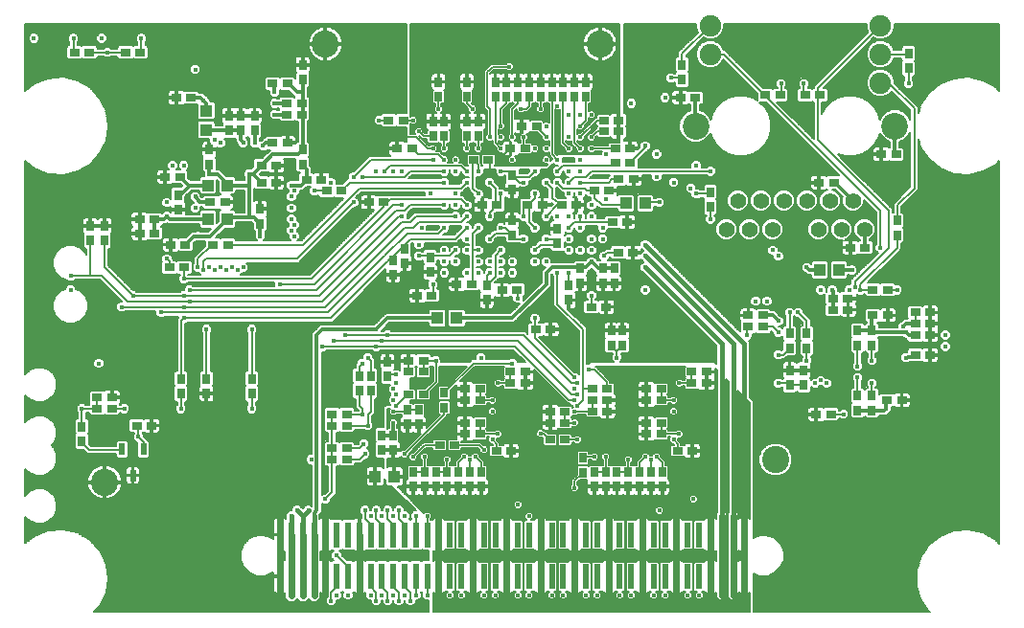
<source format=gbl>
G75*
G70*
%OFA0B0*%
%FSLAX24Y24*%
%IPPOS*%
%LPD*%
%AMOC8*
5,1,8,0,0,1.08239X$1,22.5*
%
%ADD10R,0.0354X0.0276*%
%ADD11R,0.0276X0.0354*%
%ADD12R,0.0236X0.0906*%
%ADD13C,0.0930*%
%ADD14C,0.0750*%
%ADD15C,0.0550*%
%ADD16R,0.0394X0.0433*%
%ADD17R,0.0217X0.0394*%
%ADD18R,0.0433X0.0394*%
%ADD19C,0.0945*%
%ADD20C,0.0160*%
%ADD21C,0.0240*%
%ADD22C,0.0120*%
%ADD23C,0.0060*%
%ADD24C,0.0160*%
%ADD25C,0.0170*%
D10*
X005572Y008191D03*
X006084Y008191D03*
X004706Y008781D03*
X004194Y008781D03*
X004194Y009175D03*
X004706Y009175D03*
X006703Y013703D03*
X007215Y013703D03*
X007265Y014490D03*
X006754Y014490D03*
X006183Y014883D03*
X005671Y014883D03*
X005671Y015376D03*
X006183Y015376D03*
X008131Y015966D03*
X008643Y015966D03*
X009903Y016655D03*
X010415Y016655D03*
X010415Y017246D03*
X009903Y017246D03*
X010297Y018033D03*
X010809Y018033D03*
X010789Y019017D03*
X010789Y019411D03*
X011301Y019411D03*
X011301Y019017D03*
X010809Y020100D03*
X010297Y020100D03*
X007462Y019608D03*
X006950Y019608D03*
X005691Y021183D03*
X005179Y021183D03*
X003919Y021183D03*
X003407Y021183D03*
X006557Y016852D03*
X007069Y016852D03*
X008230Y014490D03*
X008742Y014490D03*
X012167Y016360D03*
X011990Y016754D03*
X011478Y016754D03*
X012679Y016360D03*
X013643Y015966D03*
X014155Y015966D03*
X014628Y017836D03*
X015139Y017836D03*
X014844Y018820D03*
X014332Y018820D03*
X017285Y017443D03*
X017797Y017443D03*
X018565Y017836D03*
X019076Y017836D03*
X018958Y018624D03*
X019470Y018624D03*
X021813Y018820D03*
X022324Y018820D03*
X022324Y018427D03*
X021813Y018427D03*
X022206Y017836D03*
X022718Y017836D03*
X022718Y017344D03*
X022206Y017344D03*
X022324Y016773D03*
X022836Y016773D03*
X021990Y016380D03*
X021478Y016380D03*
X020848Y015868D03*
X020336Y015868D03*
X019667Y015868D03*
X019155Y015868D03*
X018092Y015868D03*
X017580Y015868D03*
X017206Y013112D03*
X016694Y013112D03*
X015828Y012718D03*
X015317Y012718D03*
X018269Y012915D03*
X018781Y012915D03*
X019450Y011537D03*
X019962Y011537D03*
X021380Y012324D03*
X021891Y012324D03*
X022305Y014214D03*
X022817Y014214D03*
X022620Y015277D03*
X022108Y015277D03*
X026832Y012029D03*
X026832Y011635D03*
X027344Y011635D03*
X027344Y012029D03*
X029785Y012226D03*
X029785Y012620D03*
X030297Y012620D03*
X030297Y012226D03*
X031163Y012029D03*
X031675Y012029D03*
X032639Y012128D03*
X032639Y011734D03*
X032639Y011340D03*
X033151Y011340D03*
X033151Y011734D03*
X033151Y012128D03*
X031675Y012915D03*
X031163Y012915D03*
X030887Y014391D03*
X030376Y014391D03*
X029805Y016655D03*
X029293Y016655D03*
X031458Y017639D03*
X031970Y017639D03*
X029313Y019706D03*
X028801Y019706D03*
X027935Y019706D03*
X027423Y019706D03*
X024982Y019608D03*
X024470Y019608D03*
X032639Y010651D03*
X033151Y010651D03*
X032167Y009076D03*
X031655Y009076D03*
X029706Y008584D03*
X029194Y008584D03*
X025376Y009667D03*
X025376Y010061D03*
X024864Y010061D03*
X024864Y009667D03*
X023801Y009470D03*
X023289Y009470D03*
X023289Y009076D03*
X023801Y009076D03*
X023801Y008289D03*
X023801Y007895D03*
X023289Y007895D03*
X023289Y008289D03*
X021931Y008683D03*
X021931Y009076D03*
X021419Y009076D03*
X021419Y008683D03*
X021419Y009470D03*
X021931Y009470D03*
X020454Y008683D03*
X019943Y008683D03*
X019943Y008289D03*
X020454Y008289D03*
X020454Y007698D03*
X019943Y007698D03*
X018584Y007305D03*
X018072Y007305D03*
X017502Y007895D03*
X017502Y008289D03*
X016990Y008289D03*
X016990Y007895D03*
X016616Y007502D03*
X016104Y007502D03*
X016990Y009076D03*
X017502Y009076D03*
X017502Y009470D03*
X016990Y009470D03*
X015533Y009273D03*
X015021Y009273D03*
X015021Y010061D03*
X015533Y010061D03*
X015533Y010454D03*
X015021Y010454D03*
X012876Y008584D03*
X012876Y008191D03*
X012364Y008191D03*
X012364Y008584D03*
X012364Y007403D03*
X012876Y007403D03*
X012876Y007009D03*
X012364Y007009D03*
X018565Y009667D03*
X018565Y010061D03*
X019076Y010061D03*
X019076Y009667D03*
X024372Y007305D03*
X024883Y007305D03*
D11*
X023840Y006576D03*
X023446Y006576D03*
X023053Y006576D03*
X022659Y006576D03*
X022265Y006576D03*
X021872Y006576D03*
X021478Y006576D03*
X021084Y006557D03*
X021084Y007069D03*
X021478Y006065D03*
X021872Y006065D03*
X022265Y006065D03*
X022659Y006065D03*
X023053Y006065D03*
X023446Y006065D03*
X023840Y006065D03*
X028269Y009608D03*
X028761Y009608D03*
X028761Y010120D03*
X028269Y010120D03*
X028269Y010887D03*
X028269Y011399D03*
X028860Y011399D03*
X028860Y010887D03*
X030631Y010986D03*
X031124Y010986D03*
X031124Y011498D03*
X030631Y011498D03*
X030631Y009234D03*
X031124Y009234D03*
X031124Y008722D03*
X030631Y008722D03*
X022462Y010986D03*
X022069Y010986D03*
X022069Y011498D03*
X022462Y011498D03*
X020592Y012561D03*
X020592Y013072D03*
X020986Y013151D03*
X020986Y013663D03*
X021773Y013663D03*
X022167Y013663D03*
X022167Y013151D03*
X021773Y013151D03*
X020198Y014529D03*
X020198Y015041D03*
X018624Y014824D03*
X018624Y015336D03*
X018624Y016399D03*
X018624Y016911D03*
X017443Y018269D03*
X017049Y018269D03*
X017049Y018781D03*
X017443Y018781D03*
X017049Y019647D03*
X017049Y020159D03*
X016065Y020159D03*
X016065Y019647D03*
X016261Y018781D03*
X015868Y018781D03*
X015868Y018269D03*
X016261Y018269D03*
X018033Y019647D03*
X018427Y019647D03*
X018820Y019647D03*
X019214Y019647D03*
X019608Y019647D03*
X020002Y019647D03*
X020395Y019647D03*
X020789Y019647D03*
X021183Y019647D03*
X021183Y020159D03*
X020789Y020159D03*
X020395Y020159D03*
X020002Y020159D03*
X019608Y020159D03*
X019214Y020159D03*
X018820Y020159D03*
X018427Y020159D03*
X018033Y020159D03*
X024529Y020238D03*
X024529Y020750D03*
X025513Y016320D03*
X025513Y015809D03*
X032009Y015336D03*
X032009Y014824D03*
X032403Y020631D03*
X032403Y021143D03*
X017738Y013072D03*
X017738Y012561D03*
X015769Y013545D03*
X015769Y014057D03*
X014883Y013840D03*
X014490Y013958D03*
X014490Y013446D03*
X014883Y014352D03*
X011340Y017285D03*
X011340Y017797D03*
X009667Y018466D03*
X009175Y018466D03*
X008781Y018466D03*
X008781Y018978D03*
X009175Y018978D03*
X009667Y018978D03*
X008092Y017797D03*
X008092Y017285D03*
X007009Y016222D03*
X007009Y015710D03*
X004450Y015139D03*
X003958Y015139D03*
X003958Y014628D03*
X004450Y014628D03*
X009864Y015218D03*
X009864Y015730D03*
X011340Y020238D03*
X011340Y020750D03*
X014293Y010415D03*
X014293Y009903D03*
X013702Y009923D03*
X013309Y009923D03*
X013309Y009411D03*
X013702Y009411D03*
X014982Y008742D03*
X015376Y008742D03*
X015376Y008230D03*
X014982Y008230D03*
X014490Y007856D03*
X014096Y007856D03*
X014096Y007344D03*
X014490Y007344D03*
X015179Y006576D03*
X015572Y006576D03*
X015966Y006576D03*
X016360Y006576D03*
X016754Y006576D03*
X017147Y006576D03*
X017541Y006576D03*
X017541Y006065D03*
X017147Y006065D03*
X016754Y006065D03*
X016360Y006065D03*
X015966Y006065D03*
X015572Y006065D03*
X015179Y006065D03*
X016261Y008820D03*
X016261Y009332D03*
X009569Y009313D03*
X009569Y009824D03*
X007994Y009824D03*
X007994Y009313D03*
X007108Y009313D03*
X007108Y009824D03*
X003663Y008151D03*
X003663Y007639D03*
D12*
X010553Y004391D03*
X010946Y004391D03*
X011340Y004391D03*
X011734Y004391D03*
X012128Y004391D03*
X012521Y004391D03*
X012915Y004391D03*
X013309Y004391D03*
X013702Y004391D03*
X014096Y004391D03*
X014490Y004391D03*
X014883Y004391D03*
X015277Y004391D03*
X015671Y004391D03*
X016065Y004391D03*
X016458Y004391D03*
X016852Y004391D03*
X017246Y004391D03*
X017639Y004391D03*
X018033Y004391D03*
X018427Y004391D03*
X018820Y004391D03*
X019214Y004391D03*
X019608Y004391D03*
X020002Y004391D03*
X020395Y004391D03*
X020789Y004391D03*
X021183Y004391D03*
X021576Y004391D03*
X021970Y004391D03*
X022364Y004391D03*
X022757Y004391D03*
X023151Y004391D03*
X023545Y004391D03*
X023939Y004391D03*
X024332Y004391D03*
X024726Y004391D03*
X025120Y004391D03*
X025513Y004391D03*
X025907Y004391D03*
X026301Y004391D03*
X026694Y004391D03*
X026694Y002935D03*
X026301Y002935D03*
X025907Y002935D03*
X025513Y002935D03*
X025120Y002935D03*
X024726Y002935D03*
X024332Y002935D03*
X023939Y002935D03*
X023545Y002935D03*
X023151Y002935D03*
X022757Y002935D03*
X022364Y002935D03*
X021970Y002935D03*
X021576Y002935D03*
X021183Y002935D03*
X020789Y002935D03*
X020395Y002935D03*
X020002Y002935D03*
X019608Y002935D03*
X019214Y002935D03*
X018820Y002935D03*
X018427Y002935D03*
X018033Y002935D03*
X017639Y002935D03*
X017246Y002935D03*
X016852Y002935D03*
X016458Y002935D03*
X016065Y002935D03*
X015671Y002935D03*
X015277Y002935D03*
X014883Y002935D03*
X014490Y002935D03*
X014096Y002935D03*
X013702Y002935D03*
X013309Y002935D03*
X012915Y002935D03*
X012521Y002935D03*
X012128Y002935D03*
X011734Y002935D03*
X011340Y002935D03*
X010946Y002935D03*
X010553Y002935D03*
D13*
X025006Y018624D03*
X031926Y018624D03*
D14*
X031426Y020124D03*
X031426Y021124D03*
X031426Y022124D03*
X025506Y022124D03*
X025506Y021124D03*
D15*
X026466Y016024D03*
X027266Y016024D03*
X028066Y016024D03*
X028866Y016024D03*
X029666Y016024D03*
X030466Y016024D03*
X030066Y015024D03*
X029266Y015024D03*
X027666Y015024D03*
X026866Y015024D03*
X026066Y015024D03*
X030866Y015024D03*
D16*
X029982Y013604D03*
X029313Y013604D03*
X023250Y015927D03*
X022580Y015927D03*
X016694Y011931D03*
X016025Y011931D03*
X008722Y015376D03*
X008053Y015376D03*
X008053Y016557D03*
X008722Y016557D03*
X013860Y006419D03*
X014529Y006419D03*
D17*
X005809Y007364D03*
X005061Y007364D03*
X005435Y006458D03*
D18*
X007994Y018486D03*
X007994Y019155D03*
D19*
X012128Y021478D03*
X021675Y021478D03*
X027777Y007009D03*
X004450Y006222D03*
D20*
X003171Y005730D03*
X003171Y006714D03*
X003171Y008289D03*
X003663Y008781D03*
X003171Y009273D03*
X004254Y010356D03*
X002482Y011734D03*
X003269Y012915D03*
X003269Y013407D03*
X002482Y014490D03*
X004943Y015572D03*
X006616Y015474D03*
X006616Y015179D03*
X006616Y015966D03*
X006517Y016360D03*
X007600Y016557D03*
X008092Y016950D03*
X007206Y017246D03*
X006813Y017246D03*
X006517Y017246D03*
X007797Y018033D03*
X008289Y018131D03*
X008486Y018033D03*
X008978Y018033D03*
X009273Y018033D03*
X009667Y018033D03*
X009962Y017935D03*
X010848Y018427D03*
X010356Y019017D03*
X010356Y019411D03*
X010356Y019805D03*
X009470Y019411D03*
X008781Y019411D03*
X008289Y019509D03*
X007895Y019509D03*
X007600Y020592D03*
X008722Y020592D03*
X009076Y020592D03*
X011340Y019805D03*
X013998Y018820D03*
X014588Y018230D03*
X015376Y018427D03*
X015179Y018820D03*
X015277Y019608D03*
X016065Y019214D03*
X016458Y019214D03*
X016852Y019214D03*
X017246Y019214D03*
X017541Y019313D03*
X018230Y018624D03*
X018230Y018230D03*
X017836Y018230D03*
X017836Y017836D03*
X017443Y017836D03*
X017049Y017836D03*
X016655Y017836D03*
X016261Y017836D03*
X015868Y017836D03*
X015868Y017443D03*
X016261Y017443D03*
X016655Y017443D03*
X016655Y017049D03*
X016261Y017049D03*
X016261Y016655D03*
X016655Y016655D03*
X016655Y016261D03*
X017049Y016655D03*
X017443Y016655D03*
X017836Y016655D03*
X017836Y016261D03*
X017443Y016261D03*
X017049Y015868D03*
X016655Y015868D03*
X016261Y015868D03*
X016655Y015474D03*
X016655Y015080D03*
X016261Y015080D03*
X015868Y015080D03*
X015474Y015080D03*
X015179Y015671D03*
X014785Y015868D03*
X014785Y015474D03*
X015376Y014490D03*
X015376Y014096D03*
X016261Y013899D03*
X016655Y013899D03*
X017049Y013899D03*
X017443Y013899D03*
X017836Y013899D03*
X018230Y013899D03*
X018230Y013506D03*
X017836Y013506D03*
X017443Y013506D03*
X017049Y013506D03*
X016655Y013506D03*
X016261Y013506D03*
X015868Y013112D03*
X015474Y013112D03*
X014883Y013506D03*
X016261Y014293D03*
X016655Y014293D03*
X017049Y014293D03*
X017443Y014293D03*
X017836Y014293D03*
X017836Y014687D03*
X017443Y014687D03*
X017049Y014687D03*
X017049Y015080D03*
X017443Y015080D03*
X017836Y015080D03*
X018230Y015080D03*
X018230Y015474D03*
X017836Y015474D03*
X017443Y015474D03*
X017049Y015474D03*
X018230Y014687D03*
X018230Y014293D03*
X018624Y013899D03*
X018624Y013506D03*
X019017Y013506D03*
X019411Y013899D03*
X019805Y013899D03*
X019805Y014293D03*
X019805Y014687D03*
X019411Y014687D03*
X019017Y014687D03*
X019017Y014293D03*
X019411Y014293D03*
X019411Y015080D03*
X019017Y015080D03*
X019017Y015474D03*
X019411Y015474D03*
X019805Y015474D03*
X020198Y015474D03*
X020592Y015474D03*
X020592Y015080D03*
X020986Y015080D03*
X021380Y015080D03*
X021773Y015080D03*
X021380Y015474D03*
X020986Y015474D03*
X021380Y015868D03*
X021872Y016065D03*
X021872Y015671D03*
X020986Y016261D03*
X020592Y016261D03*
X020198Y016261D03*
X019805Y016261D03*
X019411Y016261D03*
X019017Y016261D03*
X019017Y016655D03*
X019411Y016655D03*
X019805Y016655D03*
X020198Y016655D03*
X020592Y016655D03*
X020986Y016655D03*
X020986Y017049D03*
X020986Y017443D03*
X020592Y017443D03*
X020198Y017443D03*
X019805Y017443D03*
X019411Y017443D03*
X019017Y017443D03*
X018624Y017443D03*
X019017Y017049D03*
X019411Y017049D03*
X019805Y017049D03*
X020198Y017049D03*
X020592Y017049D03*
X020592Y017836D03*
X020986Y017836D03*
X021380Y017836D03*
X021872Y017639D03*
X021872Y018033D03*
X021380Y018230D03*
X020986Y018230D03*
X020986Y018624D03*
X020592Y018230D03*
X020198Y018230D03*
X019805Y018230D03*
X019805Y018624D03*
X020198Y019017D03*
X020198Y019313D03*
X020592Y019017D03*
X020986Y019017D03*
X021380Y019017D03*
X022167Y019509D03*
X022757Y019411D03*
X023939Y019608D03*
X024431Y019214D03*
X024135Y020297D03*
X022757Y020297D03*
X022757Y018427D03*
X023250Y017935D03*
X023643Y017639D03*
X023643Y016852D03*
X024234Y016655D03*
X024824Y016458D03*
X025021Y016261D03*
X025513Y017049D03*
X025021Y017246D03*
X023742Y015966D03*
X023250Y015080D03*
X023250Y014490D03*
X023250Y014096D03*
X023250Y013702D03*
X023250Y012915D03*
X022659Y011931D03*
X021380Y012718D03*
X021380Y013112D03*
X020592Y013506D03*
X020198Y013506D03*
X020592Y013899D03*
X020592Y014293D03*
X020592Y014687D03*
X021380Y014687D03*
X021773Y014687D03*
X021380Y014293D03*
X021813Y014096D03*
X021380Y013899D03*
X020002Y012620D03*
X019411Y011931D03*
X018820Y011537D03*
X018427Y012324D03*
X018820Y012620D03*
X017246Y012561D03*
X014293Y011340D03*
X014096Y011143D03*
X013899Y010946D03*
X013604Y010553D03*
X013407Y010356D03*
X012423Y011143D03*
X012817Y011340D03*
X012029Y010946D03*
X013899Y011537D03*
X015966Y010454D03*
X016163Y010553D03*
X017541Y010553D03*
X017935Y009864D03*
X018131Y009667D03*
X017935Y009076D03*
X018131Y008880D03*
X017935Y008683D03*
X018131Y008486D03*
X018131Y007895D03*
X017935Y007698D03*
X017639Y007346D03*
X017344Y007108D03*
X017147Y007009D03*
X016950Y007108D03*
X016360Y007009D03*
X016163Y007108D03*
X015572Y007108D03*
X015179Y007108D03*
X014883Y007206D03*
X013506Y007206D03*
X013456Y007551D03*
X013604Y008191D03*
X013407Y008584D03*
X014490Y008683D03*
X014588Y008880D03*
X014490Y009076D03*
X014588Y009273D03*
X014490Y009470D03*
X014588Y009667D03*
X014588Y009962D03*
X014588Y008486D03*
X014490Y008289D03*
X011635Y007009D03*
X012128Y005631D03*
X012128Y005041D03*
X011734Y005041D03*
X011537Y005238D03*
X011340Y005041D03*
X011143Y005238D03*
X010946Y005041D03*
X010553Y005041D03*
X010553Y003663D03*
X010946Y003663D03*
X011340Y003663D03*
X011734Y003663D03*
X012128Y003663D03*
X012521Y003663D03*
X013309Y003663D03*
X013309Y002285D03*
X013702Y002285D03*
X013899Y002088D03*
X014096Y002285D03*
X014293Y002088D03*
X014490Y002285D03*
X014687Y002088D03*
X014883Y002285D03*
X015080Y002088D03*
X015277Y002285D03*
X015671Y002285D03*
X016065Y002285D03*
X016458Y002285D03*
X016852Y002285D03*
X017246Y002285D03*
X017639Y002285D03*
X018033Y002285D03*
X018427Y002285D03*
X018820Y002285D03*
X019214Y002285D03*
X019608Y002285D03*
X020002Y002285D03*
X020395Y002285D03*
X020789Y002285D03*
X021183Y002285D03*
X021576Y002285D03*
X021970Y002285D03*
X022364Y002285D03*
X022757Y002285D03*
X023151Y002285D03*
X023545Y002285D03*
X023939Y002285D03*
X024332Y002285D03*
X024726Y002285D03*
X025120Y002285D03*
X025513Y002285D03*
X025907Y002285D03*
X026301Y002285D03*
X026694Y002285D03*
X026694Y003663D03*
X026301Y003663D03*
X025907Y003663D03*
X025513Y003663D03*
X024332Y003663D03*
X023151Y003663D03*
X021970Y003663D03*
X020789Y003663D03*
X019608Y003663D03*
X018427Y003663D03*
X017246Y003663D03*
X016065Y003663D03*
X016065Y005041D03*
X015671Y005041D03*
X015277Y005041D03*
X015080Y005238D03*
X014883Y005041D03*
X014687Y005238D03*
X014490Y005041D03*
X014293Y005238D03*
X014096Y005041D03*
X013899Y005238D03*
X013702Y005041D03*
X013506Y005238D03*
X013309Y005041D03*
X012915Y002285D03*
X012521Y002285D03*
X012324Y002088D03*
X012128Y002285D03*
X011734Y002285D03*
X011340Y002285D03*
X010946Y002285D03*
X010553Y002285D03*
X017246Y005041D03*
X018427Y005041D03*
X018820Y005435D03*
X019214Y005041D03*
X019608Y005041D03*
X020789Y005041D03*
X021970Y005041D03*
X023151Y005041D03*
X023742Y005238D03*
X024332Y005041D03*
X024923Y005631D03*
X025513Y006124D03*
X024332Y006124D03*
X023643Y007108D03*
X023446Y007009D03*
X023250Y007108D03*
X022659Y007009D03*
X022462Y007108D03*
X021872Y007108D03*
X021478Y007108D03*
X020887Y007698D03*
X020789Y008289D03*
X020887Y008486D03*
X020789Y008683D03*
X020887Y008880D03*
X020789Y009076D03*
X020887Y009273D03*
X020789Y009470D03*
X020887Y009667D03*
X020789Y009864D03*
X020887Y010159D03*
X021281Y010159D03*
X022265Y010553D03*
X022462Y010454D03*
X024234Y009864D03*
X024431Y009667D03*
X024234Y009076D03*
X024431Y008880D03*
X024234Y008683D03*
X024431Y008486D03*
X024431Y007895D03*
X024234Y007698D03*
X025513Y007502D03*
X025691Y009372D03*
X027777Y009864D03*
X027876Y009667D03*
X028860Y010454D03*
X029155Y009667D03*
X029352Y009765D03*
X029549Y009667D03*
X030631Y009864D03*
X030631Y010257D03*
X031124Y010454D03*
X031124Y009667D03*
X032206Y010061D03*
X032305Y010553D03*
X032206Y010848D03*
X032305Y011439D03*
X032206Y011635D03*
X033683Y011340D03*
X033978Y011734D03*
X033683Y010946D03*
X033092Y010257D03*
X031616Y008781D03*
X030139Y008584D03*
X027876Y010651D03*
X027876Y011439D03*
X027876Y011832D03*
X028269Y012128D03*
X028565Y012128D03*
X029057Y012915D03*
X029352Y012915D03*
X029746Y012915D03*
X030336Y012915D03*
X030533Y013013D03*
X030730Y012915D03*
X030435Y013604D03*
X031419Y014391D03*
X032009Y012915D03*
X030631Y011931D03*
X028860Y013702D03*
X027876Y014096D03*
X027679Y014293D03*
X025513Y015376D03*
X028860Y016655D03*
X031025Y017639D03*
X030041Y020002D03*
X028761Y020100D03*
X027974Y020100D03*
X032403Y020100D03*
X035159Y021773D03*
X021872Y016852D03*
X019805Y017836D03*
X019411Y017836D03*
X019017Y018230D03*
X018624Y018230D03*
X018230Y017836D03*
X018230Y017443D03*
X018230Y017049D03*
X017836Y017049D03*
X017443Y017049D03*
X017049Y017049D03*
X018230Y016655D03*
X018230Y016261D03*
X019805Y015080D03*
X015769Y016261D03*
X015376Y016852D03*
X014785Y017049D03*
X014490Y017049D03*
X014194Y017049D03*
X013899Y017049D03*
X013407Y016852D03*
X013112Y016852D03*
X013407Y016261D03*
X013112Y015966D03*
X012324Y016655D03*
X012029Y017147D03*
X011734Y016360D03*
X011045Y016360D03*
X010946Y016557D03*
X011045Y016852D03*
X010946Y016163D03*
X010946Y015769D03*
X010946Y015376D03*
X011045Y015179D03*
X010946Y014982D03*
X011045Y014785D03*
X009864Y014785D03*
X009569Y014785D03*
X009076Y015966D03*
X009864Y016163D03*
X009470Y016950D03*
X007600Y016163D03*
X007600Y015769D03*
X007698Y014785D03*
X006616Y013998D03*
X007206Y013309D03*
X007698Y013702D03*
X007895Y013604D03*
X008092Y013702D03*
X008289Y013604D03*
X008486Y013702D03*
X008683Y013604D03*
X008880Y013702D03*
X009076Y013604D03*
X009273Y013702D03*
X009569Y013506D03*
X010553Y013112D03*
X009569Y011537D03*
X007994Y011537D03*
X007206Y011931D03*
X007206Y012324D03*
X007403Y012521D03*
X007206Y012718D03*
X007403Y012915D03*
X006419Y012128D03*
X005435Y012718D03*
X005041Y012324D03*
X005139Y008781D03*
X005631Y007797D03*
X007108Y008781D03*
X007974Y008781D03*
X009569Y008781D03*
X018033Y006714D03*
X019608Y007913D03*
X019431Y009372D03*
X018624Y010356D03*
X018820Y010553D03*
X020789Y006025D03*
X025513Y005041D03*
X025907Y005041D03*
X026301Y005041D03*
X026694Y005041D03*
X026793Y011340D03*
X026399Y012029D03*
X027088Y012521D03*
X027482Y012521D03*
X019017Y019017D03*
X018919Y019214D03*
X019608Y019214D03*
X020002Y020691D03*
X018525Y020691D03*
X017443Y021675D03*
X015769Y021675D03*
X006517Y019608D03*
X004549Y021183D03*
X004352Y021675D03*
X003368Y021675D03*
X001990Y021675D03*
X005730Y021675D03*
D21*
X010553Y005041D02*
X010553Y004391D01*
X010553Y003663D01*
X010553Y002935D01*
X010553Y002285D01*
X010946Y002285D02*
X010946Y002935D01*
X010946Y003663D01*
X010946Y004391D01*
X011340Y004391D02*
X011340Y003663D01*
X011340Y002935D01*
X011340Y002285D01*
X011734Y002285D02*
X011734Y002935D01*
X011734Y003663D01*
X011734Y004391D01*
X012128Y004391D02*
X012128Y005041D01*
X012128Y004391D02*
X012128Y003663D01*
X012128Y002285D01*
X013309Y002285D02*
X013309Y003663D01*
X013309Y004391D01*
X016065Y004391D02*
X016065Y003663D01*
X016065Y002935D01*
X016065Y002285D01*
X017246Y002285D02*
X017246Y002482D01*
X017246Y002935D01*
X017246Y003663D01*
X017246Y004391D01*
X017246Y005041D01*
X018427Y005041D02*
X018427Y004391D01*
X018427Y003663D01*
X018427Y002285D01*
X019608Y002285D02*
X019608Y003663D01*
X019608Y004352D01*
X019608Y005041D01*
X019608Y004391D02*
X019608Y004352D01*
X020789Y004391D02*
X020789Y003663D01*
X020789Y002285D01*
X021970Y002285D02*
X021970Y003663D01*
X021970Y004391D01*
X021970Y005041D01*
X020789Y005041D02*
X020789Y004391D01*
X023151Y004391D02*
X023151Y003663D01*
X023151Y002285D01*
X024332Y002285D02*
X024332Y003663D01*
X024332Y004391D01*
X024332Y005041D01*
X023151Y005041D02*
X023151Y004391D01*
X025513Y004391D02*
X025513Y003663D01*
X025513Y002285D01*
X025907Y002285D02*
X025907Y002935D01*
X025907Y003663D01*
X025907Y004391D01*
X025907Y005041D01*
X025513Y005041D02*
X025513Y004391D01*
X026301Y004391D02*
X026301Y003663D01*
X026301Y002935D01*
X026301Y002285D01*
X026694Y002285D02*
X026694Y002935D01*
X026694Y003663D01*
X026694Y004391D01*
X026694Y005041D01*
X026301Y005041D02*
X026301Y004391D01*
X016065Y004391D02*
X016065Y005041D01*
D22*
X013309Y005041D02*
X013309Y004391D01*
X011832Y005238D02*
X011832Y011340D01*
X012029Y011537D01*
X013899Y011537D01*
X014293Y011931D01*
X016025Y011931D01*
X016694Y011931D02*
X018624Y011931D01*
X019805Y013112D01*
X019805Y013506D01*
X020002Y013702D01*
X021183Y013702D01*
X021025Y013702D01*
X020986Y013663D01*
X021183Y013702D02*
X021380Y013899D01*
X021616Y013663D01*
X021773Y013663D01*
X022167Y013663D01*
X027344Y012029D02*
X027679Y012029D01*
X027876Y011832D01*
X029785Y012226D02*
X029785Y012620D01*
X029785Y012876D01*
X029746Y012915D01*
X029746Y012659D02*
X029785Y012620D01*
X029982Y013604D02*
X030435Y013604D01*
X030887Y014391D02*
X030887Y015002D01*
X030866Y015024D01*
X030466Y016024D02*
X029835Y016655D01*
X029805Y016655D01*
X031926Y017683D02*
X031926Y017910D01*
X031926Y018624D01*
X031926Y017683D02*
X031970Y017639D01*
X029313Y013604D02*
X028958Y013604D01*
X028860Y013702D01*
X031124Y011990D02*
X031124Y011498D01*
X030631Y011498D01*
X031183Y011439D02*
X032305Y011439D01*
X032403Y011340D01*
X032639Y011340D01*
X032639Y011734D02*
X032305Y011734D01*
X032206Y011635D01*
X032639Y010651D02*
X032305Y010553D01*
X031655Y009076D02*
X031616Y009037D01*
X031616Y008781D01*
X031557Y008722D01*
X031124Y008722D01*
X030631Y008722D01*
X025513Y003663D02*
X025513Y002935D01*
X025513Y002285D01*
X014490Y007344D02*
X014096Y007344D01*
X014096Y007856D02*
X014490Y007856D01*
X014490Y008289D01*
X011832Y005238D02*
X011734Y005139D01*
X011734Y005041D01*
X012128Y002935D02*
X012128Y002285D01*
X013309Y002285D02*
X013309Y002935D01*
X007265Y014490D02*
X007561Y014785D01*
X007698Y014785D01*
X008131Y014785D01*
X008722Y015376D01*
X008781Y015435D01*
X009470Y015435D01*
X009647Y015435D01*
X009864Y015218D01*
X009864Y014785D01*
X009470Y015435D02*
X009470Y016557D01*
X008781Y016557D01*
X008387Y016950D01*
X008092Y016950D01*
X008092Y017285D01*
X008053Y016557D02*
X007600Y016557D01*
X007403Y016557D01*
X007069Y016222D01*
X007009Y016222D01*
X007383Y016557D02*
X007069Y016852D01*
X007383Y016557D02*
X007403Y016557D01*
X007443Y016557D01*
X007600Y016557D01*
X007443Y016557D01*
X007403Y016557D01*
X007600Y016163D02*
X007738Y015966D01*
X008131Y015966D01*
X008643Y015966D02*
X009076Y015966D01*
X009864Y016163D02*
X009864Y015730D01*
X009470Y016557D02*
X009470Y016950D01*
X009608Y016950D01*
X009903Y016655D01*
X009608Y016950D02*
X009903Y017246D01*
X010297Y017639D01*
X010848Y017639D01*
X011183Y017639D01*
X011340Y017797D01*
X011340Y018131D01*
X011340Y018624D01*
X011340Y018722D01*
X011340Y018978D01*
X011301Y019017D01*
X011340Y019057D01*
X011340Y019411D01*
X011301Y019411D01*
X011340Y019450D01*
X011340Y019608D01*
X011340Y019706D01*
X011340Y019805D01*
X011143Y019805D01*
X010848Y020100D01*
X010809Y020041D01*
X010809Y020100D01*
X011301Y020198D02*
X011340Y020238D01*
X011340Y019903D01*
X011340Y019805D01*
X010789Y019411D02*
X010356Y019411D01*
X010356Y019017D02*
X010789Y019017D01*
X010356Y019805D02*
X010356Y020041D01*
X009175Y018978D02*
X008781Y018978D01*
X008781Y018466D02*
X008013Y018466D01*
X007994Y018486D01*
X007994Y019155D02*
X007994Y019411D01*
X007895Y019509D01*
X007797Y019608D01*
X007462Y019608D01*
X006950Y019608D02*
X006517Y019608D01*
X008781Y018466D02*
X009175Y018466D01*
X009175Y018230D01*
X009175Y018131D01*
X009273Y018033D01*
X009667Y018033D02*
X009667Y018466D01*
X010061Y018033D02*
X010297Y018033D01*
X010061Y018033D02*
X009962Y017935D01*
X011340Y017285D02*
X011340Y017246D01*
X011478Y017108D01*
X011478Y016754D01*
X011281Y016557D01*
X010946Y016557D01*
X008781Y016557D02*
X008722Y016557D01*
X008053Y015376D02*
X006714Y015376D01*
X006616Y015474D01*
X006517Y015376D01*
X006183Y015376D01*
X006183Y015336D01*
X006222Y015376D01*
X006183Y015336D02*
X006183Y014883D01*
X005671Y014883D02*
X005671Y015376D01*
X024982Y018599D02*
X025006Y018624D01*
X025021Y018639D01*
X024982Y018599D02*
X024982Y019608D01*
D23*
X004288Y001912D02*
X004086Y001694D01*
X015728Y001694D01*
X015728Y002095D01*
X015592Y002095D01*
X015481Y002206D01*
X015481Y002364D01*
X015498Y002381D01*
X015474Y002405D01*
X015450Y002381D01*
X015467Y002364D01*
X015467Y002206D01*
X015356Y002095D01*
X015270Y002095D01*
X015270Y002009D01*
X015159Y001898D01*
X015002Y001898D01*
X014890Y002009D01*
X014890Y002095D01*
X014877Y002095D01*
X014877Y002009D01*
X014765Y001898D01*
X014608Y001898D01*
X014497Y002009D01*
X014497Y002095D01*
X014483Y002095D01*
X014483Y002009D01*
X014372Y001898D01*
X014214Y001898D01*
X014103Y002009D01*
X014103Y002095D01*
X014089Y002095D01*
X014089Y002009D01*
X013978Y001898D01*
X013821Y001898D01*
X013709Y002009D01*
X013709Y002095D01*
X013624Y002095D01*
X013512Y002206D01*
X013512Y002364D01*
X013530Y002381D01*
X013520Y002391D01*
X013507Y002378D01*
X013477Y002361D01*
X013444Y002352D01*
X013338Y002352D01*
X013338Y002906D01*
X013280Y002906D01*
X013280Y002352D01*
X013173Y002352D01*
X013140Y002361D01*
X013111Y002378D01*
X013098Y002391D01*
X013088Y002381D01*
X013105Y002364D01*
X013105Y002206D01*
X012994Y002095D01*
X012836Y002095D01*
X012725Y002206D01*
X012725Y002364D01*
X012742Y002381D01*
X012718Y002405D01*
X012694Y002381D01*
X012711Y002364D01*
X012711Y002206D01*
X012600Y002095D01*
X012514Y002095D01*
X012514Y002009D01*
X012403Y001898D01*
X012246Y001898D01*
X012134Y002009D01*
X012134Y002167D01*
X012184Y002217D01*
X012184Y002352D01*
X012157Y002352D01*
X012157Y002906D01*
X012099Y002906D01*
X012099Y002352D01*
X011992Y002352D01*
X011964Y002360D01*
X011964Y002190D01*
X011829Y002055D01*
X011639Y002055D01*
X011537Y002157D01*
X011435Y002055D01*
X011245Y002055D01*
X011143Y002157D01*
X011042Y002055D01*
X010851Y002055D01*
X010716Y002190D01*
X010716Y002360D01*
X010688Y002352D01*
X010582Y002352D01*
X010582Y002906D01*
X010524Y002906D01*
X010305Y002906D01*
X010305Y002465D01*
X010314Y002432D01*
X010331Y002402D01*
X010355Y002378D01*
X010384Y002361D01*
X010418Y002352D01*
X010524Y002352D01*
X010524Y002906D01*
X010524Y002964D01*
X010305Y002964D01*
X010305Y003086D01*
X010283Y003065D01*
X010024Y002957D01*
X009743Y002957D01*
X009484Y003065D01*
X009285Y003263D01*
X009178Y003523D01*
X009178Y003803D01*
X009285Y004063D01*
X009484Y004261D01*
X009743Y004369D01*
X010024Y004369D01*
X010283Y004261D01*
X010305Y004240D01*
X010305Y004362D01*
X010524Y004362D01*
X010524Y004420D01*
X010305Y004420D01*
X010305Y004861D01*
X010314Y004894D01*
X010331Y004924D01*
X010355Y004948D01*
X010384Y004965D01*
X010418Y004974D01*
X010524Y004974D01*
X010524Y004420D01*
X010582Y004420D01*
X010582Y004974D01*
X010688Y004974D01*
X010721Y004965D01*
X010751Y004948D01*
X010756Y004942D01*
X010756Y005120D01*
X010868Y005231D01*
X010953Y005231D01*
X010953Y005316D01*
X011065Y005428D01*
X011222Y005428D01*
X011340Y005310D01*
X011458Y005428D01*
X011616Y005428D01*
X011662Y005381D01*
X011662Y006819D01*
X011557Y006819D01*
X011445Y006931D01*
X011445Y007088D01*
X011557Y007199D01*
X011662Y007199D01*
X011662Y011411D01*
X011859Y011607D01*
X011859Y011607D01*
X011959Y011707D01*
X013801Y011707D01*
X013821Y011727D01*
X013849Y011727D01*
X014123Y012001D01*
X014222Y012101D01*
X015718Y012101D01*
X015718Y012193D01*
X015783Y012257D01*
X016268Y012257D01*
X016332Y012193D01*
X016332Y011669D01*
X016268Y011604D01*
X015783Y011604D01*
X015718Y011669D01*
X015718Y011761D01*
X014363Y011761D01*
X014089Y011487D01*
X014089Y011480D01*
X014164Y011480D01*
X014214Y011530D01*
X014372Y011530D01*
X014422Y011480D01*
X019075Y011480D01*
X019157Y011398D01*
X019163Y011392D01*
X019163Y011720D01*
X019228Y011785D01*
X019271Y011785D01*
X019271Y011802D01*
X019221Y011852D01*
X019221Y012009D01*
X019332Y012121D01*
X019490Y012121D01*
X019601Y012009D01*
X019601Y011852D01*
X019551Y011802D01*
X019551Y011785D01*
X019673Y011785D01*
X019692Y011766D01*
X019705Y011779D01*
X019735Y011796D01*
X019768Y011805D01*
X019932Y011805D01*
X019932Y011567D01*
X019992Y011567D01*
X019992Y011805D01*
X020156Y011805D01*
X020190Y011796D01*
X020219Y011779D01*
X020243Y011755D01*
X020261Y011725D01*
X020269Y011692D01*
X020269Y011567D01*
X019992Y011567D01*
X019992Y011507D01*
X019992Y011269D01*
X020156Y011269D01*
X020190Y011278D01*
X020219Y011295D01*
X020243Y011319D01*
X020261Y011349D01*
X020269Y011382D01*
X020269Y011507D01*
X019992Y011507D01*
X019932Y011507D01*
X019932Y011269D01*
X019768Y011269D01*
X019735Y011278D01*
X019705Y011295D01*
X019692Y011308D01*
X019673Y011289D01*
X019562Y011289D01*
X020797Y010054D01*
X020868Y010054D01*
X020944Y009977D01*
X020944Y011479D01*
X020140Y012283D01*
X020058Y012365D01*
X020058Y013377D01*
X020008Y013427D01*
X020008Y013469D01*
X019975Y013435D01*
X019975Y013041D01*
X019875Y012942D01*
X019875Y012942D01*
X018794Y011860D01*
X018794Y011860D01*
X018694Y011761D01*
X017001Y011761D01*
X017001Y011669D01*
X016937Y011604D01*
X016452Y011604D01*
X016388Y011669D01*
X016388Y012193D01*
X016452Y012257D01*
X016937Y012257D01*
X017001Y012193D01*
X017001Y012101D01*
X018553Y012101D01*
X018882Y012430D01*
X018742Y012430D01*
X018630Y012541D01*
X018630Y012667D01*
X018558Y012667D01*
X018539Y012686D01*
X018526Y012673D01*
X018497Y012656D01*
X018464Y012647D01*
X018299Y012647D01*
X018299Y012885D01*
X018239Y012885D01*
X018239Y012647D01*
X018075Y012647D01*
X018042Y012656D01*
X018012Y012673D01*
X018006Y012680D01*
X018006Y012591D01*
X017768Y012591D01*
X017768Y012531D01*
X018006Y012531D01*
X018006Y012366D01*
X017997Y012333D01*
X017980Y012304D01*
X017955Y012279D01*
X017926Y012262D01*
X017893Y012253D01*
X017768Y012253D01*
X017768Y012531D01*
X017708Y012531D01*
X017470Y012531D01*
X017470Y012366D01*
X017479Y012333D01*
X017496Y012304D01*
X017520Y012279D01*
X017550Y012262D01*
X017583Y012253D01*
X017708Y012253D01*
X017708Y012531D01*
X017708Y012591D01*
X017470Y012591D01*
X017470Y012755D01*
X017479Y012788D01*
X017496Y012818D01*
X017509Y012831D01*
X017490Y012850D01*
X017490Y012925D01*
X017429Y012864D01*
X016984Y012864D01*
X016965Y012883D01*
X016951Y012870D01*
X016922Y012853D01*
X016889Y012844D01*
X016724Y012844D01*
X016724Y013082D01*
X016664Y013082D01*
X016387Y013082D01*
X016387Y012957D01*
X016396Y012924D01*
X016413Y012894D01*
X016438Y012870D01*
X016467Y012853D01*
X016500Y012844D01*
X016664Y012844D01*
X016664Y013082D01*
X016664Y013142D01*
X016387Y013142D01*
X016387Y013267D01*
X016396Y013300D01*
X016413Y013329D01*
X016438Y013354D01*
X016467Y013371D01*
X016500Y013380D01*
X016664Y013380D01*
X016664Y013142D01*
X016724Y013142D01*
X016724Y013380D01*
X016889Y013380D01*
X016912Y013373D01*
X016859Y013427D01*
X016859Y013584D01*
X016970Y013696D01*
X017106Y013696D01*
X017106Y014103D01*
X016970Y014103D01*
X016859Y014214D01*
X016859Y014372D01*
X016970Y014483D01*
X017106Y014483D01*
X017106Y014497D01*
X016970Y014497D01*
X016859Y014608D01*
X016859Y014692D01*
X016795Y014629D01*
X016713Y014547D01*
X015566Y014547D01*
X015566Y014411D01*
X015454Y014300D01*
X015297Y014300D01*
X015186Y014411D01*
X015186Y014547D01*
X015138Y014547D01*
X015131Y014540D01*
X015131Y014129D01*
X015112Y014110D01*
X015125Y014097D01*
X015142Y014068D01*
X015151Y014034D01*
X015151Y013870D01*
X014913Y013870D01*
X014913Y013810D01*
X014913Y013533D01*
X015038Y013533D01*
X015071Y013542D01*
X015101Y013559D01*
X015125Y013583D01*
X015142Y013613D01*
X015151Y013646D01*
X015151Y013810D01*
X014913Y013810D01*
X014853Y013810D01*
X014853Y013533D01*
X014758Y013533D01*
X014758Y013476D01*
X014520Y013476D01*
X014520Y013416D01*
X014520Y013139D01*
X014645Y013139D01*
X014678Y013148D01*
X014707Y013165D01*
X014732Y013189D01*
X014749Y013219D01*
X014758Y013252D01*
X014758Y013416D01*
X014520Y013416D01*
X014460Y013416D01*
X014460Y013139D01*
X014335Y013139D01*
X014302Y013148D01*
X014272Y013165D01*
X014248Y013189D01*
X014231Y013219D01*
X014222Y013252D01*
X014222Y013416D01*
X014460Y013416D01*
X014460Y013476D01*
X014222Y013476D01*
X014222Y013630D01*
X012382Y011791D01*
X007335Y011791D01*
X007285Y011741D01*
X007248Y011741D01*
X007248Y010112D01*
X007291Y010112D01*
X007356Y010047D01*
X007356Y009602D01*
X007322Y009569D01*
X007356Y009535D01*
X007356Y009090D01*
X007291Y009025D01*
X007248Y009025D01*
X007248Y008910D01*
X007298Y008860D01*
X007298Y008702D01*
X007187Y008591D01*
X007029Y008591D01*
X006918Y008702D01*
X006918Y008860D01*
X006968Y008910D01*
X006968Y009025D01*
X006925Y009025D01*
X006860Y009090D01*
X006860Y009535D01*
X006893Y009569D01*
X006860Y009602D01*
X006860Y010047D01*
X006925Y010112D01*
X006968Y010112D01*
X006968Y011890D01*
X007016Y011939D01*
X007016Y011988D01*
X006548Y011988D01*
X006498Y011938D01*
X006340Y011938D01*
X006229Y012049D01*
X006229Y012184D01*
X005170Y012184D01*
X005120Y012134D01*
X004962Y012134D01*
X004851Y012246D01*
X004851Y012403D01*
X004962Y012514D01*
X005047Y012514D01*
X004294Y013267D01*
X003441Y013267D01*
X003392Y013247D01*
X003378Y013247D01*
X003348Y013217D01*
X003191Y013217D01*
X003161Y013247D01*
X003147Y013247D01*
X002921Y013340D01*
X002748Y013513D01*
X002654Y013739D01*
X002654Y013984D01*
X002748Y014210D01*
X002921Y014383D01*
X003147Y014477D01*
X003392Y014477D01*
X003618Y014383D01*
X003791Y014210D01*
X003818Y014144D01*
X003818Y014340D01*
X003775Y014340D01*
X003710Y014405D01*
X003710Y014850D01*
X003730Y014869D01*
X003716Y014882D01*
X003699Y014912D01*
X003690Y014945D01*
X003690Y015109D01*
X003928Y015109D01*
X003928Y015169D01*
X003690Y015169D01*
X003690Y015334D01*
X003699Y015367D01*
X003716Y015396D01*
X003741Y015421D01*
X003770Y015438D01*
X003803Y015447D01*
X003928Y015447D01*
X003928Y015169D01*
X003988Y015169D01*
X004420Y015169D01*
X004420Y015109D01*
X004183Y015109D01*
X003988Y015109D01*
X003988Y015169D01*
X003988Y015447D01*
X004113Y015447D01*
X004146Y015438D01*
X004176Y015421D01*
X004200Y015396D01*
X004204Y015389D01*
X004209Y015396D01*
X004233Y015421D01*
X004262Y015438D01*
X004295Y015447D01*
X004420Y015447D01*
X004420Y015169D01*
X004480Y015169D01*
X004480Y015447D01*
X004605Y015447D01*
X004638Y015438D01*
X004668Y015421D01*
X004692Y015396D01*
X004709Y015367D01*
X004718Y015334D01*
X004718Y015169D01*
X004480Y015169D01*
X004480Y015109D01*
X004718Y015109D01*
X004718Y014945D01*
X004709Y014912D01*
X004692Y014882D01*
X004679Y014869D01*
X004698Y014850D01*
X004698Y014405D01*
X004634Y014340D01*
X004590Y014340D01*
X004590Y013760D01*
X005443Y012908D01*
X005513Y012908D01*
X005563Y012858D01*
X007078Y012858D01*
X007128Y012908D01*
X007213Y012908D01*
X007213Y012994D01*
X007324Y013105D01*
X007482Y013105D01*
X007532Y013055D01*
X010363Y013055D01*
X010363Y013169D01*
X007335Y013169D01*
X007285Y013119D01*
X007128Y013119D01*
X007016Y013230D01*
X007016Y013387D01*
X007066Y013437D01*
X007066Y013455D01*
X006992Y013455D01*
X006959Y013489D01*
X006926Y013455D01*
X006480Y013455D01*
X006416Y013520D01*
X006416Y013887D01*
X006437Y013908D01*
X006426Y013919D01*
X006426Y014076D01*
X006537Y014188D01*
X006694Y014188D01*
X006806Y014076D01*
X006806Y014006D01*
X006843Y013968D01*
X006843Y013951D01*
X006926Y013951D01*
X006959Y013918D01*
X006992Y013951D01*
X007438Y013951D01*
X007502Y013887D01*
X007502Y013520D01*
X007438Y013455D01*
X007346Y013455D01*
X007346Y013449D01*
X007782Y013449D01*
X007718Y013512D01*
X007620Y013512D01*
X007508Y013624D01*
X007508Y013781D01*
X007558Y013831D01*
X007558Y014056D01*
X007640Y014138D01*
X007943Y014440D01*
X007943Y014615D01*
X007797Y014615D01*
X007777Y014595D01*
X007620Y014595D01*
X007615Y014599D01*
X007553Y014537D01*
X007553Y014306D01*
X007488Y014242D01*
X007043Y014242D01*
X007024Y014261D01*
X007011Y014248D01*
X006981Y014231D01*
X006948Y014222D01*
X006784Y014222D01*
X006784Y014460D01*
X006724Y014460D01*
X006724Y014222D01*
X006559Y014222D01*
X006526Y014231D01*
X006497Y014248D01*
X006472Y014272D01*
X006455Y014302D01*
X006446Y014335D01*
X006446Y014460D01*
X006724Y014460D01*
X006724Y014520D01*
X006724Y014758D01*
X006559Y014758D01*
X006526Y014749D01*
X006497Y014732D01*
X006472Y014707D01*
X006470Y014703D01*
X006470Y015067D01*
X006407Y015130D01*
X006470Y015192D01*
X006470Y015206D01*
X006588Y015206D01*
X006616Y015234D01*
X006644Y015206D01*
X007746Y015206D01*
X007746Y015113D01*
X007810Y015049D01*
X008155Y015049D01*
X008061Y014955D01*
X007797Y014955D01*
X007777Y014975D01*
X007620Y014975D01*
X007600Y014955D01*
X007490Y014955D01*
X007391Y014855D01*
X007273Y014738D01*
X007043Y014738D01*
X007024Y014719D01*
X007011Y014732D01*
X006981Y014749D01*
X006948Y014758D01*
X006784Y014758D01*
X006784Y014520D01*
X006724Y014520D01*
X006446Y014520D01*
X006446Y014645D01*
X006455Y014678D01*
X006466Y014696D01*
X006405Y014636D01*
X005960Y014636D01*
X005941Y014655D01*
X005928Y014642D01*
X005898Y014625D01*
X005865Y014616D01*
X005701Y014616D01*
X005701Y014853D01*
X005641Y014853D01*
X005641Y014616D01*
X005477Y014616D01*
X005444Y014625D01*
X005414Y014642D01*
X005390Y014666D01*
X005373Y014695D01*
X005364Y014729D01*
X005364Y014853D01*
X005641Y014853D01*
X005641Y014913D01*
X005364Y014913D01*
X005364Y015038D01*
X005373Y015071D01*
X005390Y015101D01*
X005414Y015125D01*
X005421Y015130D01*
X005414Y015134D01*
X005390Y015158D01*
X005373Y015188D01*
X005364Y015221D01*
X005364Y015346D01*
X005641Y015346D01*
X005641Y015406D01*
X005641Y015643D01*
X005477Y015643D01*
X005444Y015635D01*
X005414Y015617D01*
X005390Y015593D01*
X005373Y015564D01*
X005364Y015531D01*
X005364Y015406D01*
X005641Y015406D01*
X005701Y015406D01*
X005701Y015643D01*
X005865Y015643D01*
X005898Y015635D01*
X005928Y015617D01*
X005941Y015604D01*
X005960Y015623D01*
X006405Y015623D01*
X006451Y015578D01*
X006537Y015664D01*
X006694Y015664D01*
X006742Y015617D01*
X006742Y015680D01*
X006979Y015680D01*
X006979Y015740D01*
X006742Y015740D01*
X006742Y015823D01*
X006694Y015776D01*
X006537Y015776D01*
X006426Y015887D01*
X006426Y016045D01*
X006537Y016156D01*
X006694Y016156D01*
X006762Y016089D01*
X006762Y016445D01*
X006826Y016509D01*
X007115Y016509D01*
X007149Y016543D01*
X007084Y016604D01*
X006846Y016604D01*
X006827Y016623D01*
X006814Y016610D01*
X006784Y016593D01*
X006751Y016584D01*
X006587Y016584D01*
X006587Y016822D01*
X006527Y016822D01*
X006527Y016584D01*
X006362Y016584D01*
X006329Y016593D01*
X006300Y016610D01*
X006276Y016634D01*
X006258Y016664D01*
X006250Y016697D01*
X006250Y016822D01*
X006527Y016822D01*
X006527Y016882D01*
X006527Y017120D01*
X006362Y017120D01*
X006329Y017111D01*
X006300Y017094D01*
X006276Y017070D01*
X006258Y017040D01*
X006250Y017007D01*
X006250Y016882D01*
X006527Y016882D01*
X006587Y016882D01*
X006587Y017120D01*
X006670Y017120D01*
X006623Y017167D01*
X006623Y017324D01*
X006734Y017436D01*
X006891Y017436D01*
X007003Y017324D01*
X007003Y017167D01*
X006935Y017100D01*
X007084Y017100D01*
X007016Y017167D01*
X007016Y017324D01*
X007128Y017436D01*
X007285Y017436D01*
X007396Y017324D01*
X007396Y017167D01*
X007310Y017081D01*
X007356Y017035D01*
X007356Y016816D01*
X007451Y016727D01*
X007501Y016727D01*
X007521Y016747D01*
X007679Y016747D01*
X007699Y016727D01*
X007746Y016727D01*
X007746Y016819D01*
X007810Y016883D01*
X007902Y016883D01*
X007902Y017005D01*
X007844Y017062D01*
X007844Y017508D01*
X007863Y017527D01*
X007850Y017540D01*
X007833Y017570D01*
X007824Y017603D01*
X007824Y017767D01*
X008062Y017767D01*
X008062Y017827D01*
X008062Y018104D01*
X007937Y018104D01*
X007904Y018095D01*
X007875Y018078D01*
X007850Y018054D01*
X007833Y018024D01*
X007824Y017991D01*
X007824Y017827D01*
X008062Y017827D01*
X008122Y017827D01*
X008122Y018030D01*
X008099Y018053D01*
X008099Y018179D01*
X007732Y018179D01*
X007667Y018243D01*
X007667Y018728D01*
X007732Y018793D01*
X008256Y018793D01*
X008320Y018728D01*
X008320Y018636D01*
X008533Y018636D01*
X008533Y018689D01*
X008552Y018708D01*
X008539Y018721D01*
X008522Y018751D01*
X008513Y018784D01*
X008513Y018948D01*
X008751Y018948D01*
X008751Y019008D01*
X008513Y019008D01*
X008513Y019172D01*
X008522Y019205D01*
X008539Y019235D01*
X008563Y019259D01*
X008593Y019276D01*
X008320Y019276D01*
X008320Y019218D02*
X008529Y019218D01*
X008513Y019159D02*
X008320Y019159D01*
X008320Y019101D02*
X008513Y019101D01*
X008513Y019042D02*
X008320Y019042D01*
X008320Y018984D02*
X008751Y018984D01*
X008751Y019008D02*
X008751Y019285D01*
X008626Y019285D01*
X008593Y019276D01*
X008751Y019276D02*
X008811Y019276D01*
X008811Y019285D02*
X008811Y019008D01*
X008751Y019008D01*
X008751Y019042D02*
X008811Y019042D01*
X008811Y019008D02*
X009049Y019008D01*
X009145Y019008D01*
X009145Y019285D01*
X009020Y019285D01*
X008987Y019276D01*
X008978Y019271D01*
X008969Y019276D01*
X008936Y019285D01*
X008811Y019285D01*
X008811Y019218D02*
X008751Y019218D01*
X008751Y019159D02*
X008811Y019159D01*
X008811Y019101D02*
X008751Y019101D01*
X008811Y019008D02*
X008811Y018948D01*
X009145Y018948D01*
X009145Y019008D01*
X009205Y019008D01*
X009637Y019008D01*
X009637Y019285D01*
X009512Y019285D01*
X009479Y019276D01*
X009449Y019259D01*
X009425Y019235D01*
X009421Y019228D01*
X009417Y019235D01*
X009392Y019259D01*
X009363Y019276D01*
X009479Y019276D01*
X009363Y019276D02*
X009330Y019285D01*
X009205Y019285D01*
X009205Y019008D01*
X009205Y018948D01*
X009443Y018948D01*
X009637Y018948D01*
X009637Y019008D01*
X009697Y019008D01*
X009935Y019008D01*
X009935Y019172D01*
X009926Y019205D01*
X009909Y019235D01*
X009885Y019259D01*
X009855Y019276D01*
X010222Y019276D01*
X010277Y019221D02*
X010435Y019221D01*
X010455Y019241D01*
X010502Y019241D01*
X010502Y019228D01*
X010515Y019214D01*
X010502Y019201D01*
X010502Y019187D01*
X010455Y019187D01*
X010435Y019207D01*
X010277Y019207D01*
X010166Y019096D01*
X010166Y018939D01*
X010277Y018827D01*
X010435Y018827D01*
X010455Y018847D01*
X010502Y018847D01*
X010502Y018834D01*
X010566Y018770D01*
X011012Y018770D01*
X011045Y018803D01*
X011078Y018770D01*
X011170Y018770D01*
X011170Y018084D01*
X011157Y018084D01*
X011092Y018020D01*
X011092Y018003D01*
X010839Y018003D01*
X010839Y018063D01*
X011116Y018063D01*
X011116Y018188D01*
X011107Y018221D01*
X011090Y018251D01*
X011066Y018275D01*
X011036Y018292D01*
X011003Y018301D01*
X010839Y018301D01*
X010839Y018063D01*
X010779Y018063D01*
X010779Y018301D01*
X010614Y018301D01*
X010581Y018292D01*
X010552Y018275D01*
X010539Y018262D01*
X010520Y018281D01*
X010074Y018281D01*
X010010Y018216D01*
X010010Y018203D01*
X009990Y018203D01*
X009912Y018125D01*
X009884Y018125D01*
X009857Y018098D01*
X009857Y018112D01*
X009837Y018132D01*
X009837Y018179D01*
X009850Y018179D01*
X009915Y018243D01*
X009915Y018689D01*
X009896Y018708D01*
X009909Y018721D01*
X009926Y018751D01*
X009935Y018784D01*
X009935Y018948D01*
X009697Y018948D01*
X009697Y019008D01*
X009697Y019285D01*
X009822Y019285D01*
X009855Y019276D01*
X009919Y019218D02*
X010512Y019218D01*
X010277Y019221D02*
X010166Y019332D01*
X010166Y019490D01*
X010277Y019601D01*
X010435Y019601D01*
X010455Y019581D01*
X010502Y019581D01*
X010502Y019594D01*
X010566Y019659D01*
X011012Y019659D01*
X011045Y019626D01*
X011063Y019644D01*
X010855Y019852D01*
X010586Y019852D01*
X010553Y019885D01*
X010546Y019879D01*
X010546Y019726D01*
X010435Y019615D01*
X010277Y019615D01*
X010166Y019726D01*
X010166Y019852D01*
X010074Y019852D01*
X010010Y019917D01*
X010010Y020283D01*
X010074Y020348D01*
X010520Y020348D01*
X010553Y020315D01*
X010586Y020348D01*
X011031Y020348D01*
X011092Y020287D01*
X011092Y020461D01*
X011111Y020480D01*
X011098Y020493D01*
X011081Y020522D01*
X011072Y020555D01*
X011072Y020720D01*
X011310Y020720D01*
X011310Y020780D01*
X011310Y021057D01*
X011185Y021057D01*
X011152Y021048D01*
X011123Y021031D01*
X005978Y021031D01*
X005978Y020999D02*
X005978Y021366D01*
X005913Y021430D01*
X005870Y021430D01*
X005870Y021546D01*
X005920Y021596D01*
X005920Y021754D01*
X005809Y021865D01*
X005651Y021865D01*
X005540Y021754D01*
X005540Y021596D01*
X005590Y021546D01*
X005590Y021430D01*
X005468Y021430D01*
X005435Y021397D01*
X005401Y021430D01*
X004956Y021430D01*
X004892Y021366D01*
X004892Y021323D01*
X004678Y021323D01*
X004628Y021373D01*
X004470Y021373D01*
X004420Y021323D01*
X004206Y021323D01*
X004206Y021366D01*
X004142Y021430D01*
X003696Y021430D01*
X003663Y021397D01*
X003630Y021430D01*
X003508Y021430D01*
X003508Y021546D01*
X003558Y021596D01*
X003558Y021754D01*
X003446Y021865D01*
X003289Y021865D01*
X003178Y021754D01*
X003178Y021596D01*
X003228Y021546D01*
X003228Y021430D01*
X003184Y021430D01*
X003120Y021366D01*
X003120Y020999D01*
X003184Y020935D01*
X003630Y020935D01*
X003663Y020968D01*
X003696Y020935D01*
X004142Y020935D01*
X004206Y020999D01*
X004206Y021043D01*
X004420Y021043D01*
X004470Y020993D01*
X004628Y020993D01*
X004678Y021043D01*
X004892Y021043D01*
X004892Y020999D01*
X004956Y020935D01*
X005401Y020935D01*
X005435Y020968D01*
X005468Y020935D01*
X005913Y020935D01*
X005978Y020999D01*
X005951Y020973D02*
X011080Y020973D01*
X011081Y020977D02*
X011072Y020944D01*
X011072Y020780D01*
X011310Y020780D01*
X011370Y020780D01*
X011370Y021057D01*
X011495Y021057D01*
X011528Y021048D01*
X011558Y021031D01*
X011582Y021007D01*
X011599Y020977D01*
X011608Y020944D01*
X011608Y020780D01*
X011370Y020780D01*
X011370Y020720D01*
X011608Y020720D01*
X011608Y020555D01*
X011599Y020522D01*
X011582Y020493D01*
X011569Y020480D01*
X011588Y020461D01*
X011588Y020015D01*
X011524Y019951D01*
X011510Y019951D01*
X011510Y019903D01*
X011530Y019883D01*
X011530Y019726D01*
X011510Y019706D01*
X011510Y019659D01*
X011524Y019659D01*
X011588Y019594D01*
X011588Y019228D01*
X011574Y019214D01*
X011588Y019201D01*
X011588Y018834D01*
X011524Y018770D01*
X011510Y018770D01*
X011510Y018084D01*
X011524Y018084D01*
X011588Y018020D01*
X011588Y017574D01*
X011555Y017541D01*
X011588Y017508D01*
X011588Y017238D01*
X011648Y017178D01*
X011648Y017001D01*
X011701Y017001D01*
X011720Y016982D01*
X011733Y016995D01*
X011762Y017012D01*
X011795Y017021D01*
X011960Y017021D01*
X011960Y016784D01*
X012020Y016784D01*
X012020Y017021D01*
X012184Y017021D01*
X012217Y017012D01*
X012247Y016995D01*
X012271Y016971D01*
X012288Y016942D01*
X012297Y016908D01*
X012297Y016845D01*
X012403Y016845D01*
X012514Y016734D01*
X012514Y016608D01*
X012729Y016608D01*
X012916Y016795D01*
X012922Y016795D01*
X012922Y016931D01*
X013033Y017042D01*
X013104Y017042D01*
X013644Y017583D01*
X014391Y017583D01*
X014371Y017594D01*
X014346Y017619D01*
X014329Y017648D01*
X014320Y017681D01*
X014320Y017806D01*
X014598Y017806D01*
X014598Y017866D01*
X014598Y018104D01*
X014433Y018104D01*
X014400Y018095D01*
X014371Y018078D01*
X014346Y018054D01*
X014329Y018024D01*
X014320Y017991D01*
X014320Y017866D01*
X014598Y017866D01*
X014658Y017866D01*
X014658Y018104D01*
X014822Y018104D01*
X014855Y018095D01*
X014885Y018078D01*
X014898Y018065D01*
X014917Y018084D01*
X014940Y018084D01*
X014940Y018573D01*
X014621Y018573D01*
X014588Y018606D01*
X014555Y018573D01*
X014110Y018573D01*
X014052Y018630D01*
X013919Y018630D01*
X013808Y018742D01*
X013808Y018899D01*
X013919Y019010D01*
X014052Y019010D01*
X014110Y019068D01*
X014555Y019068D01*
X014588Y019035D01*
X014621Y019068D01*
X014940Y019068D01*
X014940Y022167D01*
X001694Y022167D01*
X001694Y019844D01*
X002021Y020105D01*
X002021Y020105D01*
X002495Y020291D01*
X002495Y020291D01*
X003003Y020329D01*
X003003Y020329D01*
X003500Y020215D01*
X003500Y020215D01*
X003942Y019961D01*
X004288Y019587D01*
X004288Y019587D01*
X004510Y019128D01*
X004586Y018624D01*
X004510Y018120D01*
X004510Y018120D01*
X004288Y017660D01*
X004288Y017660D01*
X003942Y017287D01*
X006623Y017287D01*
X006623Y017229D02*
X003841Y017229D01*
X003942Y017287D02*
X003942Y017287D01*
X003500Y017032D01*
X003500Y017032D01*
X003003Y016918D01*
X003003Y016918D01*
X002495Y016956D01*
X002495Y016956D01*
X002021Y017143D01*
X002021Y017143D01*
X001694Y017403D01*
X001694Y009984D01*
X001843Y010132D01*
X002066Y010225D01*
X002307Y010225D01*
X002531Y010132D01*
X002701Y009962D01*
X002794Y009738D01*
X002794Y009497D01*
X002701Y009274D01*
X002531Y009103D01*
X002307Y009011D01*
X002066Y009011D01*
X001843Y009103D01*
X001694Y009251D01*
X001694Y008311D01*
X001843Y008459D01*
X002066Y008552D01*
X002307Y008552D01*
X002531Y008459D01*
X002701Y008288D01*
X002794Y008065D01*
X002794Y007824D01*
X002701Y007601D01*
X002602Y007502D01*
X002701Y007403D01*
X002794Y007179D01*
X002794Y006938D01*
X002701Y006715D01*
X002531Y006544D01*
X002307Y006451D01*
X002066Y006451D01*
X001843Y006544D01*
X001694Y006692D01*
X001694Y005752D01*
X001843Y005900D01*
X002066Y005993D01*
X002307Y005993D01*
X002531Y005900D01*
X002701Y005729D01*
X002794Y005506D01*
X002794Y005265D01*
X002701Y005042D01*
X002531Y004871D01*
X002307Y004778D01*
X002066Y004778D01*
X001843Y004871D01*
X001694Y005019D01*
X001694Y004096D01*
X002021Y004356D01*
X002021Y004356D01*
X002495Y004543D01*
X002495Y004543D01*
X003003Y004581D01*
X003003Y004581D01*
X003500Y004467D01*
X003500Y004467D01*
X003942Y004213D01*
X003942Y004213D01*
X004288Y003839D01*
X004288Y003839D01*
X004510Y003380D01*
X004510Y003380D01*
X004586Y002876D01*
X004510Y002372D01*
X004510Y002372D01*
X004288Y001912D01*
X004288Y001912D01*
X004279Y001902D02*
X012242Y001902D01*
X012184Y001960D02*
X004311Y001960D01*
X004340Y002019D02*
X012134Y002019D01*
X012134Y002077D02*
X011851Y002077D01*
X011910Y002136D02*
X012134Y002136D01*
X012162Y002194D02*
X011964Y002194D01*
X011964Y002253D02*
X012184Y002253D01*
X012184Y002311D02*
X011964Y002311D01*
X012099Y002370D02*
X012157Y002370D01*
X012157Y002428D02*
X012099Y002428D01*
X012099Y002487D02*
X012157Y002487D01*
X012157Y002545D02*
X012099Y002545D01*
X012099Y002604D02*
X012157Y002604D01*
X012157Y002662D02*
X012099Y002662D01*
X012099Y002721D02*
X012157Y002721D01*
X012157Y002779D02*
X012099Y002779D01*
X012099Y002838D02*
X012157Y002838D01*
X012157Y002896D02*
X012099Y002896D01*
X012099Y002964D02*
X012099Y003517D01*
X011992Y003517D01*
X011964Y003510D01*
X011964Y003816D01*
X011992Y003809D01*
X012099Y003809D01*
X012099Y004362D01*
X012157Y004362D01*
X012157Y003809D01*
X012263Y003809D01*
X012296Y003817D01*
X012325Y003835D01*
X012339Y003848D01*
X012358Y003829D01*
X012418Y003829D01*
X012331Y003742D01*
X012331Y003584D01*
X012418Y003497D01*
X012358Y003497D01*
X012339Y003478D01*
X012325Y003491D01*
X012296Y003509D01*
X012263Y003517D01*
X012157Y003517D01*
X012157Y002964D01*
X012099Y002964D01*
X012099Y003013D02*
X012157Y003013D01*
X012157Y003072D02*
X012099Y003072D01*
X012099Y003130D02*
X012157Y003130D01*
X012157Y003189D02*
X012099Y003189D01*
X012099Y003247D02*
X012157Y003247D01*
X012157Y003306D02*
X012099Y003306D01*
X012099Y003364D02*
X012157Y003364D01*
X012157Y003423D02*
X012099Y003423D01*
X012099Y003481D02*
X012157Y003481D01*
X012336Y003481D02*
X012341Y003481D01*
X012376Y003540D02*
X011964Y003540D01*
X011964Y003598D02*
X012331Y003598D01*
X012331Y003657D02*
X011964Y003657D01*
X011964Y003715D02*
X012331Y003715D01*
X012363Y003774D02*
X011964Y003774D01*
X012099Y003832D02*
X012157Y003832D01*
X012157Y003891D02*
X012099Y003891D01*
X012099Y003949D02*
X012157Y003949D01*
X012157Y004008D02*
X012099Y004008D01*
X012099Y004066D02*
X012157Y004066D01*
X012157Y004125D02*
X012099Y004125D01*
X012099Y004183D02*
X012157Y004183D01*
X012157Y004242D02*
X012099Y004242D01*
X012099Y004300D02*
X012157Y004300D01*
X012157Y004359D02*
X012099Y004359D01*
X012099Y004420D02*
X012099Y004974D01*
X011992Y004974D01*
X011959Y004965D01*
X011930Y004948D01*
X011924Y004942D01*
X011924Y005089D01*
X012002Y005167D01*
X012002Y005488D01*
X012049Y005441D01*
X012206Y005441D01*
X012318Y005553D01*
X012318Y005624D01*
X012504Y005810D01*
X012504Y006762D01*
X012587Y006762D01*
X012620Y006795D01*
X012653Y006762D01*
X013098Y006762D01*
X013163Y006826D01*
X013163Y006869D01*
X013367Y006869D01*
X013514Y007016D01*
X013584Y007016D01*
X013696Y007128D01*
X013696Y007285D01*
X013584Y007396D01*
X013571Y007396D01*
X013646Y007472D01*
X013646Y007629D01*
X013535Y007741D01*
X013378Y007741D01*
X013266Y007629D01*
X013266Y007559D01*
X013251Y007543D01*
X013163Y007543D01*
X013163Y007587D01*
X013098Y007651D01*
X012653Y007651D01*
X012620Y007618D01*
X012587Y007651D01*
X012504Y007651D01*
X012504Y007943D01*
X012587Y007943D01*
X012620Y007976D01*
X012653Y007943D01*
X013098Y007943D01*
X013163Y008007D01*
X013163Y008051D01*
X013475Y008051D01*
X013525Y008001D01*
X013683Y008001D01*
X013794Y008112D01*
X013794Y008269D01*
X013744Y008319D01*
X013744Y008526D01*
X013842Y008625D01*
X013842Y009124D01*
X013886Y009124D01*
X013950Y009188D01*
X013950Y009634D01*
X013917Y009667D01*
X013950Y009700D01*
X013950Y010146D01*
X013886Y010210D01*
X013842Y010210D01*
X013842Y010512D01*
X013794Y010561D01*
X013794Y010631D01*
X013683Y010743D01*
X013525Y010743D01*
X013414Y010631D01*
X013414Y010546D01*
X013328Y010546D01*
X013217Y010435D01*
X013217Y010364D01*
X013169Y010315D01*
X013169Y010210D01*
X013125Y010210D01*
X013061Y010146D01*
X013061Y009700D01*
X013094Y009667D01*
X013061Y009634D01*
X013061Y009188D01*
X013125Y009124D01*
X013169Y009124D01*
X013169Y008822D01*
X013251Y008740D01*
X013266Y008724D01*
X013163Y008724D01*
X013163Y008768D01*
X013098Y008832D01*
X012653Y008832D01*
X012620Y008799D01*
X012587Y008832D01*
X012141Y008832D01*
X012077Y008768D01*
X012077Y008401D01*
X012090Y008387D01*
X012077Y008374D01*
X012077Y008007D01*
X012141Y007943D01*
X012224Y007943D01*
X012224Y007651D01*
X012141Y007651D01*
X012077Y007587D01*
X012077Y007220D01*
X012090Y007206D01*
X012077Y007193D01*
X012077Y006826D01*
X012141Y006762D01*
X012224Y006762D01*
X012224Y005926D01*
X012120Y005821D01*
X012049Y005821D01*
X012002Y005775D01*
X012002Y010756D01*
X012108Y010756D01*
X012158Y010806D01*
X013771Y010806D01*
X013821Y010756D01*
X013978Y010756D01*
X014028Y010806D01*
X018664Y010806D01*
X019073Y010397D01*
X018814Y010397D01*
X018814Y010435D01*
X018702Y010546D01*
X018545Y010546D01*
X018495Y010496D01*
X017731Y010496D01*
X017731Y010631D01*
X017620Y010743D01*
X017462Y010743D01*
X017351Y010631D01*
X017351Y010496D01*
X017227Y010496D01*
X017145Y010414D01*
X017129Y010397D01*
X016156Y010397D01*
X016156Y010533D01*
X016045Y010644D01*
X015887Y010644D01*
X015837Y010594D01*
X015820Y010594D01*
X015820Y010638D01*
X015756Y010702D01*
X015310Y010702D01*
X015291Y010683D01*
X015278Y010696D01*
X015249Y010713D01*
X015216Y010722D01*
X015051Y010722D01*
X015051Y010484D01*
X014991Y010484D01*
X014991Y010424D01*
X014714Y010424D01*
X014714Y010299D01*
X014723Y010266D01*
X014728Y010257D01*
X014723Y010249D01*
X014714Y010216D01*
X014714Y010105D01*
X014667Y010152D01*
X014529Y010152D01*
X014535Y010158D01*
X014552Y010188D01*
X014561Y010221D01*
X014561Y010385D01*
X014323Y010385D01*
X014323Y010445D01*
X014561Y010445D01*
X014561Y010609D01*
X014552Y010642D01*
X014535Y010672D01*
X014511Y010696D01*
X014481Y010713D01*
X014448Y010722D01*
X014323Y010722D01*
X014323Y010445D01*
X014263Y010445D01*
X014263Y010722D01*
X014138Y010722D01*
X014105Y010713D01*
X014075Y010696D01*
X014051Y010672D01*
X014034Y010642D01*
X014025Y010609D01*
X014025Y010445D01*
X014263Y010445D01*
X014263Y010385D01*
X014025Y010385D01*
X014025Y010221D01*
X014034Y010188D01*
X014051Y010158D01*
X014064Y010145D01*
X014045Y010126D01*
X014045Y009680D01*
X014110Y009616D01*
X014367Y009616D01*
X014300Y009549D01*
X014300Y009391D01*
X014398Y009293D01*
X014398Y009254D01*
X014300Y009155D01*
X014300Y008998D01*
X014376Y008921D01*
X014235Y008921D01*
X014153Y008839D01*
X014153Y008143D01*
X013913Y008143D01*
X013848Y008079D01*
X013848Y007633D01*
X013881Y007600D01*
X013848Y007567D01*
X013848Y007121D01*
X013913Y007057D01*
X014153Y007057D01*
X014153Y006723D01*
X014137Y006739D01*
X014107Y006757D01*
X014074Y006765D01*
X013890Y006765D01*
X013890Y006449D01*
X013830Y006449D01*
X013830Y006765D01*
X013646Y006765D01*
X013613Y006757D01*
X013583Y006739D01*
X013559Y006715D01*
X013542Y006686D01*
X013533Y006653D01*
X013533Y006449D01*
X013830Y006449D01*
X013830Y006389D01*
X013890Y006389D01*
X013890Y006072D01*
X014074Y006072D01*
X014107Y006081D01*
X014137Y006098D01*
X014161Y006123D01*
X014178Y006152D01*
X014187Y006185D01*
X014187Y006327D01*
X014222Y006292D01*
X014222Y006157D01*
X014287Y006092D01*
X014421Y006092D01*
X015283Y005231D01*
X015198Y005231D01*
X015087Y005120D01*
X015087Y004962D01*
X015104Y004945D01*
X015080Y004921D01*
X015056Y004945D01*
X015073Y004962D01*
X015073Y005120D01*
X014962Y005231D01*
X014877Y005231D01*
X014877Y005316D01*
X014765Y005428D01*
X014608Y005428D01*
X014497Y005316D01*
X014497Y005231D01*
X014483Y005231D01*
X014483Y005316D01*
X014372Y005428D01*
X014214Y005428D01*
X014103Y005316D01*
X014103Y005231D01*
X014089Y005231D01*
X014089Y005316D01*
X013978Y005428D01*
X013821Y005428D01*
X013709Y005316D01*
X013709Y005231D01*
X013696Y005231D01*
X013696Y005316D01*
X013584Y005428D01*
X013427Y005428D01*
X013316Y005316D01*
X013316Y005159D01*
X013366Y005109D01*
X013366Y004974D01*
X013338Y004974D01*
X013338Y004420D01*
X013280Y004420D01*
X013280Y004974D01*
X013173Y004974D01*
X013140Y004965D01*
X013111Y004948D01*
X013098Y004935D01*
X013079Y004954D01*
X012751Y004954D01*
X012718Y004921D01*
X012685Y004954D01*
X012358Y004954D01*
X012339Y004935D01*
X012325Y004948D01*
X012296Y004965D01*
X012263Y004974D01*
X012157Y004974D01*
X012157Y004420D01*
X012099Y004420D01*
X012099Y004476D02*
X012157Y004476D01*
X012157Y004534D02*
X012099Y004534D01*
X012099Y004593D02*
X012157Y004593D01*
X012157Y004651D02*
X012099Y004651D01*
X012099Y004710D02*
X012157Y004710D01*
X012157Y004768D02*
X012099Y004768D01*
X012099Y004827D02*
X012157Y004827D01*
X012157Y004885D02*
X012099Y004885D01*
X012099Y004944D02*
X012157Y004944D01*
X012330Y004944D02*
X012347Y004944D01*
X012695Y004944D02*
X012741Y004944D01*
X013089Y004944D02*
X013106Y004944D01*
X013280Y004944D02*
X013338Y004944D01*
X013338Y004885D02*
X013280Y004885D01*
X013280Y004827D02*
X013338Y004827D01*
X013338Y004768D02*
X013280Y004768D01*
X013280Y004710D02*
X013338Y004710D01*
X013338Y004651D02*
X013280Y004651D01*
X013280Y004593D02*
X013338Y004593D01*
X013338Y004534D02*
X013280Y004534D01*
X013280Y004476D02*
X013338Y004476D01*
X013338Y004362D02*
X013338Y003809D01*
X013444Y003809D01*
X013477Y003817D01*
X013507Y003835D01*
X013520Y003848D01*
X013539Y003829D01*
X013866Y003829D01*
X013899Y003862D01*
X013932Y003829D01*
X014260Y003829D01*
X014293Y003862D01*
X014326Y003829D01*
X014653Y003829D01*
X014687Y003862D01*
X014720Y003829D01*
X015047Y003829D01*
X015080Y003862D01*
X015113Y003829D01*
X015441Y003829D01*
X015474Y003862D01*
X015507Y003829D01*
X015728Y003829D01*
X015728Y003497D01*
X015507Y003497D01*
X015474Y003464D01*
X015441Y003497D01*
X015113Y003497D01*
X015080Y003464D01*
X015047Y003497D01*
X014720Y003497D01*
X014687Y003464D01*
X014653Y003497D01*
X014326Y003497D01*
X014293Y003464D01*
X014260Y003497D01*
X013932Y003497D01*
X013899Y003464D01*
X013866Y003497D01*
X013539Y003497D01*
X013520Y003478D01*
X013507Y003491D01*
X013477Y003509D01*
X013444Y003517D01*
X013338Y003517D01*
X013338Y002964D01*
X013280Y002964D01*
X013280Y003517D01*
X013173Y003517D01*
X013140Y003509D01*
X013111Y003491D01*
X013098Y003478D01*
X013079Y003497D01*
X012885Y003497D01*
X012711Y003671D01*
X012711Y003742D01*
X012624Y003829D01*
X012685Y003829D01*
X012718Y003862D01*
X012751Y003829D01*
X013079Y003829D01*
X013098Y003848D01*
X013111Y003835D01*
X013140Y003817D01*
X013173Y003809D01*
X013280Y003809D01*
X013280Y004362D01*
X013338Y004362D01*
X013338Y004359D02*
X013280Y004359D01*
X013280Y004300D02*
X013338Y004300D01*
X013338Y004242D02*
X013280Y004242D01*
X013280Y004183D02*
X013338Y004183D01*
X013338Y004125D02*
X013280Y004125D01*
X013280Y004066D02*
X013338Y004066D01*
X013338Y004008D02*
X013280Y004008D01*
X013280Y003949D02*
X013338Y003949D01*
X013338Y003891D02*
X013280Y003891D01*
X013280Y003832D02*
X013338Y003832D01*
X013502Y003832D02*
X013535Y003832D01*
X013870Y003832D02*
X013929Y003832D01*
X014263Y003832D02*
X014323Y003832D01*
X014657Y003832D02*
X014716Y003832D01*
X015051Y003832D02*
X015110Y003832D01*
X015444Y003832D02*
X015504Y003832D01*
X015728Y003774D02*
X012679Y003774D01*
X012688Y003832D02*
X012748Y003832D01*
X012711Y003715D02*
X015728Y003715D01*
X015728Y003657D02*
X012726Y003657D01*
X012784Y003598D02*
X015728Y003598D01*
X015728Y003540D02*
X012843Y003540D01*
X013095Y003481D02*
X013100Y003481D01*
X013280Y003481D02*
X013338Y003481D01*
X013338Y003423D02*
X013280Y003423D01*
X013280Y003364D02*
X013338Y003364D01*
X013338Y003306D02*
X013280Y003306D01*
X013280Y003247D02*
X013338Y003247D01*
X013338Y003189D02*
X013280Y003189D01*
X013280Y003130D02*
X013338Y003130D01*
X013338Y003072D02*
X013280Y003072D01*
X013280Y003013D02*
X013338Y003013D01*
X013338Y002896D02*
X013280Y002896D01*
X013280Y002838D02*
X013338Y002838D01*
X013338Y002779D02*
X013280Y002779D01*
X013280Y002721D02*
X013338Y002721D01*
X013338Y002662D02*
X013280Y002662D01*
X013280Y002604D02*
X013338Y002604D01*
X013338Y002545D02*
X013280Y002545D01*
X013280Y002487D02*
X013338Y002487D01*
X013338Y002428D02*
X013280Y002428D01*
X013280Y002370D02*
X013338Y002370D01*
X013492Y002370D02*
X013518Y002370D01*
X013512Y002311D02*
X013105Y002311D01*
X013105Y002253D02*
X013512Y002253D01*
X013525Y002194D02*
X013093Y002194D01*
X013034Y002136D02*
X013583Y002136D01*
X013709Y002077D02*
X012514Y002077D01*
X012514Y002019D02*
X013709Y002019D01*
X013759Y001960D02*
X012465Y001960D01*
X012407Y001902D02*
X013817Y001902D01*
X013981Y001902D02*
X014211Y001902D01*
X014152Y001960D02*
X014040Y001960D01*
X014089Y002019D02*
X014103Y002019D01*
X014103Y002077D02*
X014089Y002077D01*
X013899Y002088D02*
X013899Y002383D01*
X013702Y002580D01*
X013702Y002935D01*
X014096Y002935D02*
X014096Y002580D01*
X014293Y002383D01*
X014293Y002088D01*
X014434Y001960D02*
X014546Y001960D01*
X014497Y002019D02*
X014483Y002019D01*
X014483Y002077D02*
X014497Y002077D01*
X014687Y002088D02*
X014687Y002383D01*
X014490Y002580D01*
X014490Y002935D01*
X014883Y002935D02*
X014883Y002580D01*
X015080Y002383D01*
X015080Y002088D01*
X014940Y001960D02*
X014827Y001960D01*
X014877Y002019D02*
X014890Y002019D01*
X014890Y002077D02*
X014877Y002077D01*
X014769Y001902D02*
X014998Y001902D01*
X015162Y001902D02*
X015728Y001902D01*
X015728Y001960D02*
X015221Y001960D01*
X015270Y002019D02*
X015728Y002019D01*
X015728Y002077D02*
X015270Y002077D01*
X015396Y002136D02*
X015552Y002136D01*
X015493Y002194D02*
X015455Y002194D01*
X015467Y002253D02*
X015481Y002253D01*
X015481Y002311D02*
X015467Y002311D01*
X015461Y002370D02*
X015487Y002370D01*
X015671Y002285D02*
X015671Y002935D01*
X016036Y002964D02*
X016036Y003517D01*
X015929Y003517D01*
X015896Y003509D01*
X015868Y003492D01*
X015868Y003834D01*
X015896Y003817D01*
X015929Y003809D01*
X016036Y003809D01*
X016036Y004362D01*
X016094Y004362D01*
X016094Y003809D01*
X016200Y003809D01*
X016233Y003817D01*
X016262Y003835D01*
X016287Y003859D01*
X016299Y003880D01*
X016311Y003869D01*
X016605Y003869D01*
X016646Y003910D01*
X016646Y004873D01*
X016605Y004914D01*
X016311Y004914D01*
X016299Y004902D01*
X016287Y004924D01*
X016262Y004948D01*
X016233Y004965D01*
X016200Y004974D01*
X016094Y004974D01*
X016094Y004420D01*
X016036Y004420D01*
X016036Y004974D01*
X015929Y004974D01*
X015896Y004965D01*
X015867Y004948D01*
X015842Y004924D01*
X015830Y004902D01*
X015818Y004914D01*
X015798Y004914D01*
X015777Y004935D01*
X015821Y004979D01*
X015821Y005103D01*
X015733Y005191D01*
X015609Y005191D01*
X015565Y005147D01*
X014639Y006072D01*
X014743Y006072D01*
X014776Y006081D01*
X014806Y006098D01*
X014830Y006123D01*
X014847Y006152D01*
X014856Y006185D01*
X014856Y006389D01*
X014559Y006389D01*
X014559Y006449D01*
X014499Y006449D01*
X014499Y006765D01*
X014315Y006765D01*
X014293Y006759D01*
X014293Y007051D01*
X014302Y007046D01*
X014335Y007037D01*
X014460Y007037D01*
X014460Y007314D01*
X014520Y007314D01*
X014520Y007374D01*
X014758Y007374D01*
X014758Y007538D01*
X014749Y007571D01*
X014732Y007601D01*
X014707Y007625D01*
X014686Y007638D01*
X014698Y007650D01*
X014698Y008062D01*
X014657Y008103D01*
X014714Y008103D01*
X014657Y008103D02*
X014620Y008103D01*
X014620Y008207D01*
X014640Y008227D01*
X014640Y008351D01*
X014552Y008439D01*
X014428Y008439D01*
X014340Y008351D01*
X014340Y008227D01*
X014360Y008207D01*
X014360Y008103D01*
X014323Y008103D01*
X014293Y008073D01*
X014293Y008781D01*
X014376Y008781D01*
X014340Y008745D01*
X014340Y008621D01*
X014428Y008533D01*
X014552Y008533D01*
X014602Y008583D01*
X014774Y008583D01*
X014774Y008536D01*
X014786Y008524D01*
X014764Y008511D01*
X014740Y008487D01*
X014723Y008457D01*
X014714Y008424D01*
X014714Y008260D01*
X014952Y008260D01*
X014952Y008200D01*
X015012Y008200D01*
X015012Y008260D01*
X015250Y008260D01*
X015346Y008260D01*
X015346Y008200D01*
X015406Y008200D01*
X015406Y008260D01*
X015643Y008260D01*
X015643Y008424D01*
X015635Y008457D01*
X015617Y008487D01*
X015593Y008511D01*
X015571Y008524D01*
X015583Y008536D01*
X015583Y008948D01*
X015542Y008989D01*
X015209Y008989D01*
X015179Y008959D01*
X015149Y008989D01*
X015080Y008989D01*
X015080Y009065D01*
X015227Y009065D01*
X015268Y009106D01*
X015268Y009440D01*
X015227Y009481D01*
X015080Y009481D01*
X015080Y009853D01*
X015227Y009853D01*
X015268Y009894D01*
X015268Y010227D01*
X015238Y010257D01*
X015238Y010257D01*
X015316Y010257D01*
X015286Y010227D01*
X015286Y009894D01*
X015327Y009853D01*
X015739Y009853D01*
X015780Y009894D01*
X015780Y010227D01*
X015750Y010257D01*
X015750Y010257D01*
X015866Y010257D01*
X015866Y009748D01*
X015599Y009481D01*
X015327Y009481D01*
X015286Y009440D01*
X015286Y009106D01*
X015327Y009065D01*
X015739Y009065D01*
X015780Y009106D01*
X015780Y009379D01*
X016008Y009606D01*
X016066Y009665D01*
X016066Y010257D01*
X017045Y010257D01*
X016367Y009579D01*
X016095Y009579D01*
X016054Y009538D01*
X016054Y009126D01*
X016095Y009085D01*
X016428Y009085D01*
X016469Y009126D01*
X016469Y009399D01*
X016683Y009612D01*
X016683Y009500D01*
X016960Y009500D01*
X016960Y009738D01*
X016808Y009738D01*
X017326Y010256D01*
X018346Y010256D01*
X018317Y010227D01*
X018317Y009894D01*
X018347Y009864D01*
X018317Y009834D01*
X018317Y009767D01*
X018244Y009767D01*
X018194Y009817D01*
X018069Y009817D01*
X017981Y009729D01*
X017981Y009605D01*
X018069Y009517D01*
X018194Y009517D01*
X018244Y009567D01*
X018317Y009567D01*
X018317Y009500D01*
X018358Y009459D01*
X018771Y009459D01*
X018783Y009471D01*
X018795Y009449D01*
X018819Y009425D01*
X018849Y009408D01*
X018882Y009399D01*
X019046Y009399D01*
X019046Y009637D01*
X019106Y009637D01*
X019106Y009399D01*
X019271Y009399D01*
X019304Y009408D01*
X019333Y009425D01*
X019358Y009449D01*
X019375Y009479D01*
X019384Y009512D01*
X019384Y009637D01*
X019106Y009637D01*
X019106Y009697D01*
X019046Y009697D01*
X019046Y010031D01*
X019106Y010031D01*
X019106Y009793D01*
X019106Y009697D01*
X019384Y009697D01*
X019384Y009822D01*
X019375Y009855D01*
X019370Y009864D01*
X019375Y009873D01*
X019384Y009906D01*
X019384Y010031D01*
X019106Y010031D01*
X019106Y010091D01*
X019384Y010091D01*
X019384Y010144D01*
X020551Y008976D01*
X020594Y008976D01*
X020737Y008833D01*
X020727Y008833D01*
X020701Y008807D01*
X020701Y008849D01*
X020660Y008890D01*
X020248Y008890D01*
X020236Y008879D01*
X020224Y008900D01*
X020200Y008924D01*
X020170Y008942D01*
X020137Y008950D01*
X019973Y008950D01*
X019973Y008713D01*
X019913Y008713D01*
X019913Y008950D01*
X019748Y008950D01*
X019715Y008942D01*
X019686Y008924D01*
X019661Y008900D01*
X019644Y008871D01*
X019635Y008838D01*
X019635Y008713D01*
X019913Y008713D01*
X019913Y008653D01*
X019973Y008653D01*
X019973Y008319D01*
X019913Y008319D01*
X019913Y008557D01*
X019913Y008653D01*
X019635Y008653D01*
X019635Y008528D01*
X019644Y008495D01*
X019649Y008486D01*
X019644Y008477D01*
X019635Y008444D01*
X019635Y008319D01*
X019913Y008319D01*
X019913Y008259D01*
X019973Y008259D01*
X019973Y008021D01*
X020137Y008021D01*
X020170Y008030D01*
X020200Y008047D01*
X020224Y008071D01*
X020236Y008093D01*
X020248Y008081D01*
X020660Y008081D01*
X020701Y008122D01*
X020701Y008164D01*
X020727Y008139D01*
X020851Y008139D01*
X020939Y008227D01*
X020939Y008351D01*
X020851Y008439D01*
X020727Y008439D01*
X020701Y008414D01*
X020701Y008456D01*
X020671Y008486D01*
X020701Y008516D01*
X020701Y008558D01*
X020727Y008533D01*
X020851Y008533D01*
X020901Y008583D01*
X021172Y008583D01*
X021172Y008516D01*
X021213Y008475D01*
X021625Y008475D01*
X021637Y008487D01*
X021650Y008465D01*
X021674Y008441D01*
X021703Y008424D01*
X021736Y008415D01*
X021901Y008415D01*
X021901Y008653D01*
X021961Y008653D01*
X021961Y008713D01*
X021901Y008713D01*
X021901Y008950D01*
X021901Y009046D01*
X021961Y009046D01*
X021961Y008713D01*
X022238Y008713D01*
X022238Y008838D01*
X022229Y008871D01*
X022224Y008880D01*
X022229Y008888D01*
X022238Y008921D01*
X022238Y009046D01*
X021961Y009046D01*
X021961Y009106D01*
X022238Y009106D01*
X022238Y009231D01*
X022229Y009264D01*
X022212Y009294D01*
X022188Y009318D01*
X022178Y009324D01*
X022178Y009637D01*
X022137Y009678D01*
X022031Y009678D01*
X022031Y009748D01*
X021578Y010200D01*
X021521Y010257D01*
X024647Y010257D01*
X024617Y010227D01*
X024617Y009894D01*
X024647Y009864D01*
X024617Y009834D01*
X024617Y009767D01*
X024543Y009767D01*
X024493Y009817D01*
X024369Y009817D01*
X024281Y009729D01*
X024281Y009605D01*
X024369Y009517D01*
X024493Y009517D01*
X024543Y009567D01*
X024617Y009567D01*
X024617Y009500D01*
X024658Y009459D01*
X025070Y009459D01*
X025082Y009471D01*
X025094Y009449D01*
X025119Y009425D01*
X025148Y009408D01*
X025181Y009399D01*
X025346Y009399D01*
X025346Y009637D01*
X025406Y009637D01*
X025406Y009697D01*
X025683Y009697D01*
X025683Y009822D01*
X025674Y009855D01*
X025669Y009864D01*
X025674Y009873D01*
X025683Y009906D01*
X025683Y010031D01*
X025406Y010031D01*
X025406Y010091D01*
X025683Y010091D01*
X025683Y010187D01*
X025757Y010112D01*
X025757Y005160D01*
X025717Y005120D01*
X025717Y004942D01*
X025711Y004948D01*
X025682Y004965D01*
X025649Y004974D01*
X025542Y004974D01*
X025542Y004420D01*
X025484Y004420D01*
X025484Y004974D01*
X025378Y004974D01*
X025345Y004965D01*
X025315Y004948D01*
X025291Y004924D01*
X025279Y004902D01*
X025267Y004914D01*
X024973Y004914D01*
X024932Y004873D01*
X024932Y003910D01*
X024973Y003869D01*
X025267Y003869D01*
X025279Y003880D01*
X025291Y003859D01*
X025315Y003835D01*
X025345Y003817D01*
X025378Y003809D01*
X025484Y003809D01*
X025484Y004362D01*
X025542Y004362D01*
X025542Y003809D01*
X025649Y003809D01*
X025682Y003817D01*
X025711Y003835D01*
X025717Y003840D01*
X025717Y003486D01*
X025711Y003491D01*
X025682Y003509D01*
X025649Y003517D01*
X025542Y003517D01*
X025542Y002964D01*
X025484Y002964D01*
X025484Y003517D01*
X025378Y003517D01*
X025345Y003509D01*
X025315Y003491D01*
X025291Y003467D01*
X025279Y003445D01*
X025267Y003457D01*
X024973Y003457D01*
X024932Y003416D01*
X024932Y002453D01*
X024973Y002412D01*
X025034Y002412D01*
X024970Y002347D01*
X024970Y002223D01*
X025058Y002135D01*
X025182Y002135D01*
X025270Y002223D01*
X025270Y002347D01*
X025205Y002412D01*
X025267Y002412D01*
X025279Y002424D01*
X025291Y002402D01*
X025315Y002378D01*
X025345Y002361D01*
X025378Y002352D01*
X025484Y002352D01*
X025484Y002906D01*
X025542Y002906D01*
X025542Y002352D01*
X025649Y002352D01*
X025682Y002361D01*
X025711Y002378D01*
X025717Y002384D01*
X025717Y002206D01*
X025828Y002095D01*
X025986Y002095D01*
X026097Y002206D01*
X026097Y005120D01*
X026057Y005160D01*
X026057Y009812D01*
X026151Y009719D01*
X026151Y005160D01*
X026111Y005120D01*
X026111Y002206D01*
X026222Y002095D01*
X026379Y002095D01*
X026491Y002206D01*
X026491Y002384D01*
X026497Y002378D01*
X026526Y002361D01*
X026559Y002352D01*
X026665Y002352D01*
X026665Y002906D01*
X026724Y002906D01*
X026724Y002352D01*
X026830Y002352D01*
X026863Y002361D01*
X026891Y002377D01*
X026891Y001694D01*
X015868Y001694D01*
X015868Y002377D01*
X015896Y002361D01*
X015929Y002352D01*
X016036Y002352D01*
X016036Y002906D01*
X016094Y002906D01*
X016094Y002352D01*
X016200Y002352D01*
X016233Y002361D01*
X016262Y002378D01*
X016287Y002402D01*
X016299Y002424D01*
X016311Y002412D01*
X016373Y002412D01*
X016308Y002347D01*
X016308Y002223D01*
X016396Y002135D01*
X016520Y002135D01*
X016608Y002223D01*
X016608Y002347D01*
X016544Y002412D01*
X016605Y002412D01*
X016646Y002453D01*
X016646Y003416D01*
X016605Y003457D01*
X016311Y003457D01*
X016299Y003445D01*
X016287Y003467D01*
X016262Y003491D01*
X016233Y003509D01*
X016200Y003517D01*
X016094Y003517D01*
X016094Y002964D01*
X016036Y002964D01*
X016036Y003013D02*
X016094Y003013D01*
X016094Y003072D02*
X016036Y003072D01*
X016036Y003130D02*
X016094Y003130D01*
X016094Y003189D02*
X016036Y003189D01*
X016036Y003247D02*
X016094Y003247D01*
X016094Y003306D02*
X016036Y003306D01*
X016036Y003364D02*
X016094Y003364D01*
X016094Y003423D02*
X016036Y003423D01*
X016036Y003481D02*
X016094Y003481D01*
X016273Y003481D02*
X017037Y003481D01*
X017048Y003491D02*
X017024Y003467D01*
X017011Y003445D01*
X016999Y003457D01*
X016705Y003457D01*
X016664Y003416D01*
X016664Y002453D01*
X016705Y002412D01*
X016767Y002412D01*
X016702Y002347D01*
X016702Y002223D01*
X016790Y002135D01*
X016914Y002135D01*
X017002Y002223D01*
X017002Y002347D01*
X016937Y002412D01*
X016999Y002412D01*
X017011Y002424D01*
X017024Y002402D01*
X017048Y002378D01*
X017077Y002361D01*
X017110Y002352D01*
X017217Y002352D01*
X017217Y002906D01*
X017275Y002906D01*
X017275Y002352D01*
X017381Y002352D01*
X017414Y002361D01*
X017444Y002378D01*
X017468Y002402D01*
X017480Y002424D01*
X017492Y002412D01*
X017554Y002412D01*
X017489Y002347D01*
X017489Y002223D01*
X017577Y002135D01*
X017702Y002135D01*
X017789Y002223D01*
X017789Y002347D01*
X017725Y002412D01*
X017786Y002412D01*
X017827Y002453D01*
X017827Y003416D01*
X017786Y003457D01*
X017492Y003457D01*
X017480Y003445D01*
X017468Y003467D01*
X017444Y003491D01*
X017414Y003509D01*
X017381Y003517D01*
X017275Y003517D01*
X017275Y002964D01*
X017217Y002964D01*
X017217Y003517D01*
X017110Y003517D01*
X017077Y003509D01*
X017048Y003491D01*
X017217Y003481D02*
X017275Y003481D01*
X017275Y003423D02*
X017217Y003423D01*
X017217Y003364D02*
X017275Y003364D01*
X017275Y003306D02*
X017217Y003306D01*
X017217Y003247D02*
X017275Y003247D01*
X017275Y003189D02*
X017217Y003189D01*
X017217Y003130D02*
X017275Y003130D01*
X017275Y003072D02*
X017217Y003072D01*
X017217Y003013D02*
X017275Y003013D01*
X017275Y002896D02*
X017217Y002896D01*
X017217Y002838D02*
X017275Y002838D01*
X017275Y002779D02*
X017217Y002779D01*
X017217Y002721D02*
X017275Y002721D01*
X017275Y002662D02*
X017217Y002662D01*
X017217Y002604D02*
X017275Y002604D01*
X017275Y002545D02*
X017217Y002545D01*
X017217Y002487D02*
X017275Y002487D01*
X017275Y002428D02*
X017217Y002428D01*
X017217Y002370D02*
X017275Y002370D01*
X017429Y002370D02*
X017512Y002370D01*
X017489Y002311D02*
X017002Y002311D01*
X017002Y002253D02*
X017489Y002253D01*
X017518Y002194D02*
X016973Y002194D01*
X016915Y002136D02*
X017577Y002136D01*
X017702Y002136D02*
X017970Y002136D01*
X017971Y002135D02*
X018095Y002135D01*
X018183Y002223D01*
X018183Y002347D01*
X018118Y002412D01*
X018180Y002412D01*
X018192Y002424D01*
X018205Y002402D01*
X018229Y002378D01*
X018258Y002361D01*
X018292Y002352D01*
X018398Y002352D01*
X018398Y002906D01*
X018456Y002906D01*
X018456Y002352D01*
X018562Y002352D01*
X018595Y002361D01*
X018625Y002378D01*
X018649Y002402D01*
X018661Y002424D01*
X018673Y002412D01*
X018735Y002412D01*
X018670Y002347D01*
X018670Y002223D01*
X018758Y002135D01*
X018883Y002135D01*
X018970Y002223D01*
X018970Y002347D01*
X018906Y002412D01*
X018968Y002412D01*
X019009Y002453D01*
X019009Y003416D01*
X018968Y003457D01*
X018673Y003457D01*
X018661Y003445D01*
X018649Y003467D01*
X018625Y003491D01*
X018595Y003509D01*
X018562Y003517D01*
X018456Y003517D01*
X018456Y002964D01*
X018398Y002964D01*
X018398Y003517D01*
X018292Y003517D01*
X018258Y003509D01*
X018229Y003491D01*
X018205Y003467D01*
X018192Y003445D01*
X018180Y003457D01*
X017886Y003457D01*
X017845Y003416D01*
X017845Y002453D01*
X017886Y002412D01*
X017948Y002412D01*
X017883Y002347D01*
X017883Y002223D01*
X017971Y002135D01*
X017912Y002194D02*
X017761Y002194D01*
X017789Y002253D02*
X017883Y002253D01*
X017883Y002311D02*
X017789Y002311D01*
X017767Y002370D02*
X017905Y002370D01*
X017870Y002428D02*
X017803Y002428D01*
X017827Y002487D02*
X017845Y002487D01*
X017845Y002545D02*
X017827Y002545D01*
X017827Y002604D02*
X017845Y002604D01*
X017845Y002662D02*
X017827Y002662D01*
X017827Y002721D02*
X017845Y002721D01*
X017845Y002779D02*
X017827Y002779D01*
X017827Y002838D02*
X017845Y002838D01*
X017845Y002896D02*
X017827Y002896D01*
X017827Y002955D02*
X017845Y002955D01*
X017845Y003013D02*
X017827Y003013D01*
X017827Y003072D02*
X017845Y003072D01*
X017845Y003130D02*
X017827Y003130D01*
X017827Y003189D02*
X017845Y003189D01*
X017845Y003247D02*
X017827Y003247D01*
X017827Y003306D02*
X017845Y003306D01*
X017845Y003364D02*
X017827Y003364D01*
X017821Y003423D02*
X017851Y003423D01*
X018219Y003481D02*
X017454Y003481D01*
X017381Y003809D02*
X017414Y003817D01*
X017444Y003835D01*
X017468Y003859D01*
X017480Y003880D01*
X017492Y003869D01*
X017786Y003869D01*
X017827Y003910D01*
X017827Y004873D01*
X017786Y004914D01*
X017492Y004914D01*
X017480Y004902D01*
X017468Y004924D01*
X017444Y004948D01*
X017414Y004965D01*
X017381Y004974D01*
X017275Y004974D01*
X017275Y004420D01*
X017217Y004420D01*
X017217Y004974D01*
X017110Y004974D01*
X017077Y004965D01*
X017048Y004948D01*
X017024Y004924D01*
X017011Y004902D01*
X016999Y004914D01*
X016705Y004914D01*
X016664Y004873D01*
X016664Y003910D01*
X016705Y003869D01*
X016999Y003869D01*
X017011Y003880D01*
X017024Y003859D01*
X017048Y003835D01*
X017077Y003817D01*
X017110Y003809D01*
X017217Y003809D01*
X017217Y004362D01*
X017275Y004362D01*
X017275Y003809D01*
X017381Y003809D01*
X017439Y003832D02*
X018233Y003832D01*
X018229Y003835D02*
X018258Y003817D01*
X018292Y003809D01*
X018398Y003809D01*
X018398Y004362D01*
X018456Y004362D01*
X018456Y003809D01*
X018562Y003809D01*
X018595Y003817D01*
X018625Y003835D01*
X018649Y003859D01*
X018661Y003880D01*
X018673Y003869D01*
X018968Y003869D01*
X019009Y003910D01*
X019009Y004873D01*
X018968Y004914D01*
X018673Y004914D01*
X018661Y004902D01*
X018649Y004924D01*
X018625Y004948D01*
X018595Y004965D01*
X018562Y004974D01*
X018456Y004974D01*
X018456Y004420D01*
X018398Y004420D01*
X018398Y004974D01*
X018292Y004974D01*
X018258Y004965D01*
X018229Y004948D01*
X018205Y004924D01*
X018192Y004902D01*
X018180Y004914D01*
X017886Y004914D01*
X017845Y004873D01*
X017845Y003910D01*
X017886Y003869D01*
X018180Y003869D01*
X018192Y003880D01*
X018205Y003859D01*
X018229Y003835D01*
X018398Y003832D02*
X018456Y003832D01*
X018456Y003891D02*
X018398Y003891D01*
X018398Y003949D02*
X018456Y003949D01*
X018456Y004008D02*
X018398Y004008D01*
X018398Y004066D02*
X018456Y004066D01*
X018456Y004125D02*
X018398Y004125D01*
X018398Y004183D02*
X018456Y004183D01*
X018456Y004242D02*
X018398Y004242D01*
X018398Y004300D02*
X018456Y004300D01*
X018456Y004359D02*
X018398Y004359D01*
X018398Y004476D02*
X018456Y004476D01*
X018456Y004534D02*
X018398Y004534D01*
X018398Y004593D02*
X018456Y004593D01*
X018456Y004651D02*
X018398Y004651D01*
X018398Y004710D02*
X018456Y004710D01*
X018456Y004768D02*
X018398Y004768D01*
X018398Y004827D02*
X018456Y004827D01*
X018456Y004885D02*
X018398Y004885D01*
X018398Y004944D02*
X018456Y004944D01*
X018629Y004944D02*
X019099Y004944D01*
X019129Y004914D02*
X019064Y004979D01*
X019064Y005103D01*
X019152Y005191D01*
X019276Y005191D01*
X019364Y005103D01*
X019364Y004979D01*
X019299Y004914D01*
X019361Y004914D01*
X019373Y004902D01*
X019386Y004924D01*
X019410Y004948D01*
X019440Y004965D01*
X019473Y004974D01*
X019579Y004974D01*
X019579Y004420D01*
X019637Y004420D01*
X019637Y004974D01*
X019743Y004974D01*
X019776Y004965D01*
X019806Y004948D01*
X019830Y004924D01*
X019843Y004902D01*
X019854Y004914D01*
X020149Y004914D01*
X020190Y004873D01*
X020190Y003910D01*
X020149Y003869D01*
X019854Y003869D01*
X019843Y003880D01*
X019830Y003859D01*
X019806Y003835D01*
X019776Y003817D01*
X019743Y003809D01*
X019637Y003809D01*
X019637Y004362D01*
X019579Y004362D01*
X019579Y003809D01*
X019473Y003809D01*
X019440Y003817D01*
X019410Y003835D01*
X019386Y003859D01*
X019373Y003880D01*
X019361Y003869D01*
X019067Y003869D01*
X019026Y003910D01*
X019026Y004873D01*
X019067Y004914D01*
X019129Y004914D01*
X019038Y004885D02*
X018997Y004885D01*
X019009Y004827D02*
X019026Y004827D01*
X019026Y004768D02*
X019009Y004768D01*
X019009Y004710D02*
X019026Y004710D01*
X019026Y004651D02*
X019009Y004651D01*
X019009Y004593D02*
X019026Y004593D01*
X019026Y004534D02*
X019009Y004534D01*
X019009Y004476D02*
X019026Y004476D01*
X019026Y004417D02*
X019009Y004417D01*
X019009Y004359D02*
X019026Y004359D01*
X019026Y004300D02*
X019009Y004300D01*
X019009Y004242D02*
X019026Y004242D01*
X019026Y004183D02*
X019009Y004183D01*
X019009Y004125D02*
X019026Y004125D01*
X019026Y004066D02*
X019009Y004066D01*
X019009Y004008D02*
X019026Y004008D01*
X019026Y003949D02*
X019009Y003949D01*
X018990Y003891D02*
X019045Y003891D01*
X019414Y003832D02*
X018620Y003832D01*
X018635Y003481D02*
X019400Y003481D01*
X019410Y003491D02*
X019386Y003467D01*
X019373Y003445D01*
X019361Y003457D01*
X019067Y003457D01*
X019026Y003416D01*
X019026Y002453D01*
X019067Y002412D01*
X019129Y002412D01*
X019064Y002347D01*
X019064Y002223D01*
X019152Y002135D01*
X019276Y002135D01*
X019364Y002223D01*
X019364Y002347D01*
X019299Y002412D01*
X019361Y002412D01*
X019373Y002424D01*
X019386Y002402D01*
X019410Y002378D01*
X019440Y002361D01*
X019473Y002352D01*
X019579Y002352D01*
X019579Y002906D01*
X019637Y002906D01*
X019637Y002352D01*
X019743Y002352D01*
X019776Y002361D01*
X019806Y002378D01*
X019830Y002402D01*
X019843Y002424D01*
X019854Y002412D01*
X019916Y002412D01*
X019852Y002347D01*
X019852Y002223D01*
X019939Y002135D01*
X020064Y002135D01*
X020152Y002223D01*
X020152Y002347D01*
X020087Y002412D01*
X020149Y002412D01*
X020190Y002453D01*
X020190Y003416D01*
X020149Y003457D01*
X019854Y003457D01*
X019843Y003445D01*
X019830Y003467D01*
X019806Y003491D01*
X019776Y003509D01*
X019743Y003517D01*
X019637Y003517D01*
X019637Y002964D01*
X019579Y002964D01*
X019579Y003517D01*
X019473Y003517D01*
X019440Y003509D01*
X019410Y003491D01*
X019579Y003481D02*
X019637Y003481D01*
X019637Y003423D02*
X019579Y003423D01*
X019579Y003364D02*
X019637Y003364D01*
X019637Y003306D02*
X019579Y003306D01*
X019579Y003247D02*
X019637Y003247D01*
X019637Y003189D02*
X019579Y003189D01*
X019579Y003130D02*
X019637Y003130D01*
X019637Y003072D02*
X019579Y003072D01*
X019579Y003013D02*
X019637Y003013D01*
X019637Y002896D02*
X019579Y002896D01*
X019579Y002838D02*
X019637Y002838D01*
X019637Y002779D02*
X019579Y002779D01*
X019579Y002721D02*
X019637Y002721D01*
X019637Y002662D02*
X019579Y002662D01*
X019579Y002604D02*
X019637Y002604D01*
X019637Y002545D02*
X019579Y002545D01*
X019579Y002487D02*
X019637Y002487D01*
X019637Y002428D02*
X019579Y002428D01*
X019579Y002370D02*
X019637Y002370D01*
X019791Y002370D02*
X019874Y002370D01*
X019852Y002311D02*
X019364Y002311D01*
X019364Y002253D02*
X019852Y002253D01*
X019880Y002194D02*
X019335Y002194D01*
X019277Y002136D02*
X019939Y002136D01*
X020064Y002136D02*
X020333Y002136D01*
X020333Y002135D02*
X020457Y002135D01*
X020545Y002223D01*
X020545Y002347D01*
X020481Y002412D01*
X020542Y002412D01*
X020554Y002424D01*
X020567Y002402D01*
X020591Y002378D01*
X020621Y002361D01*
X020654Y002352D01*
X020760Y002352D01*
X020760Y002906D01*
X020818Y002906D01*
X020818Y002352D01*
X020924Y002352D01*
X020957Y002361D01*
X020987Y002378D01*
X021011Y002402D01*
X021024Y002424D01*
X021036Y002412D01*
X021097Y002412D01*
X021033Y002347D01*
X021033Y002223D01*
X021121Y002135D01*
X021245Y002135D01*
X021333Y002223D01*
X021333Y002347D01*
X021268Y002412D01*
X021330Y002412D01*
X021371Y002453D01*
X021371Y003416D01*
X021330Y003457D01*
X021036Y003457D01*
X021024Y003445D01*
X021011Y003467D01*
X020987Y003491D01*
X020957Y003509D01*
X020924Y003517D01*
X020818Y003517D01*
X020818Y002964D01*
X020760Y002964D01*
X020760Y003517D01*
X020654Y003517D01*
X020621Y003509D01*
X020591Y003491D01*
X020567Y003467D01*
X020554Y003445D01*
X020542Y003457D01*
X020248Y003457D01*
X020207Y003416D01*
X020207Y002453D01*
X020248Y002412D01*
X020310Y002412D01*
X020245Y002347D01*
X020245Y002223D01*
X020333Y002135D01*
X020274Y002194D02*
X020123Y002194D01*
X020152Y002253D02*
X020245Y002253D01*
X020245Y002311D02*
X020152Y002311D01*
X020129Y002370D02*
X020268Y002370D01*
X020232Y002428D02*
X020165Y002428D01*
X020190Y002487D02*
X020207Y002487D01*
X020207Y002545D02*
X020190Y002545D01*
X020190Y002604D02*
X020207Y002604D01*
X020207Y002662D02*
X020190Y002662D01*
X020190Y002721D02*
X020207Y002721D01*
X020207Y002779D02*
X020190Y002779D01*
X020190Y002838D02*
X020207Y002838D01*
X020207Y002896D02*
X020190Y002896D01*
X020190Y002955D02*
X020207Y002955D01*
X020207Y003013D02*
X020190Y003013D01*
X020190Y003072D02*
X020207Y003072D01*
X020207Y003130D02*
X020190Y003130D01*
X020190Y003189D02*
X020207Y003189D01*
X020207Y003247D02*
X020190Y003247D01*
X020190Y003306D02*
X020207Y003306D01*
X020207Y003364D02*
X020190Y003364D01*
X020183Y003423D02*
X020213Y003423D01*
X020581Y003481D02*
X019816Y003481D01*
X019802Y003832D02*
X020595Y003832D01*
X020591Y003835D02*
X020621Y003817D01*
X020654Y003809D01*
X020760Y003809D01*
X020760Y004362D01*
X020818Y004362D01*
X020818Y003809D01*
X020924Y003809D01*
X020957Y003817D01*
X020987Y003835D01*
X021011Y003859D01*
X021024Y003880D01*
X021036Y003869D01*
X021330Y003869D01*
X021371Y003910D01*
X021371Y004873D01*
X021330Y004914D01*
X021036Y004914D01*
X021024Y004902D01*
X021011Y004924D01*
X020987Y004948D01*
X020957Y004965D01*
X020924Y004974D01*
X020818Y004974D01*
X020818Y004420D01*
X020760Y004420D01*
X020760Y004974D01*
X020654Y004974D01*
X020621Y004965D01*
X020591Y004948D01*
X020567Y004924D01*
X020554Y004902D01*
X020542Y004914D01*
X020248Y004914D01*
X020207Y004873D01*
X020207Y003910D01*
X020248Y003869D01*
X020542Y003869D01*
X020554Y003880D01*
X020567Y003859D01*
X020591Y003835D01*
X020760Y003832D02*
X020818Y003832D01*
X020818Y003891D02*
X020760Y003891D01*
X020760Y003949D02*
X020818Y003949D01*
X020818Y004008D02*
X020760Y004008D01*
X020760Y004066D02*
X020818Y004066D01*
X020818Y004125D02*
X020760Y004125D01*
X020760Y004183D02*
X020818Y004183D01*
X020818Y004242D02*
X020760Y004242D01*
X020760Y004300D02*
X020818Y004300D01*
X020818Y004359D02*
X020760Y004359D01*
X020760Y004476D02*
X020818Y004476D01*
X020818Y004534D02*
X020760Y004534D01*
X020760Y004593D02*
X020818Y004593D01*
X020818Y004651D02*
X020760Y004651D01*
X020760Y004710D02*
X020818Y004710D01*
X020818Y004768D02*
X020760Y004768D01*
X020760Y004827D02*
X020818Y004827D01*
X020818Y004885D02*
X020760Y004885D01*
X020760Y004944D02*
X020818Y004944D01*
X020991Y004944D02*
X021768Y004944D01*
X021772Y004948D02*
X021748Y004924D01*
X021735Y004902D01*
X021723Y004914D01*
X021429Y004914D01*
X021388Y004873D01*
X021388Y003910D01*
X021429Y003869D01*
X021723Y003869D01*
X021735Y003880D01*
X021748Y003859D01*
X021772Y003835D01*
X021802Y003817D01*
X021835Y003809D01*
X021941Y003809D01*
X021941Y004362D01*
X021999Y004362D01*
X021999Y003809D01*
X022105Y003809D01*
X022138Y003817D01*
X022168Y003835D01*
X022192Y003859D01*
X022205Y003880D01*
X022217Y003869D01*
X022511Y003869D01*
X022552Y003910D01*
X022552Y004873D01*
X022511Y004914D01*
X022217Y004914D01*
X022205Y004902D01*
X022192Y004924D01*
X022168Y004948D01*
X022138Y004965D01*
X022105Y004974D01*
X021999Y004974D01*
X021999Y004420D01*
X021941Y004420D01*
X021941Y004974D01*
X021835Y004974D01*
X021802Y004965D01*
X021772Y004948D01*
X021941Y004944D02*
X021999Y004944D01*
X021999Y004885D02*
X021941Y004885D01*
X021941Y004827D02*
X021999Y004827D01*
X021999Y004768D02*
X021941Y004768D01*
X021941Y004710D02*
X021999Y004710D01*
X021999Y004651D02*
X021941Y004651D01*
X021941Y004593D02*
X021999Y004593D01*
X021999Y004534D02*
X021941Y004534D01*
X021941Y004476D02*
X021999Y004476D01*
X021999Y004359D02*
X021941Y004359D01*
X021941Y004300D02*
X021999Y004300D01*
X021999Y004242D02*
X021941Y004242D01*
X021941Y004183D02*
X021999Y004183D01*
X021999Y004125D02*
X021941Y004125D01*
X021941Y004066D02*
X021999Y004066D01*
X021999Y004008D02*
X021941Y004008D01*
X021941Y003949D02*
X021999Y003949D01*
X021999Y003891D02*
X021941Y003891D01*
X021941Y003832D02*
X021999Y003832D01*
X022164Y003832D02*
X022958Y003832D01*
X022953Y003835D02*
X022983Y003817D01*
X023016Y003809D01*
X023122Y003809D01*
X023122Y004362D01*
X023180Y004362D01*
X023180Y003809D01*
X023286Y003809D01*
X023319Y003817D01*
X023349Y003835D01*
X023373Y003859D01*
X023386Y003880D01*
X023398Y003869D01*
X023692Y003869D01*
X023733Y003910D01*
X023733Y004873D01*
X023692Y004914D01*
X023398Y004914D01*
X023386Y004902D01*
X023373Y004924D01*
X023349Y004948D01*
X023319Y004965D01*
X023286Y004974D01*
X023180Y004974D01*
X023180Y004420D01*
X023122Y004420D01*
X023122Y004974D01*
X023016Y004974D01*
X022983Y004965D01*
X022953Y004948D01*
X022929Y004924D01*
X022916Y004902D01*
X022905Y004914D01*
X022610Y004914D01*
X022569Y004873D01*
X022569Y003910D01*
X022610Y003869D01*
X022905Y003869D01*
X022916Y003880D01*
X022929Y003859D01*
X022953Y003835D01*
X023122Y003832D02*
X023180Y003832D01*
X023180Y003891D02*
X023122Y003891D01*
X023122Y003949D02*
X023180Y003949D01*
X023180Y004008D02*
X023122Y004008D01*
X023122Y004066D02*
X023180Y004066D01*
X023180Y004125D02*
X023122Y004125D01*
X023122Y004183D02*
X023180Y004183D01*
X023180Y004242D02*
X023122Y004242D01*
X023122Y004300D02*
X023180Y004300D01*
X023180Y004359D02*
X023122Y004359D01*
X023122Y004476D02*
X023180Y004476D01*
X023180Y004534D02*
X023122Y004534D01*
X023122Y004593D02*
X023180Y004593D01*
X023180Y004651D02*
X023122Y004651D01*
X023122Y004710D02*
X023180Y004710D01*
X023180Y004768D02*
X023122Y004768D01*
X023122Y004827D02*
X023180Y004827D01*
X023180Y004885D02*
X023122Y004885D01*
X023122Y004944D02*
X023180Y004944D01*
X023354Y004944D02*
X024130Y004944D01*
X024134Y004948D02*
X024110Y004924D01*
X024098Y004902D01*
X024086Y004914D01*
X023791Y004914D01*
X023750Y004873D01*
X023750Y003910D01*
X023791Y003869D01*
X024086Y003869D01*
X024098Y003880D01*
X024110Y003859D01*
X024134Y003835D01*
X024164Y003817D01*
X024197Y003809D01*
X024303Y003809D01*
X024303Y004362D01*
X024361Y004362D01*
X024361Y003809D01*
X024468Y003809D01*
X024501Y003817D01*
X024530Y003835D01*
X024554Y003859D01*
X024567Y003880D01*
X024579Y003869D01*
X024873Y003869D01*
X024914Y003910D01*
X024914Y004873D01*
X024873Y004914D01*
X024579Y004914D01*
X024567Y004902D01*
X024554Y004924D01*
X024530Y004948D01*
X024501Y004965D01*
X024468Y004974D01*
X024361Y004974D01*
X024361Y004420D01*
X024303Y004420D01*
X024303Y004974D01*
X024197Y004974D01*
X024164Y004965D01*
X024134Y004948D01*
X024303Y004944D02*
X024361Y004944D01*
X024361Y004885D02*
X024303Y004885D01*
X024303Y004827D02*
X024361Y004827D01*
X024361Y004768D02*
X024303Y004768D01*
X024303Y004710D02*
X024361Y004710D01*
X024361Y004651D02*
X024303Y004651D01*
X024303Y004593D02*
X024361Y004593D01*
X024361Y004534D02*
X024303Y004534D01*
X024303Y004476D02*
X024361Y004476D01*
X024361Y004359D02*
X024303Y004359D01*
X024303Y004300D02*
X024361Y004300D01*
X024361Y004242D02*
X024303Y004242D01*
X024303Y004183D02*
X024361Y004183D01*
X024361Y004125D02*
X024303Y004125D01*
X024303Y004066D02*
X024361Y004066D01*
X024361Y004008D02*
X024303Y004008D01*
X024303Y003949D02*
X024361Y003949D01*
X024361Y003891D02*
X024303Y003891D01*
X024303Y003832D02*
X024361Y003832D01*
X024526Y003832D02*
X025320Y003832D01*
X025484Y003832D02*
X025542Y003832D01*
X025542Y003891D02*
X025484Y003891D01*
X025484Y003949D02*
X025542Y003949D01*
X025542Y004008D02*
X025484Y004008D01*
X025484Y004066D02*
X025542Y004066D01*
X025542Y004125D02*
X025484Y004125D01*
X025484Y004183D02*
X025542Y004183D01*
X025542Y004242D02*
X025484Y004242D01*
X025484Y004300D02*
X025542Y004300D01*
X025542Y004359D02*
X025484Y004359D01*
X025484Y004476D02*
X025542Y004476D01*
X025542Y004534D02*
X025484Y004534D01*
X025484Y004593D02*
X025542Y004593D01*
X025542Y004651D02*
X025484Y004651D01*
X025484Y004710D02*
X025542Y004710D01*
X025542Y004768D02*
X025484Y004768D01*
X025484Y004827D02*
X025542Y004827D01*
X025542Y004885D02*
X025484Y004885D01*
X025484Y004944D02*
X025542Y004944D01*
X025716Y004944D02*
X025717Y004944D01*
X025717Y005002D02*
X019364Y005002D01*
X019364Y005061D02*
X025717Y005061D01*
X025717Y005119D02*
X023835Y005119D01*
X023804Y005088D02*
X023892Y005176D01*
X023892Y005300D01*
X023804Y005388D01*
X023680Y005388D01*
X023592Y005300D01*
X023592Y005176D01*
X023680Y005088D01*
X023804Y005088D01*
X023892Y005178D02*
X025757Y005178D01*
X025757Y005236D02*
X023892Y005236D01*
X023892Y005295D02*
X025757Y005295D01*
X025757Y005353D02*
X023839Y005353D01*
X023645Y005353D02*
X018951Y005353D01*
X018970Y005373D02*
X018883Y005285D01*
X018758Y005285D01*
X018670Y005373D01*
X018670Y005497D01*
X018758Y005585D01*
X018883Y005585D01*
X018970Y005497D01*
X018970Y005373D01*
X018970Y005412D02*
X025757Y005412D01*
X025757Y005470D02*
X018970Y005470D01*
X018939Y005529D02*
X024814Y005529D01*
X024773Y005569D02*
X024861Y005481D01*
X024985Y005481D01*
X025073Y005569D01*
X025073Y005694D01*
X024985Y005781D01*
X024861Y005781D01*
X024773Y005694D01*
X024773Y005569D01*
X024773Y005587D02*
X015125Y005587D01*
X015183Y005529D02*
X018702Y005529D01*
X018670Y005470D02*
X015242Y005470D01*
X015300Y005412D02*
X018670Y005412D01*
X018690Y005353D02*
X015359Y005353D01*
X015417Y005295D02*
X018748Y005295D01*
X018893Y005295D02*
X023592Y005295D01*
X023592Y005236D02*
X015476Y005236D01*
X015534Y005178D02*
X015595Y005178D01*
X015746Y005178D02*
X019139Y005178D01*
X019080Y005119D02*
X015805Y005119D01*
X015821Y005061D02*
X019064Y005061D01*
X019064Y005002D02*
X015821Y005002D01*
X015786Y004944D02*
X015862Y004944D01*
X016036Y004944D02*
X016094Y004944D01*
X016094Y004885D02*
X016036Y004885D01*
X016036Y004827D02*
X016094Y004827D01*
X016094Y004768D02*
X016036Y004768D01*
X016036Y004710D02*
X016094Y004710D01*
X016094Y004651D02*
X016036Y004651D01*
X016036Y004593D02*
X016094Y004593D01*
X016094Y004534D02*
X016036Y004534D01*
X016036Y004476D02*
X016094Y004476D01*
X016094Y004359D02*
X016036Y004359D01*
X016036Y004300D02*
X016094Y004300D01*
X016094Y004242D02*
X016036Y004242D01*
X016036Y004183D02*
X016094Y004183D01*
X016094Y004125D02*
X016036Y004125D01*
X016036Y004066D02*
X016094Y004066D01*
X016094Y004008D02*
X016036Y004008D01*
X016036Y003949D02*
X016094Y003949D01*
X016094Y003891D02*
X016036Y003891D01*
X016036Y003832D02*
X016094Y003832D01*
X016258Y003832D02*
X017052Y003832D01*
X017217Y003832D02*
X017275Y003832D01*
X017275Y003891D02*
X017217Y003891D01*
X017217Y003949D02*
X017275Y003949D01*
X017275Y004008D02*
X017217Y004008D01*
X017217Y004066D02*
X017275Y004066D01*
X017275Y004125D02*
X017217Y004125D01*
X017217Y004183D02*
X017275Y004183D01*
X017275Y004242D02*
X017217Y004242D01*
X017217Y004300D02*
X017275Y004300D01*
X017275Y004359D02*
X017217Y004359D01*
X017217Y004476D02*
X017275Y004476D01*
X017275Y004534D02*
X017217Y004534D01*
X017217Y004593D02*
X017275Y004593D01*
X017275Y004651D02*
X017217Y004651D01*
X017217Y004710D02*
X017275Y004710D01*
X017275Y004768D02*
X017217Y004768D01*
X017217Y004827D02*
X017275Y004827D01*
X017275Y004885D02*
X017217Y004885D01*
X017217Y004944D02*
X017275Y004944D01*
X017448Y004944D02*
X018224Y004944D01*
X017857Y004885D02*
X017815Y004885D01*
X017827Y004827D02*
X017845Y004827D01*
X017845Y004768D02*
X017827Y004768D01*
X017827Y004710D02*
X017845Y004710D01*
X017845Y004651D02*
X017827Y004651D01*
X017827Y004593D02*
X017845Y004593D01*
X017845Y004534D02*
X017827Y004534D01*
X017827Y004476D02*
X017845Y004476D01*
X017845Y004417D02*
X017827Y004417D01*
X017827Y004359D02*
X017845Y004359D01*
X017845Y004300D02*
X017827Y004300D01*
X017827Y004242D02*
X017845Y004242D01*
X017845Y004183D02*
X017827Y004183D01*
X017827Y004125D02*
X017845Y004125D01*
X017845Y004066D02*
X017827Y004066D01*
X017827Y004008D02*
X017845Y004008D01*
X017845Y003949D02*
X017827Y003949D01*
X017808Y003891D02*
X017864Y003891D01*
X018398Y003481D02*
X018456Y003481D01*
X018456Y003423D02*
X018398Y003423D01*
X018398Y003364D02*
X018456Y003364D01*
X018456Y003306D02*
X018398Y003306D01*
X018398Y003247D02*
X018456Y003247D01*
X018456Y003189D02*
X018398Y003189D01*
X018398Y003130D02*
X018456Y003130D01*
X018456Y003072D02*
X018398Y003072D01*
X018398Y003013D02*
X018456Y003013D01*
X018456Y002896D02*
X018398Y002896D01*
X018398Y002838D02*
X018456Y002838D01*
X018456Y002779D02*
X018398Y002779D01*
X018398Y002721D02*
X018456Y002721D01*
X018456Y002662D02*
X018398Y002662D01*
X018398Y002604D02*
X018456Y002604D01*
X018456Y002545D02*
X018398Y002545D01*
X018398Y002487D02*
X018456Y002487D01*
X018456Y002428D02*
X018398Y002428D01*
X018398Y002370D02*
X018456Y002370D01*
X018610Y002370D02*
X018693Y002370D01*
X018670Y002311D02*
X018183Y002311D01*
X018183Y002253D02*
X018670Y002253D01*
X018699Y002194D02*
X018154Y002194D01*
X018096Y002136D02*
X018758Y002136D01*
X018883Y002136D02*
X019151Y002136D01*
X019093Y002194D02*
X018942Y002194D01*
X018970Y002253D02*
X019064Y002253D01*
X019064Y002311D02*
X018970Y002311D01*
X018948Y002370D02*
X019087Y002370D01*
X019051Y002428D02*
X018984Y002428D01*
X019009Y002487D02*
X019026Y002487D01*
X019026Y002545D02*
X019009Y002545D01*
X019009Y002604D02*
X019026Y002604D01*
X019026Y002662D02*
X019009Y002662D01*
X019009Y002721D02*
X019026Y002721D01*
X019026Y002779D02*
X019009Y002779D01*
X019009Y002838D02*
X019026Y002838D01*
X019026Y002896D02*
X019009Y002896D01*
X019009Y002955D02*
X019026Y002955D01*
X019026Y003013D02*
X019009Y003013D01*
X019009Y003072D02*
X019026Y003072D01*
X019026Y003130D02*
X019009Y003130D01*
X019009Y003189D02*
X019026Y003189D01*
X019026Y003247D02*
X019009Y003247D01*
X019009Y003306D02*
X019026Y003306D01*
X019026Y003364D02*
X019009Y003364D01*
X019002Y003423D02*
X019032Y003423D01*
X019579Y003832D02*
X019637Y003832D01*
X019637Y003891D02*
X019579Y003891D01*
X019579Y003949D02*
X019637Y003949D01*
X019637Y004008D02*
X019579Y004008D01*
X019579Y004066D02*
X019637Y004066D01*
X019637Y004125D02*
X019579Y004125D01*
X019579Y004183D02*
X019637Y004183D01*
X019637Y004242D02*
X019579Y004242D01*
X019579Y004300D02*
X019637Y004300D01*
X019637Y004359D02*
X019579Y004359D01*
X019579Y004476D02*
X019637Y004476D01*
X019637Y004534D02*
X019579Y004534D01*
X019579Y004593D02*
X019637Y004593D01*
X019637Y004651D02*
X019579Y004651D01*
X019579Y004710D02*
X019637Y004710D01*
X019637Y004768D02*
X019579Y004768D01*
X019579Y004827D02*
X019637Y004827D01*
X019637Y004885D02*
X019579Y004885D01*
X019579Y004944D02*
X019637Y004944D01*
X019810Y004944D02*
X020587Y004944D01*
X020219Y004885D02*
X020178Y004885D01*
X020190Y004827D02*
X020207Y004827D01*
X020207Y004768D02*
X020190Y004768D01*
X020190Y004710D02*
X020207Y004710D01*
X020207Y004651D02*
X020190Y004651D01*
X020190Y004593D02*
X020207Y004593D01*
X020207Y004534D02*
X020190Y004534D01*
X020190Y004476D02*
X020207Y004476D01*
X020207Y004417D02*
X020190Y004417D01*
X020190Y004359D02*
X020207Y004359D01*
X020207Y004300D02*
X020190Y004300D01*
X020190Y004242D02*
X020207Y004242D01*
X020207Y004183D02*
X020190Y004183D01*
X020190Y004125D02*
X020207Y004125D01*
X020207Y004066D02*
X020190Y004066D01*
X020190Y004008D02*
X020207Y004008D01*
X020207Y003949D02*
X020190Y003949D01*
X020171Y003891D02*
X020226Y003891D01*
X020760Y003481D02*
X020818Y003481D01*
X020818Y003423D02*
X020760Y003423D01*
X020760Y003364D02*
X020818Y003364D01*
X020818Y003306D02*
X020760Y003306D01*
X020760Y003247D02*
X020818Y003247D01*
X020818Y003189D02*
X020760Y003189D01*
X020760Y003130D02*
X020818Y003130D01*
X020818Y003072D02*
X020760Y003072D01*
X020760Y003013D02*
X020818Y003013D01*
X020818Y002896D02*
X020760Y002896D01*
X020760Y002838D02*
X020818Y002838D01*
X020818Y002779D02*
X020760Y002779D01*
X020760Y002721D02*
X020818Y002721D01*
X020818Y002662D02*
X020760Y002662D01*
X020760Y002604D02*
X020818Y002604D01*
X020818Y002545D02*
X020760Y002545D01*
X020760Y002487D02*
X020818Y002487D01*
X020818Y002428D02*
X020760Y002428D01*
X020760Y002370D02*
X020818Y002370D01*
X020973Y002370D02*
X021055Y002370D01*
X021033Y002311D02*
X020545Y002311D01*
X020545Y002253D02*
X021033Y002253D01*
X021061Y002194D02*
X020516Y002194D01*
X020458Y002136D02*
X021120Y002136D01*
X021245Y002136D02*
X021514Y002136D01*
X021514Y002135D02*
X021639Y002135D01*
X021726Y002223D01*
X021726Y002347D01*
X021662Y002412D01*
X021723Y002412D01*
X021735Y002424D01*
X021748Y002402D01*
X021772Y002378D01*
X021802Y002361D01*
X021835Y002352D01*
X021941Y002352D01*
X021941Y002906D01*
X021999Y002906D01*
X021999Y002352D01*
X022105Y002352D01*
X022138Y002361D01*
X022168Y002378D01*
X022192Y002402D01*
X022205Y002424D01*
X022217Y002412D01*
X022278Y002412D01*
X022214Y002347D01*
X022214Y002223D01*
X022302Y002135D01*
X022426Y002135D01*
X022514Y002223D01*
X022514Y002347D01*
X022449Y002412D01*
X022511Y002412D01*
X022552Y002453D01*
X022552Y003416D01*
X022511Y003457D01*
X022217Y003457D01*
X022205Y003445D01*
X022192Y003467D01*
X022168Y003491D01*
X022138Y003509D01*
X022105Y003517D01*
X021999Y003517D01*
X021999Y002964D01*
X021941Y002964D01*
X021941Y003517D01*
X021835Y003517D01*
X021802Y003509D01*
X021772Y003491D01*
X021748Y003467D01*
X021735Y003445D01*
X021723Y003457D01*
X021429Y003457D01*
X021388Y003416D01*
X021388Y002453D01*
X021429Y002412D01*
X021491Y002412D01*
X021426Y002347D01*
X021426Y002223D01*
X021514Y002135D01*
X021455Y002194D02*
X021304Y002194D01*
X021333Y002253D02*
X021426Y002253D01*
X021426Y002311D02*
X021333Y002311D01*
X021310Y002370D02*
X021449Y002370D01*
X021413Y002428D02*
X021346Y002428D01*
X021371Y002487D02*
X021388Y002487D01*
X021388Y002545D02*
X021371Y002545D01*
X021371Y002604D02*
X021388Y002604D01*
X021388Y002662D02*
X021371Y002662D01*
X021371Y002721D02*
X021388Y002721D01*
X021388Y002779D02*
X021371Y002779D01*
X021371Y002838D02*
X021388Y002838D01*
X021388Y002896D02*
X021371Y002896D01*
X021371Y002955D02*
X021388Y002955D01*
X021388Y003013D02*
X021371Y003013D01*
X021371Y003072D02*
X021388Y003072D01*
X021388Y003130D02*
X021371Y003130D01*
X021371Y003189D02*
X021388Y003189D01*
X021388Y003247D02*
X021371Y003247D01*
X021371Y003306D02*
X021388Y003306D01*
X021388Y003364D02*
X021371Y003364D01*
X021365Y003423D02*
X021394Y003423D01*
X021762Y003481D02*
X020997Y003481D01*
X020983Y003832D02*
X021776Y003832D01*
X021407Y003891D02*
X021352Y003891D01*
X021371Y003949D02*
X021388Y003949D01*
X021388Y004008D02*
X021371Y004008D01*
X021371Y004066D02*
X021388Y004066D01*
X021388Y004125D02*
X021371Y004125D01*
X021371Y004183D02*
X021388Y004183D01*
X021388Y004242D02*
X021371Y004242D01*
X021371Y004300D02*
X021388Y004300D01*
X021388Y004359D02*
X021371Y004359D01*
X021371Y004417D02*
X021388Y004417D01*
X021388Y004476D02*
X021371Y004476D01*
X021371Y004534D02*
X021388Y004534D01*
X021388Y004593D02*
X021371Y004593D01*
X021371Y004651D02*
X021388Y004651D01*
X021388Y004710D02*
X021371Y004710D01*
X021371Y004768D02*
X021388Y004768D01*
X021388Y004827D02*
X021371Y004827D01*
X021359Y004885D02*
X021400Y004885D01*
X022173Y004944D02*
X022949Y004944D01*
X022581Y004885D02*
X022540Y004885D01*
X022552Y004827D02*
X022569Y004827D01*
X022569Y004768D02*
X022552Y004768D01*
X022552Y004710D02*
X022569Y004710D01*
X022569Y004651D02*
X022552Y004651D01*
X022552Y004593D02*
X022569Y004593D01*
X022569Y004534D02*
X022552Y004534D01*
X022552Y004476D02*
X022569Y004476D01*
X022569Y004417D02*
X022552Y004417D01*
X022552Y004359D02*
X022569Y004359D01*
X022569Y004300D02*
X022552Y004300D01*
X022552Y004242D02*
X022569Y004242D01*
X022569Y004183D02*
X022552Y004183D01*
X022552Y004125D02*
X022569Y004125D01*
X022569Y004066D02*
X022552Y004066D01*
X022552Y004008D02*
X022569Y004008D01*
X022569Y003949D02*
X022552Y003949D01*
X022533Y003891D02*
X022588Y003891D01*
X022610Y003457D02*
X022569Y003416D01*
X022569Y002453D01*
X022610Y002412D01*
X022672Y002412D01*
X022607Y002347D01*
X022607Y002223D01*
X022695Y002135D01*
X022820Y002135D01*
X022907Y002223D01*
X022907Y002347D01*
X022843Y002412D01*
X022905Y002412D01*
X022916Y002424D01*
X022929Y002402D01*
X022953Y002378D01*
X022983Y002361D01*
X023016Y002352D01*
X023122Y002352D01*
X023122Y002906D01*
X023180Y002906D01*
X023180Y002352D01*
X023286Y002352D01*
X023319Y002361D01*
X023349Y002378D01*
X023373Y002402D01*
X023386Y002424D01*
X023398Y002412D01*
X023460Y002412D01*
X023395Y002347D01*
X023395Y002223D01*
X023483Y002135D01*
X023607Y002135D01*
X023695Y002223D01*
X023695Y002347D01*
X023630Y002412D01*
X023692Y002412D01*
X023733Y002453D01*
X023733Y003416D01*
X023692Y003457D01*
X023398Y003457D01*
X023386Y003445D01*
X023373Y003467D01*
X023349Y003491D01*
X023319Y003509D01*
X023286Y003517D01*
X023180Y003517D01*
X023180Y002964D01*
X023122Y002964D01*
X023122Y003517D01*
X023016Y003517D01*
X022983Y003509D01*
X022953Y003491D01*
X022929Y003467D01*
X022916Y003445D01*
X022905Y003457D01*
X022610Y003457D01*
X022576Y003423D02*
X022546Y003423D01*
X022552Y003364D02*
X022569Y003364D01*
X022569Y003306D02*
X022552Y003306D01*
X022552Y003247D02*
X022569Y003247D01*
X022569Y003189D02*
X022552Y003189D01*
X022552Y003130D02*
X022569Y003130D01*
X022569Y003072D02*
X022552Y003072D01*
X022552Y003013D02*
X022569Y003013D01*
X022569Y002955D02*
X022552Y002955D01*
X022552Y002896D02*
X022569Y002896D01*
X022569Y002838D02*
X022552Y002838D01*
X022552Y002779D02*
X022569Y002779D01*
X022569Y002721D02*
X022552Y002721D01*
X022552Y002662D02*
X022569Y002662D01*
X022569Y002604D02*
X022552Y002604D01*
X022552Y002545D02*
X022569Y002545D01*
X022569Y002487D02*
X022552Y002487D01*
X022527Y002428D02*
X022594Y002428D01*
X022630Y002370D02*
X022491Y002370D01*
X022514Y002311D02*
X022607Y002311D01*
X022607Y002253D02*
X022514Y002253D01*
X022485Y002194D02*
X022636Y002194D01*
X022695Y002136D02*
X022426Y002136D01*
X022301Y002136D02*
X021639Y002136D01*
X021698Y002194D02*
X022243Y002194D01*
X022214Y002253D02*
X021726Y002253D01*
X021726Y002311D02*
X022214Y002311D01*
X022236Y002370D02*
X022154Y002370D01*
X021999Y002370D02*
X021941Y002370D01*
X021941Y002428D02*
X021999Y002428D01*
X021999Y002487D02*
X021941Y002487D01*
X021941Y002545D02*
X021999Y002545D01*
X021999Y002604D02*
X021941Y002604D01*
X021941Y002662D02*
X021999Y002662D01*
X021999Y002721D02*
X021941Y002721D01*
X021941Y002779D02*
X021999Y002779D01*
X021999Y002838D02*
X021941Y002838D01*
X021941Y002896D02*
X021999Y002896D01*
X021999Y003013D02*
X021941Y003013D01*
X021941Y003072D02*
X021999Y003072D01*
X021999Y003130D02*
X021941Y003130D01*
X021941Y003189D02*
X021999Y003189D01*
X021999Y003247D02*
X021941Y003247D01*
X021941Y003306D02*
X021999Y003306D01*
X021999Y003364D02*
X021941Y003364D01*
X021941Y003423D02*
X021999Y003423D01*
X021999Y003481D02*
X021941Y003481D01*
X022178Y003481D02*
X022943Y003481D01*
X023122Y003481D02*
X023180Y003481D01*
X023180Y003423D02*
X023122Y003423D01*
X023122Y003364D02*
X023180Y003364D01*
X023180Y003306D02*
X023122Y003306D01*
X023122Y003247D02*
X023180Y003247D01*
X023180Y003189D02*
X023122Y003189D01*
X023122Y003130D02*
X023180Y003130D01*
X023180Y003072D02*
X023122Y003072D01*
X023122Y003013D02*
X023180Y003013D01*
X023180Y002896D02*
X023122Y002896D01*
X023122Y002838D02*
X023180Y002838D01*
X023180Y002779D02*
X023122Y002779D01*
X023122Y002721D02*
X023180Y002721D01*
X023180Y002662D02*
X023122Y002662D01*
X023122Y002604D02*
X023180Y002604D01*
X023180Y002545D02*
X023122Y002545D01*
X023122Y002487D02*
X023180Y002487D01*
X023180Y002428D02*
X023122Y002428D01*
X023122Y002370D02*
X023180Y002370D01*
X023335Y002370D02*
X023417Y002370D01*
X023395Y002311D02*
X022907Y002311D01*
X022907Y002253D02*
X023395Y002253D01*
X023424Y002194D02*
X022879Y002194D01*
X022820Y002136D02*
X023482Y002136D01*
X023608Y002136D02*
X023876Y002136D01*
X023876Y002135D02*
X024001Y002135D01*
X024089Y002223D01*
X024089Y002347D01*
X024024Y002412D01*
X024086Y002412D01*
X024098Y002424D01*
X024110Y002402D01*
X024134Y002378D01*
X024164Y002361D01*
X024197Y002352D01*
X024303Y002352D01*
X024303Y002906D01*
X024361Y002906D01*
X024361Y002352D01*
X024468Y002352D01*
X024501Y002361D01*
X024530Y002378D01*
X024554Y002402D01*
X024567Y002424D01*
X024579Y002412D01*
X024641Y002412D01*
X024576Y002347D01*
X024576Y002223D01*
X024664Y002135D01*
X024788Y002135D01*
X024876Y002223D01*
X024876Y002347D01*
X024811Y002412D01*
X024873Y002412D01*
X024914Y002453D01*
X024914Y003416D01*
X024873Y003457D01*
X024579Y003457D01*
X024567Y003445D01*
X024554Y003467D01*
X024530Y003491D01*
X024501Y003509D01*
X024468Y003517D01*
X024361Y003517D01*
X024361Y002964D01*
X024303Y002964D01*
X024303Y003517D01*
X024197Y003517D01*
X024164Y003509D01*
X024134Y003491D01*
X024110Y003467D01*
X024098Y003445D01*
X024086Y003457D01*
X023791Y003457D01*
X023750Y003416D01*
X023750Y002453D01*
X023791Y002412D01*
X023853Y002412D01*
X023789Y002347D01*
X023789Y002223D01*
X023876Y002135D01*
X023817Y002194D02*
X023666Y002194D01*
X023695Y002253D02*
X023789Y002253D01*
X023789Y002311D02*
X023695Y002311D01*
X023672Y002370D02*
X023811Y002370D01*
X023775Y002428D02*
X023708Y002428D01*
X023733Y002487D02*
X023750Y002487D01*
X023750Y002545D02*
X023733Y002545D01*
X023733Y002604D02*
X023750Y002604D01*
X023750Y002662D02*
X023733Y002662D01*
X023733Y002721D02*
X023750Y002721D01*
X023750Y002779D02*
X023733Y002779D01*
X023733Y002838D02*
X023750Y002838D01*
X023750Y002896D02*
X023733Y002896D01*
X023733Y002955D02*
X023750Y002955D01*
X023750Y003013D02*
X023733Y003013D01*
X023733Y003072D02*
X023750Y003072D01*
X023750Y003130D02*
X023733Y003130D01*
X023733Y003189D02*
X023750Y003189D01*
X023750Y003247D02*
X023733Y003247D01*
X023733Y003306D02*
X023750Y003306D01*
X023750Y003364D02*
X023733Y003364D01*
X023727Y003423D02*
X023757Y003423D01*
X024124Y003481D02*
X023359Y003481D01*
X023345Y003832D02*
X024139Y003832D01*
X023769Y003891D02*
X023714Y003891D01*
X023733Y003949D02*
X023750Y003949D01*
X023750Y004008D02*
X023733Y004008D01*
X023733Y004066D02*
X023750Y004066D01*
X023750Y004125D02*
X023733Y004125D01*
X023733Y004183D02*
X023750Y004183D01*
X023750Y004242D02*
X023733Y004242D01*
X023733Y004300D02*
X023750Y004300D01*
X023750Y004359D02*
X023733Y004359D01*
X023733Y004417D02*
X023750Y004417D01*
X023750Y004476D02*
X023733Y004476D01*
X023733Y004534D02*
X023750Y004534D01*
X023750Y004593D02*
X023733Y004593D01*
X023733Y004651D02*
X023750Y004651D01*
X023750Y004710D02*
X023733Y004710D01*
X023733Y004768D02*
X023750Y004768D01*
X023750Y004827D02*
X023733Y004827D01*
X023721Y004885D02*
X023762Y004885D01*
X023648Y005119D02*
X019348Y005119D01*
X019290Y005178D02*
X023592Y005178D01*
X023601Y005757D02*
X023634Y005766D01*
X023643Y005771D01*
X023652Y005766D01*
X023685Y005757D01*
X023810Y005757D01*
X023810Y006035D01*
X023476Y006035D01*
X023476Y005757D01*
X023601Y005757D01*
X023621Y005763D02*
X023666Y005763D01*
X023810Y005763D02*
X023870Y005763D01*
X023870Y005757D02*
X023995Y005757D01*
X024028Y005766D01*
X024058Y005783D01*
X024082Y005808D01*
X024099Y005837D01*
X024108Y005870D01*
X024108Y006035D01*
X023870Y006035D01*
X023870Y006095D01*
X024108Y006095D01*
X024108Y006259D01*
X024099Y006292D01*
X024082Y006322D01*
X024058Y006346D01*
X024036Y006358D01*
X024048Y006370D01*
X024048Y006783D01*
X024007Y006824D01*
X023940Y006824D01*
X023940Y006952D01*
X023793Y007099D01*
X023793Y007170D01*
X023705Y007258D01*
X023581Y007258D01*
X023493Y007170D01*
X023493Y007159D01*
X023400Y007159D01*
X023400Y007170D01*
X023312Y007258D01*
X023187Y007258D01*
X023100Y007170D01*
X023100Y007099D01*
X023011Y007011D01*
X022953Y006952D01*
X022953Y006824D01*
X022886Y006824D01*
X022856Y006793D01*
X022826Y006824D01*
X022759Y006824D01*
X022759Y006897D01*
X022809Y006947D01*
X022809Y007072D01*
X022721Y007159D01*
X022597Y007159D01*
X022509Y007072D01*
X022509Y006947D01*
X022559Y006897D01*
X022559Y006824D01*
X022492Y006824D01*
X022462Y006793D01*
X022432Y006824D01*
X022099Y006824D01*
X022069Y006793D01*
X022038Y006824D01*
X021972Y006824D01*
X021972Y006996D01*
X022022Y007046D01*
X022022Y007170D01*
X021934Y007258D01*
X021810Y007258D01*
X021722Y007170D01*
X021722Y007046D01*
X021772Y006996D01*
X021772Y006824D01*
X021705Y006824D01*
X021675Y006793D01*
X021645Y006824D01*
X021311Y006824D01*
X021271Y006784D01*
X021251Y006804D01*
X020917Y006804D01*
X020876Y006763D01*
X020876Y006490D01*
X020689Y006303D01*
X020689Y006137D01*
X020639Y006087D01*
X020639Y005963D01*
X020727Y005875D01*
X020851Y005875D01*
X020939Y005963D01*
X020939Y006087D01*
X020889Y006137D01*
X020889Y006220D01*
X020979Y006310D01*
X021229Y006310D01*
X021219Y006292D01*
X021210Y006259D01*
X021210Y006095D01*
X021448Y006095D01*
X021448Y006035D01*
X021210Y006035D01*
X021210Y005870D01*
X021219Y005837D01*
X021236Y005808D01*
X021260Y005783D01*
X021290Y005766D01*
X021323Y005757D01*
X021448Y005757D01*
X021448Y006035D01*
X021508Y006035D01*
X021508Y006095D01*
X021842Y006095D01*
X021842Y006035D01*
X021604Y006035D01*
X021508Y006035D01*
X021508Y005757D01*
X021633Y005757D01*
X021666Y005766D01*
X021675Y005771D01*
X021684Y005766D01*
X021717Y005757D01*
X021842Y005757D01*
X021842Y006035D01*
X021902Y006035D01*
X021998Y006035D01*
X022235Y006035D01*
X022235Y006095D01*
X021902Y006095D01*
X021902Y006035D01*
X021902Y005757D01*
X022027Y005757D01*
X022060Y005766D01*
X022069Y005771D01*
X022077Y005766D01*
X022110Y005757D01*
X022235Y005757D01*
X022235Y006035D01*
X022295Y006035D01*
X022295Y006095D01*
X022533Y006095D01*
X022629Y006095D01*
X022629Y006035D01*
X022295Y006035D01*
X022295Y005757D01*
X022420Y005757D01*
X022453Y005766D01*
X022462Y005771D01*
X022471Y005766D01*
X022504Y005757D01*
X022629Y005757D01*
X022629Y006035D01*
X022689Y006035D01*
X022689Y006095D01*
X023023Y006095D01*
X023023Y006035D01*
X022927Y006035D01*
X022689Y006035D01*
X022689Y005757D01*
X022814Y005757D01*
X022847Y005766D01*
X022856Y005771D01*
X022865Y005766D01*
X022898Y005757D01*
X023023Y005757D01*
X023023Y006035D01*
X023083Y006035D01*
X023083Y006095D01*
X023321Y006095D01*
X023416Y006095D01*
X023416Y006035D01*
X023083Y006035D01*
X023083Y005757D01*
X023208Y005757D01*
X023241Y005766D01*
X023250Y005771D01*
X023258Y005766D01*
X023292Y005757D01*
X023416Y005757D01*
X023416Y006035D01*
X023476Y006035D01*
X023476Y006095D01*
X023714Y006095D01*
X023810Y006095D01*
X023810Y006035D01*
X023870Y006035D01*
X023870Y005757D01*
X023870Y005821D02*
X023810Y005821D01*
X023810Y005880D02*
X023870Y005880D01*
X023870Y005938D02*
X023810Y005938D01*
X023810Y005997D02*
X023870Y005997D01*
X023870Y006055D02*
X025757Y006055D01*
X025757Y005997D02*
X024108Y005997D01*
X024108Y005938D02*
X025757Y005938D01*
X025757Y005880D02*
X024108Y005880D01*
X024090Y005821D02*
X025757Y005821D01*
X025757Y005763D02*
X025004Y005763D01*
X025062Y005704D02*
X025757Y005704D01*
X025757Y005646D02*
X025073Y005646D01*
X025073Y005587D02*
X025757Y005587D01*
X025757Y005529D02*
X025032Y005529D01*
X024773Y005646D02*
X015066Y005646D01*
X015008Y005704D02*
X024783Y005704D01*
X024842Y005763D02*
X024014Y005763D01*
X023810Y006055D02*
X023476Y006055D01*
X023476Y005997D02*
X023416Y005997D01*
X023416Y006055D02*
X023083Y006055D01*
X023083Y005997D02*
X023023Y005997D01*
X023023Y006055D02*
X022689Y006055D01*
X022689Y005997D02*
X022629Y005997D01*
X022629Y006055D02*
X022295Y006055D01*
X022295Y005997D02*
X022235Y005997D01*
X022235Y006055D02*
X021902Y006055D01*
X021902Y005997D02*
X021842Y005997D01*
X021842Y006055D02*
X021508Y006055D01*
X021508Y005997D02*
X021448Y005997D01*
X021448Y006055D02*
X020939Y006055D01*
X020939Y005997D02*
X021210Y005997D01*
X021210Y005938D02*
X020914Y005938D01*
X020856Y005880D02*
X021210Y005880D01*
X021228Y005821D02*
X017791Y005821D01*
X017783Y005808D02*
X017800Y005837D01*
X017809Y005870D01*
X017809Y006035D01*
X017571Y006035D01*
X017571Y006095D01*
X017809Y006095D01*
X017809Y006259D01*
X017800Y006292D01*
X017783Y006322D01*
X017759Y006346D01*
X017737Y006358D01*
X017749Y006370D01*
X017749Y006783D01*
X017708Y006824D01*
X017641Y006824D01*
X017641Y006952D01*
X017582Y007011D01*
X017494Y007099D01*
X017494Y007170D01*
X017406Y007258D01*
X017282Y007258D01*
X017194Y007170D01*
X017194Y007159D01*
X017100Y007159D01*
X017100Y007170D01*
X017013Y007258D01*
X016888Y007258D01*
X016800Y007170D01*
X016800Y007099D01*
X016712Y007011D01*
X016654Y006952D01*
X016654Y006824D01*
X016587Y006824D01*
X016557Y006793D01*
X016527Y006824D01*
X016460Y006824D01*
X016460Y006897D01*
X016510Y006947D01*
X016510Y007072D01*
X016422Y007159D01*
X016298Y007159D01*
X016210Y007072D01*
X016210Y006947D01*
X016260Y006897D01*
X016260Y006824D01*
X016193Y006824D01*
X016163Y006793D01*
X016133Y006824D01*
X015799Y006824D01*
X015769Y006793D01*
X015739Y006824D01*
X015672Y006824D01*
X015672Y006996D01*
X015722Y007046D01*
X015722Y007170D01*
X015635Y007258D01*
X015510Y007258D01*
X015422Y007170D01*
X015422Y007046D01*
X015472Y006996D01*
X015472Y006824D01*
X015406Y006824D01*
X015376Y006793D01*
X015346Y006824D01*
X015012Y006824D01*
X014971Y006783D01*
X014971Y006370D01*
X014983Y006358D01*
X014961Y006346D01*
X014937Y006322D01*
X014920Y006292D01*
X014911Y006259D01*
X014911Y006095D01*
X015149Y006095D01*
X015149Y006035D01*
X014911Y006035D01*
X014911Y005870D01*
X014920Y005837D01*
X014937Y005808D01*
X014961Y005783D01*
X014991Y005766D01*
X015024Y005757D01*
X015149Y005757D01*
X015149Y006035D01*
X015209Y006035D01*
X015209Y006095D01*
X015542Y006095D01*
X015542Y006035D01*
X015305Y006035D01*
X015209Y006035D01*
X015209Y005757D01*
X015334Y005757D01*
X015367Y005766D01*
X015376Y005771D01*
X015384Y005766D01*
X015418Y005757D01*
X015542Y005757D01*
X015542Y006035D01*
X015602Y006035D01*
X015602Y005757D01*
X015727Y005757D01*
X015760Y005766D01*
X015769Y005771D01*
X015778Y005766D01*
X015811Y005757D01*
X015936Y005757D01*
X015936Y006035D01*
X015698Y006035D01*
X015602Y006035D01*
X015602Y006095D01*
X015936Y006095D01*
X015936Y006035D01*
X015996Y006035D01*
X015996Y006095D01*
X016234Y006095D01*
X016330Y006095D01*
X016330Y006035D01*
X015996Y006035D01*
X015996Y005757D01*
X016121Y005757D01*
X016154Y005766D01*
X016163Y005771D01*
X016172Y005766D01*
X016205Y005757D01*
X016330Y005757D01*
X016330Y006035D01*
X016390Y006035D01*
X016390Y006095D01*
X016724Y006095D01*
X016724Y006035D01*
X016784Y006035D01*
X016784Y006095D01*
X017021Y006095D01*
X017117Y006095D01*
X017117Y006035D01*
X016784Y006035D01*
X016784Y005757D01*
X016908Y005757D01*
X016942Y005766D01*
X016950Y005771D01*
X016959Y005766D01*
X016992Y005757D01*
X017117Y005757D01*
X017117Y006035D01*
X017177Y006035D01*
X017177Y006095D01*
X017415Y006095D01*
X017511Y006095D01*
X017511Y006035D01*
X017177Y006035D01*
X017177Y005757D01*
X017302Y005757D01*
X017335Y005766D01*
X017344Y005771D01*
X017353Y005766D01*
X017386Y005757D01*
X017511Y005757D01*
X017511Y006035D01*
X017571Y006035D01*
X017571Y005757D01*
X017696Y005757D01*
X017729Y005766D01*
X017759Y005783D01*
X017783Y005808D01*
X017809Y005880D02*
X020722Y005880D01*
X020664Y005938D02*
X017809Y005938D01*
X017809Y005997D02*
X020639Y005997D01*
X020639Y006055D02*
X017571Y006055D01*
X017571Y005997D02*
X017511Y005997D01*
X017511Y006055D02*
X017177Y006055D01*
X017177Y005997D02*
X017117Y005997D01*
X017117Y006055D02*
X016784Y006055D01*
X016784Y005997D02*
X016724Y005997D01*
X016724Y006035D02*
X016724Y005757D01*
X016599Y005757D01*
X016566Y005766D01*
X016557Y005771D01*
X016548Y005766D01*
X016515Y005757D01*
X016390Y005757D01*
X016390Y006035D01*
X016628Y006035D01*
X016724Y006035D01*
X016724Y006055D02*
X016390Y006055D01*
X016390Y005997D02*
X016330Y005997D01*
X016330Y006055D02*
X015996Y006055D01*
X015996Y005997D02*
X015936Y005997D01*
X015936Y006055D02*
X015602Y006055D01*
X015602Y005997D02*
X015542Y005997D01*
X015542Y006055D02*
X015209Y006055D01*
X015209Y005997D02*
X015149Y005997D01*
X015149Y006055D02*
X014657Y006055D01*
X014715Y005997D02*
X014911Y005997D01*
X014911Y005938D02*
X014774Y005938D01*
X014832Y005880D02*
X014911Y005880D01*
X014929Y005821D02*
X014891Y005821D01*
X014949Y005763D02*
X015004Y005763D01*
X015149Y005763D02*
X015209Y005763D01*
X015209Y005821D02*
X015149Y005821D01*
X015149Y005880D02*
X015209Y005880D01*
X015209Y005938D02*
X015149Y005938D01*
X015353Y005763D02*
X015398Y005763D01*
X015542Y005763D02*
X015602Y005763D01*
X015602Y005821D02*
X015542Y005821D01*
X015542Y005880D02*
X015602Y005880D01*
X015602Y005938D02*
X015542Y005938D01*
X015747Y005763D02*
X015792Y005763D01*
X015936Y005763D02*
X015996Y005763D01*
X015996Y005821D02*
X015936Y005821D01*
X015936Y005880D02*
X015996Y005880D01*
X015996Y005938D02*
X015936Y005938D01*
X016140Y005763D02*
X016186Y005763D01*
X016330Y005763D02*
X016390Y005763D01*
X016390Y005821D02*
X016330Y005821D01*
X016330Y005880D02*
X016390Y005880D01*
X016390Y005938D02*
X016330Y005938D01*
X016534Y005763D02*
X016579Y005763D01*
X016724Y005763D02*
X016784Y005763D01*
X016784Y005821D02*
X016724Y005821D01*
X016724Y005880D02*
X016784Y005880D01*
X016784Y005938D02*
X016724Y005938D01*
X016928Y005763D02*
X016973Y005763D01*
X017117Y005763D02*
X017177Y005763D01*
X017177Y005821D02*
X017117Y005821D01*
X017117Y005880D02*
X017177Y005880D01*
X017177Y005938D02*
X017117Y005938D01*
X017322Y005763D02*
X017367Y005763D01*
X017511Y005763D02*
X017571Y005763D01*
X017571Y005821D02*
X017511Y005821D01*
X017511Y005880D02*
X017571Y005880D01*
X017571Y005938D02*
X017511Y005938D01*
X017715Y005763D02*
X021304Y005763D01*
X021448Y005763D02*
X021508Y005763D01*
X021508Y005821D02*
X021448Y005821D01*
X021448Y005880D02*
X021508Y005880D01*
X021508Y005938D02*
X021448Y005938D01*
X021652Y005763D02*
X021697Y005763D01*
X021842Y005763D02*
X021902Y005763D01*
X021902Y005821D02*
X021842Y005821D01*
X021842Y005880D02*
X021902Y005880D01*
X021902Y005938D02*
X021842Y005938D01*
X022046Y005763D02*
X022091Y005763D01*
X022235Y005763D02*
X022295Y005763D01*
X022295Y005821D02*
X022235Y005821D01*
X022235Y005880D02*
X022295Y005880D01*
X022295Y005938D02*
X022235Y005938D01*
X022440Y005763D02*
X022485Y005763D01*
X022629Y005763D02*
X022689Y005763D01*
X022689Y005821D02*
X022629Y005821D01*
X022629Y005880D02*
X022689Y005880D01*
X022689Y005938D02*
X022629Y005938D01*
X022833Y005763D02*
X022878Y005763D01*
X023023Y005763D02*
X023083Y005763D01*
X023083Y005821D02*
X023023Y005821D01*
X023023Y005880D02*
X023083Y005880D01*
X023083Y005938D02*
X023023Y005938D01*
X023227Y005763D02*
X023272Y005763D01*
X023416Y005763D02*
X023476Y005763D01*
X023476Y005821D02*
X023416Y005821D01*
X023416Y005880D02*
X023476Y005880D01*
X023476Y005938D02*
X023416Y005938D01*
X023446Y006576D02*
X023446Y006813D01*
X023446Y006911D01*
X023446Y007009D01*
X023400Y007167D02*
X023493Y007167D01*
X023548Y007225D02*
X023344Y007225D01*
X023250Y007108D02*
X023053Y006911D01*
X023053Y006576D01*
X022878Y006816D02*
X022834Y006816D01*
X022759Y006874D02*
X022953Y006874D01*
X022953Y006933D02*
X022794Y006933D01*
X022809Y006991D02*
X022991Y006991D01*
X023050Y007050D02*
X022809Y007050D01*
X022773Y007108D02*
X023100Y007108D01*
X023100Y007167D02*
X022022Y007167D01*
X022022Y007108D02*
X022546Y007108D01*
X022509Y007050D02*
X022022Y007050D01*
X021972Y006991D02*
X022509Y006991D01*
X022524Y006933D02*
X021972Y006933D01*
X021972Y006874D02*
X022559Y006874D01*
X022484Y006816D02*
X022440Y006816D01*
X022659Y007009D02*
X022659Y006576D01*
X022265Y006576D01*
X022091Y006816D02*
X022046Y006816D01*
X021772Y006874D02*
X021292Y006874D01*
X021292Y006862D02*
X021292Y007008D01*
X021366Y007008D01*
X021416Y006958D01*
X021540Y006958D01*
X021628Y007046D01*
X021628Y007170D01*
X021540Y007258D01*
X021416Y007258D01*
X021366Y007208D01*
X021292Y007208D01*
X021292Y007275D01*
X021251Y007316D01*
X020917Y007316D01*
X020876Y007275D01*
X020876Y006862D01*
X020917Y006821D01*
X021251Y006821D01*
X021292Y006862D01*
X021303Y006816D02*
X017716Y006816D01*
X017749Y006757D02*
X020876Y006757D01*
X020876Y006699D02*
X017749Y006699D01*
X017749Y006640D02*
X020876Y006640D01*
X020876Y006582D02*
X017749Y006582D01*
X017749Y006523D02*
X020876Y006523D01*
X020851Y006465D02*
X017749Y006465D01*
X017749Y006406D02*
X020792Y006406D01*
X020734Y006348D02*
X017755Y006348D01*
X017801Y006289D02*
X020689Y006289D01*
X020689Y006231D02*
X017809Y006231D01*
X017809Y006172D02*
X020689Y006172D01*
X020665Y006114D02*
X017809Y006114D01*
X017541Y006576D02*
X017541Y006911D01*
X017344Y007108D01*
X017494Y007108D02*
X017855Y007108D01*
X017866Y007097D02*
X018279Y007097D01*
X018291Y007109D01*
X018303Y007087D01*
X018327Y007063D01*
X018357Y007046D01*
X018390Y007037D01*
X018554Y007037D01*
X018554Y007275D01*
X018614Y007275D01*
X018614Y007335D01*
X018554Y007335D01*
X018554Y007573D01*
X018390Y007573D01*
X018357Y007564D01*
X018327Y007547D01*
X018303Y007522D01*
X018291Y007501D01*
X018279Y007513D01*
X018172Y007513D01*
X018172Y007538D01*
X018175Y007576D01*
X018172Y007579D01*
X018172Y007582D01*
X018146Y007609D01*
X018085Y007679D01*
X018085Y007745D01*
X018194Y007745D01*
X018281Y007833D01*
X018281Y007957D01*
X018194Y008045D01*
X018069Y008045D01*
X018019Y007995D01*
X017749Y007995D01*
X017749Y008062D01*
X017719Y008092D01*
X017749Y008122D01*
X017749Y008456D01*
X017708Y008497D01*
X017295Y008497D01*
X017284Y008485D01*
X017271Y008507D01*
X017247Y008531D01*
X017217Y008548D01*
X017184Y008557D01*
X017020Y008557D01*
X017020Y008319D01*
X016960Y008319D01*
X016960Y008557D01*
X016795Y008557D01*
X016762Y008548D01*
X016733Y008531D01*
X016709Y008507D01*
X016691Y008477D01*
X016683Y008444D01*
X016683Y008319D01*
X016960Y008319D01*
X016960Y008259D01*
X017020Y008259D01*
X017020Y008021D01*
X017020Y007925D01*
X016960Y007925D01*
X016960Y007865D01*
X017020Y007865D01*
X017020Y007627D01*
X017184Y007627D01*
X017217Y007636D01*
X017247Y007653D01*
X017271Y007678D01*
X017284Y007699D01*
X017295Y007687D01*
X017708Y007687D01*
X017749Y007728D01*
X017749Y007795D01*
X017819Y007795D01*
X017785Y007761D01*
X017785Y007636D01*
X017873Y007548D01*
X017933Y007548D01*
X017964Y007513D01*
X017866Y007513D01*
X017825Y007472D01*
X017825Y007138D01*
X017866Y007097D01*
X017825Y007167D02*
X017494Y007167D01*
X017439Y007225D02*
X017548Y007225D01*
X017577Y007196D02*
X017702Y007196D01*
X017789Y007284D01*
X017789Y007408D01*
X017702Y007496D01*
X017631Y007496D01*
X017584Y007543D01*
X017525Y007602D01*
X016863Y007602D01*
X016863Y007627D01*
X016960Y007627D01*
X016960Y007865D01*
X016683Y007865D01*
X016683Y007740D01*
X016691Y007709D01*
X016410Y007709D01*
X016369Y007668D01*
X016369Y007335D01*
X016410Y007294D01*
X016822Y007294D01*
X016863Y007335D01*
X016863Y007402D01*
X017442Y007402D01*
X017489Y007355D01*
X017489Y007284D01*
X017577Y007196D01*
X017490Y007284D02*
X015496Y007284D01*
X015478Y007225D02*
X015437Y007225D01*
X015422Y007167D02*
X015379Y007167D01*
X015329Y007116D02*
X015614Y007402D01*
X015857Y007402D01*
X015857Y007335D01*
X015898Y007294D01*
X016310Y007294D01*
X016351Y007335D01*
X016351Y007668D01*
X016310Y007709D01*
X015898Y007709D01*
X015857Y007668D01*
X015857Y007602D01*
X015531Y007602D01*
X015187Y007258D01*
X015117Y007258D01*
X015033Y007175D01*
X015033Y007215D01*
X015279Y007460D01*
X016303Y008484D01*
X016361Y008543D01*
X016361Y008573D01*
X016428Y008573D01*
X016469Y008614D01*
X016469Y009027D01*
X016428Y009068D01*
X016095Y009068D01*
X016054Y009027D01*
X016054Y008614D01*
X016095Y008573D01*
X016109Y008573D01*
X015643Y008108D01*
X015643Y008200D01*
X015406Y008200D01*
X015406Y007923D01*
X015459Y007923D01*
X015137Y007602D01*
X014892Y007356D01*
X014821Y007356D01*
X014758Y007293D01*
X014758Y007314D01*
X014520Y007314D01*
X014520Y007037D01*
X014645Y007037D01*
X014678Y007046D01*
X014707Y007063D01*
X014732Y007087D01*
X014749Y007117D01*
X014751Y007126D01*
X014821Y007056D01*
X014946Y007056D01*
X015029Y007139D01*
X015029Y007046D01*
X015117Y006958D01*
X015241Y006958D01*
X015329Y007046D01*
X015329Y007116D01*
X015329Y007108D02*
X015422Y007108D01*
X015422Y007050D02*
X015329Y007050D01*
X015274Y006991D02*
X015472Y006991D01*
X015472Y006933D02*
X014293Y006933D01*
X014293Y006991D02*
X015083Y006991D01*
X015029Y007050D02*
X014684Y007050D01*
X014744Y007108D02*
X014770Y007108D01*
X014883Y007206D02*
X015179Y007502D01*
X016261Y008584D01*
X016261Y008820D01*
X016054Y008805D02*
X015583Y008805D01*
X015583Y008863D02*
X016054Y008863D01*
X016054Y008922D02*
X015583Y008922D01*
X015551Y008980D02*
X016054Y008980D01*
X016066Y009039D02*
X015080Y009039D01*
X015157Y008980D02*
X015200Y008980D01*
X015259Y009097D02*
X015295Y009097D01*
X015286Y009156D02*
X015268Y009156D01*
X015268Y009214D02*
X015286Y009214D01*
X015286Y009273D02*
X015268Y009273D01*
X015268Y009331D02*
X015286Y009331D01*
X015286Y009390D02*
X015268Y009390D01*
X015260Y009448D02*
X015294Y009448D01*
X015080Y009507D02*
X015625Y009507D01*
X015684Y009565D02*
X015080Y009565D01*
X015080Y009624D02*
X015742Y009624D01*
X015801Y009682D02*
X015080Y009682D01*
X015080Y009741D02*
X015859Y009741D01*
X015866Y009799D02*
X015080Y009799D01*
X015232Y009858D02*
X015322Y009858D01*
X015286Y009916D02*
X015268Y009916D01*
X015268Y009975D02*
X015286Y009975D01*
X015286Y010033D02*
X015268Y010033D01*
X015268Y010092D02*
X015286Y010092D01*
X015286Y010150D02*
X015268Y010150D01*
X015268Y010209D02*
X015286Y010209D01*
X015316Y010257D02*
X015316Y010257D01*
X015533Y010061D02*
X015533Y010454D01*
X015966Y010454D01*
X015966Y009706D01*
X015533Y009273D01*
X015780Y009273D02*
X016054Y009273D01*
X016054Y009331D02*
X015780Y009331D01*
X015791Y009390D02*
X016054Y009390D01*
X016054Y009448D02*
X015849Y009448D01*
X015908Y009507D02*
X016054Y009507D01*
X016080Y009565D02*
X015966Y009565D01*
X016025Y009624D02*
X016411Y009624D01*
X016470Y009682D02*
X016066Y009682D01*
X016066Y009741D02*
X016528Y009741D01*
X016587Y009799D02*
X016066Y009799D01*
X016066Y009858D02*
X016645Y009858D01*
X016704Y009916D02*
X016066Y009916D01*
X016066Y009975D02*
X016762Y009975D01*
X016821Y010033D02*
X016066Y010033D01*
X016066Y010092D02*
X016879Y010092D01*
X016938Y010150D02*
X016066Y010150D01*
X016066Y010209D02*
X016996Y010209D01*
X017162Y010092D02*
X018317Y010092D01*
X018317Y010150D02*
X017221Y010150D01*
X017279Y010209D02*
X018317Y010209D01*
X018317Y010033D02*
X017104Y010033D01*
X017045Y009975D02*
X018317Y009975D01*
X018317Y009916D02*
X016987Y009916D01*
X016928Y009858D02*
X018341Y009858D01*
X018317Y009799D02*
X018211Y009799D01*
X018131Y009667D02*
X018565Y009667D01*
X018565Y010061D01*
X018052Y009799D02*
X016870Y009799D01*
X016811Y009741D02*
X017993Y009741D01*
X017981Y009682D02*
X017274Y009682D01*
X017271Y009688D02*
X017247Y009712D01*
X017217Y009729D01*
X017184Y009738D01*
X017020Y009738D01*
X017020Y009500D01*
X016960Y009500D01*
X016960Y009440D01*
X017020Y009440D01*
X017020Y009202D01*
X017020Y009106D01*
X016960Y009106D01*
X016960Y009046D01*
X017020Y009046D01*
X017020Y008809D01*
X017184Y008809D01*
X017217Y008817D01*
X017247Y008835D01*
X017271Y008859D01*
X017284Y008880D01*
X017295Y008869D01*
X017708Y008869D01*
X017749Y008910D01*
X017749Y008976D01*
X017823Y008976D01*
X017873Y008926D01*
X017997Y008926D01*
X018085Y009014D01*
X018085Y009139D01*
X017997Y009226D01*
X017873Y009226D01*
X017823Y009176D01*
X017749Y009176D01*
X017749Y009243D01*
X017719Y009273D01*
X017749Y009303D01*
X017749Y009637D01*
X017708Y009678D01*
X017295Y009678D01*
X017284Y009666D01*
X017271Y009688D01*
X017020Y009682D02*
X016960Y009682D01*
X016960Y009624D02*
X017020Y009624D01*
X017020Y009565D02*
X016960Y009565D01*
X016960Y009507D02*
X017020Y009507D01*
X016960Y009448D02*
X016519Y009448D01*
X016469Y009390D02*
X016683Y009390D01*
X016683Y009440D02*
X016683Y009315D01*
X016691Y009282D01*
X016697Y009273D01*
X016691Y009264D01*
X016683Y009231D01*
X016683Y009106D01*
X016960Y009106D01*
X016960Y009440D01*
X016683Y009440D01*
X016683Y009507D02*
X016577Y009507D01*
X016636Y009565D02*
X016683Y009565D01*
X016683Y009331D02*
X016469Y009331D01*
X016469Y009273D02*
X016696Y009273D01*
X016683Y009214D02*
X016469Y009214D01*
X016469Y009156D02*
X016683Y009156D01*
X016683Y009046D02*
X016683Y008921D01*
X016691Y008888D01*
X016709Y008859D01*
X016733Y008835D01*
X016762Y008817D01*
X016795Y008809D01*
X016960Y008809D01*
X016960Y009046D01*
X016683Y009046D01*
X016683Y009039D02*
X016457Y009039D01*
X016469Y008980D02*
X016683Y008980D01*
X016683Y008922D02*
X016469Y008922D01*
X016469Y008863D02*
X016706Y008863D01*
X016469Y008805D02*
X017844Y008805D01*
X017873Y008833D02*
X017785Y008745D01*
X017785Y008621D01*
X017873Y008533D01*
X017997Y008533D01*
X018085Y008621D01*
X018085Y008745D01*
X017997Y008833D01*
X017873Y008833D01*
X017786Y008746D02*
X016469Y008746D01*
X016469Y008688D02*
X017785Y008688D01*
X017785Y008629D02*
X016469Y008629D01*
X016361Y008571D02*
X017835Y008571D01*
X017749Y008454D02*
X019638Y008454D01*
X019640Y008512D02*
X017265Y008512D01*
X017020Y008512D02*
X016960Y008512D01*
X016960Y008454D02*
X017020Y008454D01*
X017020Y008395D02*
X016960Y008395D01*
X016960Y008337D02*
X017020Y008337D01*
X016960Y008278D02*
X016097Y008278D01*
X016155Y008337D02*
X016683Y008337D01*
X016683Y008395D02*
X016214Y008395D01*
X016272Y008454D02*
X016685Y008454D01*
X016714Y008512D02*
X016331Y008512D01*
X016106Y008571D02*
X015583Y008571D01*
X015583Y008629D02*
X016054Y008629D01*
X016054Y008688D02*
X015583Y008688D01*
X015583Y008746D02*
X016054Y008746D01*
X016048Y008512D02*
X015591Y008512D01*
X015636Y008454D02*
X015989Y008454D01*
X015931Y008395D02*
X015643Y008395D01*
X015643Y008337D02*
X015872Y008337D01*
X015814Y008278D02*
X015643Y008278D01*
X015643Y008161D02*
X015697Y008161D01*
X015755Y008220D02*
X015406Y008220D01*
X015406Y008161D02*
X015346Y008161D01*
X015346Y008200D02*
X015346Y007923D01*
X015221Y007923D01*
X015188Y007932D01*
X015179Y007937D01*
X015170Y007932D01*
X015137Y007923D01*
X015012Y007923D01*
X015012Y008200D01*
X015346Y008200D01*
X015346Y008220D02*
X015012Y008220D01*
X015012Y008161D02*
X014952Y008161D01*
X014952Y008200D02*
X014952Y007923D01*
X014827Y007923D01*
X014794Y007932D01*
X014764Y007949D01*
X014740Y007973D01*
X014723Y008003D01*
X014714Y008036D01*
X014714Y008200D01*
X014952Y008200D01*
X014952Y008220D02*
X014633Y008220D01*
X014640Y008278D02*
X014714Y008278D01*
X014714Y008337D02*
X014640Y008337D01*
X014596Y008395D02*
X014714Y008395D01*
X014722Y008454D02*
X014293Y008454D01*
X014293Y008512D02*
X014766Y008512D01*
X014774Y008571D02*
X014590Y008571D01*
X014490Y008683D02*
X014883Y008683D01*
X014943Y008742D01*
X014982Y008742D01*
X015376Y008742D01*
X015771Y009097D02*
X016083Y009097D01*
X016054Y009156D02*
X015780Y009156D01*
X015780Y009214D02*
X016054Y009214D01*
X016261Y009332D02*
X017285Y010356D01*
X018624Y010356D01*
X018747Y010501D02*
X018969Y010501D01*
X018911Y010560D02*
X017731Y010560D01*
X017731Y010618D02*
X018852Y010618D01*
X018794Y010677D02*
X017686Y010677D01*
X017627Y010735D02*
X018735Y010735D01*
X018677Y010794D02*
X014015Y010794D01*
X014056Y010677D02*
X013749Y010677D01*
X013794Y010618D02*
X014028Y010618D01*
X014025Y010560D02*
X013795Y010560D01*
X013842Y010501D02*
X014025Y010501D01*
X014025Y010384D02*
X013842Y010384D01*
X013842Y010326D02*
X014025Y010326D01*
X014025Y010267D02*
X013842Y010267D01*
X013887Y010209D02*
X014028Y010209D01*
X014059Y010150D02*
X013946Y010150D01*
X013950Y010092D02*
X014045Y010092D01*
X014045Y010033D02*
X013950Y010033D01*
X013950Y009975D02*
X014045Y009975D01*
X014045Y009916D02*
X013950Y009916D01*
X013950Y009858D02*
X014045Y009858D01*
X014045Y009799D02*
X013950Y009799D01*
X013950Y009741D02*
X014045Y009741D01*
X014045Y009682D02*
X013932Y009682D01*
X013950Y009624D02*
X014102Y009624D01*
X013950Y009565D02*
X014316Y009565D01*
X014300Y009507D02*
X013950Y009507D01*
X013950Y009448D02*
X014300Y009448D01*
X014302Y009390D02*
X013950Y009390D01*
X013950Y009331D02*
X014360Y009331D01*
X014398Y009273D02*
X013950Y009273D01*
X013950Y009214D02*
X014359Y009214D01*
X014300Y009156D02*
X013917Y009156D01*
X013842Y009097D02*
X014300Y009097D01*
X014300Y009039D02*
X013842Y009039D01*
X013842Y008980D02*
X014317Y008980D01*
X014376Y008922D02*
X013842Y008922D01*
X013842Y008863D02*
X014177Y008863D01*
X014153Y008805D02*
X013842Y008805D01*
X013842Y008746D02*
X014153Y008746D01*
X014153Y008688D02*
X013842Y008688D01*
X013842Y008629D02*
X014153Y008629D01*
X014153Y008571D02*
X013788Y008571D01*
X013744Y008512D02*
X014153Y008512D01*
X014153Y008454D02*
X013744Y008454D01*
X013744Y008395D02*
X014153Y008395D01*
X014153Y008337D02*
X013744Y008337D01*
X013785Y008278D02*
X014153Y008278D01*
X014153Y008220D02*
X013794Y008220D01*
X013794Y008161D02*
X014153Y008161D01*
X014293Y008161D02*
X014360Y008161D01*
X014347Y008220D02*
X014293Y008220D01*
X014293Y008278D02*
X014340Y008278D01*
X014340Y008337D02*
X014293Y008337D01*
X014293Y008395D02*
X014384Y008395D01*
X014390Y008571D02*
X014293Y008571D01*
X014293Y008629D02*
X014340Y008629D01*
X014340Y008688D02*
X014293Y008688D01*
X014293Y008746D02*
X014341Y008746D01*
X014588Y008880D02*
X014785Y009076D01*
X014883Y009175D01*
X014982Y009175D01*
X015021Y009273D01*
X015021Y010061D02*
X015021Y010454D01*
X014991Y010443D02*
X014323Y010443D01*
X014323Y010501D02*
X014263Y010501D01*
X014263Y010443D02*
X013842Y010443D01*
X013702Y010454D02*
X013702Y009923D01*
X013309Y009923D02*
X013309Y010257D01*
X013407Y010356D01*
X013284Y010501D02*
X012002Y010501D01*
X012002Y010443D02*
X013225Y010443D01*
X013217Y010384D02*
X012002Y010384D01*
X012002Y010326D02*
X013179Y010326D01*
X013169Y010267D02*
X012002Y010267D01*
X012002Y010209D02*
X013124Y010209D01*
X013065Y010150D02*
X012002Y010150D01*
X012002Y010092D02*
X013061Y010092D01*
X013061Y010033D02*
X012002Y010033D01*
X012002Y009975D02*
X013061Y009975D01*
X013061Y009916D02*
X012002Y009916D01*
X012002Y009858D02*
X013061Y009858D01*
X013061Y009799D02*
X012002Y009799D01*
X012002Y009741D02*
X013061Y009741D01*
X013079Y009682D02*
X012002Y009682D01*
X012002Y009624D02*
X013061Y009624D01*
X013061Y009565D02*
X012002Y009565D01*
X012002Y009507D02*
X013061Y009507D01*
X013061Y009448D02*
X012002Y009448D01*
X012002Y009390D02*
X013061Y009390D01*
X013061Y009331D02*
X012002Y009331D01*
X012002Y009273D02*
X013061Y009273D01*
X013061Y009214D02*
X012002Y009214D01*
X012002Y009156D02*
X013094Y009156D01*
X013169Y009097D02*
X012002Y009097D01*
X012002Y009039D02*
X013169Y009039D01*
X013169Y008980D02*
X012002Y008980D01*
X012002Y008922D02*
X013169Y008922D01*
X013169Y008863D02*
X012002Y008863D01*
X012002Y008805D02*
X012114Y008805D01*
X012077Y008746D02*
X012002Y008746D01*
X012002Y008688D02*
X012077Y008688D01*
X012077Y008629D02*
X012002Y008629D01*
X012002Y008571D02*
X012077Y008571D01*
X012077Y008512D02*
X012002Y008512D01*
X012002Y008454D02*
X012077Y008454D01*
X012082Y008395D02*
X012002Y008395D01*
X012002Y008337D02*
X012077Y008337D01*
X012077Y008278D02*
X012002Y008278D01*
X012002Y008220D02*
X012077Y008220D01*
X012077Y008161D02*
X012002Y008161D01*
X012002Y008103D02*
X012077Y008103D01*
X012077Y008044D02*
X012002Y008044D01*
X012002Y007986D02*
X012098Y007986D01*
X012002Y007927D02*
X012224Y007927D01*
X012224Y007869D02*
X012002Y007869D01*
X012002Y007810D02*
X012224Y007810D01*
X012224Y007752D02*
X012002Y007752D01*
X012002Y007693D02*
X012224Y007693D01*
X012125Y007635D02*
X012002Y007635D01*
X012002Y007576D02*
X012077Y007576D01*
X012077Y007518D02*
X012002Y007518D01*
X012002Y007459D02*
X012077Y007459D01*
X012077Y007401D02*
X012002Y007401D01*
X012002Y007342D02*
X012077Y007342D01*
X012077Y007284D02*
X012002Y007284D01*
X012002Y007225D02*
X012077Y007225D01*
X012077Y007167D02*
X012002Y007167D01*
X012002Y007108D02*
X012077Y007108D01*
X012077Y007050D02*
X012002Y007050D01*
X012002Y006991D02*
X012077Y006991D01*
X012077Y006933D02*
X012002Y006933D01*
X012002Y006874D02*
X012077Y006874D01*
X012087Y006816D02*
X012002Y006816D01*
X012002Y006757D02*
X012224Y006757D01*
X012224Y006699D02*
X012002Y006699D01*
X012002Y006640D02*
X012224Y006640D01*
X012224Y006582D02*
X012002Y006582D01*
X012002Y006523D02*
X012224Y006523D01*
X012224Y006465D02*
X012002Y006465D01*
X012002Y006406D02*
X012224Y006406D01*
X012224Y006348D02*
X012002Y006348D01*
X012002Y006289D02*
X012224Y006289D01*
X012224Y006231D02*
X012002Y006231D01*
X012002Y006172D02*
X012224Y006172D01*
X012224Y006114D02*
X012002Y006114D01*
X012002Y006055D02*
X012224Y006055D01*
X012224Y005997D02*
X012002Y005997D01*
X012002Y005938D02*
X012224Y005938D01*
X012178Y005880D02*
X012002Y005880D01*
X012002Y005821D02*
X012048Y005821D01*
X012128Y005631D02*
X012364Y005868D01*
X012364Y007009D01*
X012364Y007403D01*
X012364Y008191D01*
X012364Y008584D01*
X012614Y008805D02*
X012625Y008805D01*
X012876Y008584D02*
X013407Y008584D01*
X013407Y008781D01*
X013309Y008880D01*
X013309Y009273D01*
X013309Y009411D01*
X013702Y009411D02*
X013702Y008683D01*
X013604Y008584D01*
X013604Y008191D01*
X012876Y008191D01*
X013163Y008044D02*
X013482Y008044D01*
X013726Y008044D02*
X013848Y008044D01*
X013848Y007986D02*
X013141Y007986D01*
X013330Y007693D02*
X012504Y007693D01*
X012504Y007752D02*
X013848Y007752D01*
X013848Y007810D02*
X012504Y007810D01*
X012504Y007869D02*
X013848Y007869D01*
X013848Y007927D02*
X012504Y007927D01*
X012603Y007635D02*
X012637Y007635D01*
X012876Y007403D02*
X013309Y007403D01*
X013456Y007551D01*
X013583Y007693D02*
X013848Y007693D01*
X013848Y007635D02*
X013641Y007635D01*
X013646Y007576D02*
X013858Y007576D01*
X013848Y007518D02*
X013646Y007518D01*
X013633Y007459D02*
X013848Y007459D01*
X013848Y007401D02*
X013575Y007401D01*
X013638Y007342D02*
X013848Y007342D01*
X013848Y007284D02*
X013696Y007284D01*
X013696Y007225D02*
X013848Y007225D01*
X013848Y007167D02*
X013696Y007167D01*
X013676Y007108D02*
X013862Y007108D01*
X013618Y007050D02*
X014153Y007050D01*
X014153Y006991D02*
X013488Y006991D01*
X013430Y006933D02*
X014153Y006933D01*
X014153Y006874D02*
X013371Y006874D01*
X013309Y007009D02*
X012876Y007009D01*
X013152Y006816D02*
X014153Y006816D01*
X014153Y006757D02*
X014105Y006757D01*
X014293Y006816D02*
X015004Y006816D01*
X014971Y006757D02*
X014774Y006757D01*
X014776Y006757D02*
X014743Y006765D01*
X014559Y006765D01*
X014559Y006449D01*
X014856Y006449D01*
X014856Y006653D01*
X014847Y006686D01*
X014830Y006715D01*
X014806Y006739D01*
X014776Y006757D01*
X014840Y006699D02*
X014971Y006699D01*
X014971Y006640D02*
X014856Y006640D01*
X014856Y006582D02*
X014971Y006582D01*
X014971Y006523D02*
X014856Y006523D01*
X014856Y006465D02*
X014971Y006465D01*
X014971Y006406D02*
X014559Y006406D01*
X014559Y006465D02*
X014499Y006465D01*
X014499Y006523D02*
X014559Y006523D01*
X014559Y006582D02*
X014499Y006582D01*
X014499Y006640D02*
X014559Y006640D01*
X014559Y006699D02*
X014499Y006699D01*
X014499Y006757D02*
X014559Y006757D01*
X014293Y006874D02*
X015472Y006874D01*
X015398Y006816D02*
X015353Y006816D01*
X015179Y006576D02*
X015572Y006576D01*
X015572Y007108D01*
X015722Y007108D02*
X016246Y007108D01*
X016210Y007050D02*
X015722Y007050D01*
X015672Y006991D02*
X016210Y006991D01*
X016225Y006933D02*
X015672Y006933D01*
X015672Y006874D02*
X016260Y006874D01*
X016185Y006816D02*
X016141Y006816D01*
X016360Y007009D02*
X016360Y006576D01*
X015966Y006576D01*
X015791Y006816D02*
X015747Y006816D01*
X015722Y007167D02*
X016800Y007167D01*
X016800Y007108D02*
X016473Y007108D01*
X016510Y007050D02*
X016751Y007050D01*
X016712Y007011D02*
X016712Y007011D01*
X016692Y006991D02*
X016510Y006991D01*
X016495Y006933D02*
X016654Y006933D01*
X016654Y006874D02*
X016460Y006874D01*
X016535Y006816D02*
X016579Y006816D01*
X016754Y006911D02*
X016754Y006576D01*
X016754Y006911D02*
X016950Y007108D01*
X016950Y007069D01*
X017100Y007167D02*
X017194Y007167D01*
X017249Y007225D02*
X017045Y007225D01*
X016856Y007225D02*
X015667Y007225D01*
X015554Y007342D02*
X015857Y007342D01*
X015857Y007401D02*
X015613Y007401D01*
X015572Y007502D02*
X015179Y007108D01*
X015029Y007108D02*
X014997Y007108D01*
X015044Y007225D02*
X015084Y007225D01*
X015102Y007284D02*
X015213Y007284D01*
X015161Y007342D02*
X015272Y007342D01*
X015219Y007401D02*
X015330Y007401D01*
X015278Y007459D02*
X015389Y007459D01*
X015336Y007518D02*
X015447Y007518D01*
X015395Y007576D02*
X015506Y007576D01*
X015453Y007635D02*
X015857Y007635D01*
X015882Y007693D02*
X015512Y007693D01*
X015570Y007752D02*
X016683Y007752D01*
X016683Y007810D02*
X015629Y007810D01*
X015687Y007869D02*
X016960Y007869D01*
X016960Y007925D02*
X016683Y007925D01*
X016683Y008050D01*
X016691Y008083D01*
X016697Y008092D01*
X016691Y008101D01*
X016683Y008134D01*
X016683Y008259D01*
X016960Y008259D01*
X016960Y007925D01*
X016960Y007927D02*
X017020Y007927D01*
X017020Y007986D02*
X016960Y007986D01*
X016960Y008044D02*
X017020Y008044D01*
X017020Y008103D02*
X016960Y008103D01*
X016960Y008161D02*
X017020Y008161D01*
X017020Y008220D02*
X016960Y008220D01*
X016683Y008220D02*
X016038Y008220D01*
X015980Y008161D02*
X016683Y008161D01*
X016691Y008103D02*
X015921Y008103D01*
X015863Y008044D02*
X016683Y008044D01*
X016683Y007986D02*
X015804Y007986D01*
X015746Y007927D02*
X016683Y007927D01*
X016960Y007810D02*
X017020Y007810D01*
X017020Y007752D02*
X016960Y007752D01*
X016960Y007693D02*
X017020Y007693D01*
X017020Y007635D02*
X016960Y007635D01*
X017211Y007635D02*
X017786Y007635D01*
X017785Y007693D02*
X017713Y007693D01*
X017749Y007752D02*
X017785Y007752D01*
X017935Y007698D02*
X018072Y007541D01*
X018072Y007305D01*
X018172Y007518D02*
X018300Y007518D01*
X018175Y007576D02*
X019695Y007576D01*
X019695Y007532D02*
X019736Y007491D01*
X020149Y007491D01*
X020190Y007532D01*
X020190Y007865D01*
X020149Y007906D01*
X019876Y007906D01*
X019769Y008013D01*
X019720Y008013D01*
X019686Y008047D01*
X019715Y008030D01*
X019748Y008021D01*
X019913Y008021D01*
X019913Y008259D01*
X019635Y008259D01*
X019635Y008134D01*
X019644Y008101D01*
X019661Y008071D01*
X019670Y008063D01*
X019546Y008063D01*
X019458Y007975D01*
X019458Y007851D01*
X019546Y007763D01*
X019670Y007763D01*
X019695Y007788D01*
X019695Y007532D01*
X019709Y007518D02*
X018868Y007518D01*
X018865Y007522D02*
X018841Y007547D01*
X018812Y007564D01*
X018779Y007573D01*
X018614Y007573D01*
X018614Y007335D01*
X018891Y007335D01*
X018891Y007460D01*
X018883Y007493D01*
X018865Y007522D01*
X018891Y007459D02*
X024124Y007459D01*
X024124Y007472D02*
X024124Y007138D01*
X024165Y007097D01*
X024578Y007097D01*
X024590Y007109D01*
X024602Y007087D01*
X024626Y007063D01*
X024656Y007046D01*
X024689Y007037D01*
X024853Y007037D01*
X024853Y007275D01*
X024913Y007275D01*
X024913Y007037D01*
X025078Y007037D01*
X025111Y007046D01*
X025140Y007063D01*
X025165Y007087D01*
X025182Y007117D01*
X025191Y007150D01*
X025191Y007275D01*
X024913Y007275D01*
X024913Y007335D01*
X024853Y007335D01*
X024853Y007573D01*
X024689Y007573D01*
X024656Y007564D01*
X024626Y007547D01*
X024602Y007522D01*
X024590Y007501D01*
X024578Y007513D01*
X024472Y007513D01*
X024472Y007538D01*
X024474Y007576D01*
X025757Y007576D01*
X025757Y007518D02*
X025167Y007518D01*
X025165Y007522D02*
X025140Y007547D01*
X025111Y007564D01*
X025078Y007573D01*
X024913Y007573D01*
X024913Y007335D01*
X025191Y007335D01*
X025191Y007460D01*
X025182Y007493D01*
X025165Y007522D01*
X025191Y007459D02*
X025757Y007459D01*
X025757Y007401D02*
X025191Y007401D01*
X025191Y007342D02*
X025757Y007342D01*
X025757Y007284D02*
X024913Y007284D01*
X024913Y007342D02*
X024853Y007342D01*
X024853Y007401D02*
X024913Y007401D01*
X024913Y007459D02*
X024853Y007459D01*
X024853Y007518D02*
X024913Y007518D01*
X024913Y007225D02*
X024853Y007225D01*
X024853Y007167D02*
X024913Y007167D01*
X024913Y007108D02*
X024853Y007108D01*
X024853Y007050D02*
X024913Y007050D01*
X025117Y007050D02*
X025757Y007050D01*
X025757Y007108D02*
X025177Y007108D01*
X025191Y007167D02*
X025757Y007167D01*
X025757Y007225D02*
X025191Y007225D01*
X024649Y007050D02*
X023843Y007050D01*
X023793Y007108D02*
X024154Y007108D01*
X024124Y007167D02*
X023793Y007167D01*
X023738Y007225D02*
X024124Y007225D01*
X024124Y007284D02*
X021283Y007284D01*
X021292Y007225D02*
X021383Y007225D01*
X021478Y007108D02*
X021084Y007108D01*
X021084Y007069D01*
X020876Y007050D02*
X018818Y007050D01*
X018812Y007046D02*
X018841Y007063D01*
X018865Y007087D01*
X018883Y007117D01*
X018891Y007150D01*
X018891Y007275D01*
X018614Y007275D01*
X018614Y007037D01*
X018779Y007037D01*
X018812Y007046D01*
X018878Y007108D02*
X020876Y007108D01*
X020876Y007167D02*
X018891Y007167D01*
X018891Y007225D02*
X020876Y007225D01*
X020885Y007284D02*
X018614Y007284D01*
X018614Y007342D02*
X018554Y007342D01*
X018554Y007401D02*
X018614Y007401D01*
X018614Y007459D02*
X018554Y007459D01*
X018554Y007518D02*
X018614Y007518D01*
X018614Y007225D02*
X018554Y007225D01*
X018554Y007167D02*
X018614Y007167D01*
X018614Y007108D02*
X018554Y007108D01*
X018554Y007050D02*
X018614Y007050D01*
X018350Y007050D02*
X017544Y007050D01*
X017602Y006991D02*
X020876Y006991D01*
X020876Y006933D02*
X017641Y006933D01*
X017641Y006874D02*
X020876Y006874D01*
X021084Y006557D02*
X020789Y006261D01*
X020789Y006025D01*
X020913Y006114D02*
X021210Y006114D01*
X021210Y006172D02*
X020889Y006172D01*
X020900Y006231D02*
X021210Y006231D01*
X021218Y006289D02*
X020958Y006289D01*
X021478Y006576D02*
X021872Y006576D01*
X021872Y007108D01*
X021722Y007108D02*
X021628Y007108D01*
X021628Y007050D02*
X021722Y007050D01*
X021772Y006991D02*
X021573Y006991D01*
X021628Y007167D02*
X021722Y007167D01*
X021777Y007225D02*
X021573Y007225D01*
X021383Y006991D02*
X021292Y006991D01*
X021292Y006933D02*
X021772Y006933D01*
X021697Y006816D02*
X021653Y006816D01*
X021967Y007225D02*
X023155Y007225D01*
X023095Y007627D02*
X023259Y007627D01*
X023259Y007865D01*
X023319Y007865D01*
X023319Y007627D01*
X023483Y007627D01*
X023516Y007636D01*
X023546Y007653D01*
X023570Y007678D01*
X023583Y007699D01*
X023595Y007687D01*
X024007Y007687D01*
X024048Y007728D01*
X024048Y007795D01*
X024119Y007795D01*
X024084Y007761D01*
X024084Y007636D01*
X024172Y007548D01*
X024232Y007548D01*
X024264Y007513D01*
X024165Y007513D01*
X024124Y007472D01*
X024124Y007401D02*
X018891Y007401D01*
X018891Y007342D02*
X024124Y007342D01*
X024259Y007518D02*
X020687Y007518D01*
X020701Y007532D02*
X020701Y007598D01*
X020775Y007598D01*
X020825Y007548D01*
X020950Y007548D01*
X021037Y007636D01*
X021037Y007761D01*
X020950Y007848D01*
X020825Y007848D01*
X020775Y007798D01*
X020701Y007798D01*
X020701Y007865D01*
X020660Y007906D01*
X020248Y007906D01*
X020207Y007865D01*
X020207Y007532D01*
X020248Y007491D01*
X020660Y007491D01*
X020701Y007532D01*
X020701Y007576D02*
X020798Y007576D01*
X020887Y007698D02*
X020454Y007698D01*
X020207Y007693D02*
X020190Y007693D01*
X020190Y007635D02*
X020207Y007635D01*
X020207Y007576D02*
X020190Y007576D01*
X020176Y007518D02*
X020221Y007518D01*
X020207Y007752D02*
X020190Y007752D01*
X020190Y007810D02*
X020207Y007810D01*
X020211Y007869D02*
X020186Y007869D01*
X020194Y008044D02*
X022982Y008044D01*
X022982Y008050D02*
X022982Y007925D01*
X023259Y007925D01*
X023259Y007865D01*
X022982Y007865D01*
X022982Y007740D01*
X022991Y007707D01*
X023008Y007678D01*
X023032Y007653D01*
X023062Y007636D01*
X023095Y007627D01*
X023068Y007635D02*
X021036Y007635D01*
X021037Y007693D02*
X022999Y007693D01*
X022982Y007752D02*
X021037Y007752D01*
X020988Y007810D02*
X022982Y007810D01*
X022982Y007927D02*
X019855Y007927D01*
X019797Y007986D02*
X022982Y007986D01*
X022982Y008050D02*
X022991Y008083D01*
X022996Y008092D01*
X022991Y008101D01*
X022982Y008134D01*
X022982Y008259D01*
X023259Y008259D01*
X023259Y008319D01*
X023259Y008557D01*
X023095Y008557D01*
X023062Y008548D01*
X023032Y008531D01*
X023008Y008507D01*
X022991Y008477D01*
X022982Y008444D01*
X022982Y008319D01*
X023259Y008319D01*
X023319Y008319D01*
X023319Y008557D01*
X023483Y008557D01*
X023516Y008548D01*
X023546Y008531D01*
X023570Y008507D01*
X023583Y008485D01*
X023595Y008497D01*
X024007Y008497D01*
X024048Y008456D01*
X024048Y008122D01*
X024018Y008092D01*
X024048Y008062D01*
X024048Y007995D01*
X024319Y007995D01*
X024369Y008045D01*
X024493Y008045D01*
X024581Y007957D01*
X024581Y007833D01*
X024493Y007745D01*
X024384Y007745D01*
X024384Y007679D01*
X024445Y007609D01*
X024472Y007582D01*
X024472Y007579D01*
X024474Y007576D01*
X024472Y007518D02*
X024600Y007518D01*
X024423Y007635D02*
X025757Y007635D01*
X025757Y007693D02*
X024384Y007693D01*
X024499Y007752D02*
X025757Y007752D01*
X025757Y007810D02*
X024558Y007810D01*
X024581Y007869D02*
X025757Y007869D01*
X025757Y007927D02*
X024581Y007927D01*
X024552Y007986D02*
X025757Y007986D01*
X025757Y008044D02*
X024494Y008044D01*
X024367Y008044D02*
X024048Y008044D01*
X024028Y008103D02*
X025757Y008103D01*
X025757Y008161D02*
X024048Y008161D01*
X024048Y008220D02*
X025757Y008220D01*
X025757Y008278D02*
X024048Y008278D01*
X024048Y008337D02*
X025757Y008337D01*
X025757Y008395D02*
X024048Y008395D01*
X024048Y008454D02*
X025757Y008454D01*
X025757Y008512D02*
X023565Y008512D01*
X023319Y008512D02*
X023259Y008512D01*
X023259Y008454D02*
X023319Y008454D01*
X023319Y008395D02*
X023259Y008395D01*
X023259Y008337D02*
X023319Y008337D01*
X023289Y008289D02*
X023289Y007895D01*
X023259Y007869D02*
X020698Y007869D01*
X020701Y007810D02*
X020787Y007810D01*
X020977Y007576D02*
X024144Y007576D01*
X024086Y007635D02*
X023510Y007635D01*
X023579Y007693D02*
X023589Y007693D01*
X023319Y007693D02*
X023259Y007693D01*
X023259Y007635D02*
X023319Y007635D01*
X023319Y007752D02*
X023259Y007752D01*
X023259Y007810D02*
X023319Y007810D01*
X023319Y007925D02*
X023259Y007925D01*
X023259Y008259D01*
X023319Y008259D01*
X023319Y008021D01*
X023319Y007925D01*
X023319Y007927D02*
X023259Y007927D01*
X023259Y007986D02*
X023319Y007986D01*
X023319Y008044D02*
X023259Y008044D01*
X023259Y008103D02*
X023319Y008103D01*
X023319Y008161D02*
X023259Y008161D01*
X023259Y008220D02*
X023319Y008220D01*
X023259Y008278D02*
X020939Y008278D01*
X020939Y008337D02*
X022982Y008337D01*
X022982Y008395D02*
X020895Y008395D01*
X020789Y008289D02*
X020454Y008289D01*
X020454Y008683D01*
X020688Y008863D02*
X020707Y008863D01*
X020648Y008922D02*
X020202Y008922D01*
X019973Y008922D02*
X019913Y008922D01*
X019913Y008863D02*
X019973Y008863D01*
X019973Y008805D02*
X019913Y008805D01*
X019913Y008746D02*
X019973Y008746D01*
X019913Y008688D02*
X018085Y008688D01*
X018083Y008746D02*
X019635Y008746D01*
X019635Y008805D02*
X018025Y008805D01*
X018051Y008980D02*
X020547Y008980D01*
X020488Y009039D02*
X018085Y009039D01*
X018085Y009097D02*
X020430Y009097D01*
X020371Y009156D02*
X018068Y009156D01*
X018009Y009214D02*
X020313Y009214D01*
X020254Y009273D02*
X017719Y009273D01*
X017749Y009331D02*
X020196Y009331D01*
X020137Y009390D02*
X017749Y009390D01*
X017749Y009448D02*
X018796Y009448D01*
X019046Y009448D02*
X019106Y009448D01*
X019106Y009507D02*
X019046Y009507D01*
X019046Y009565D02*
X019106Y009565D01*
X019106Y009624D02*
X019046Y009624D01*
X019106Y009682D02*
X019845Y009682D01*
X019903Y009624D02*
X019384Y009624D01*
X019384Y009565D02*
X019962Y009565D01*
X020020Y009507D02*
X019382Y009507D01*
X019356Y009448D02*
X020079Y009448D01*
X019786Y009741D02*
X019384Y009741D01*
X019384Y009799D02*
X019728Y009799D01*
X019669Y009858D02*
X019373Y009858D01*
X019384Y009916D02*
X019611Y009916D01*
X019552Y009975D02*
X019384Y009975D01*
X019384Y010092D02*
X019435Y010092D01*
X019494Y010033D02*
X019106Y010033D01*
X019106Y009975D02*
X019046Y009975D01*
X019046Y009916D02*
X019106Y009916D01*
X019106Y009858D02*
X019046Y009858D01*
X019046Y009799D02*
X019106Y009799D01*
X019106Y009741D02*
X019046Y009741D01*
X018317Y009565D02*
X018242Y009565D01*
X018317Y009507D02*
X017749Y009507D01*
X017749Y009565D02*
X018021Y009565D01*
X017981Y009624D02*
X017749Y009624D01*
X017502Y009470D02*
X017502Y009076D01*
X017935Y009076D01*
X017860Y009214D02*
X017749Y009214D01*
X017749Y008922D02*
X019683Y008922D01*
X019642Y008863D02*
X017273Y008863D01*
X017020Y008863D02*
X016960Y008863D01*
X016960Y008922D02*
X017020Y008922D01*
X017020Y008980D02*
X016960Y008980D01*
X016960Y009039D02*
X017020Y009039D01*
X016960Y009097D02*
X016440Y009097D01*
X016960Y009156D02*
X017020Y009156D01*
X017020Y009214D02*
X016960Y009214D01*
X016960Y009273D02*
X017020Y009273D01*
X017020Y009331D02*
X016960Y009331D01*
X016960Y009390D02*
X017020Y009390D01*
X015866Y009858D02*
X015744Y009858D01*
X015780Y009916D02*
X015866Y009916D01*
X015866Y009975D02*
X015780Y009975D01*
X015780Y010033D02*
X015866Y010033D01*
X015866Y010092D02*
X015780Y010092D01*
X015780Y010150D02*
X015866Y010150D01*
X015866Y010209D02*
X015780Y010209D01*
X016156Y010443D02*
X017174Y010443D01*
X017351Y010501D02*
X016156Y010501D01*
X016130Y010560D02*
X017351Y010560D01*
X017351Y010618D02*
X016071Y010618D01*
X015861Y010618D02*
X015820Y010618D01*
X015781Y010677D02*
X017396Y010677D01*
X017455Y010735D02*
X013690Y010735D01*
X013783Y010794D02*
X012145Y010794D01*
X012002Y010735D02*
X013518Y010735D01*
X013459Y010677D02*
X012002Y010677D01*
X012002Y010618D02*
X013414Y010618D01*
X013414Y010560D02*
X012002Y010560D01*
X011662Y010560D02*
X009709Y010560D01*
X009709Y010618D02*
X011662Y010618D01*
X011662Y010677D02*
X009709Y010677D01*
X009709Y010735D02*
X011662Y010735D01*
X011662Y010794D02*
X009709Y010794D01*
X009709Y010852D02*
X011662Y010852D01*
X011662Y010911D02*
X009709Y010911D01*
X009709Y010969D02*
X011662Y010969D01*
X011662Y011028D02*
X009709Y011028D01*
X009709Y011086D02*
X011662Y011086D01*
X011662Y011145D02*
X009709Y011145D01*
X009709Y011203D02*
X011662Y011203D01*
X011662Y011262D02*
X009709Y011262D01*
X009709Y011320D02*
X011662Y011320D01*
X011662Y011379D02*
X009709Y011379D01*
X009709Y011408D02*
X009759Y011458D01*
X009759Y011616D01*
X009647Y011727D01*
X009490Y011727D01*
X009379Y011616D01*
X009379Y011458D01*
X009429Y011408D01*
X009429Y010112D01*
X009385Y010112D01*
X009321Y010047D01*
X009321Y009602D01*
X009354Y009569D01*
X009321Y009535D01*
X009321Y009090D01*
X009385Y009025D01*
X009429Y009025D01*
X009429Y008910D01*
X009379Y008860D01*
X009379Y008702D01*
X009490Y008591D01*
X009647Y008591D01*
X009759Y008702D01*
X009759Y008860D01*
X009709Y008910D01*
X009709Y009025D01*
X009752Y009025D01*
X009816Y009090D01*
X009816Y009535D01*
X009783Y009569D01*
X009816Y009602D01*
X009816Y010047D01*
X009752Y010112D01*
X009709Y010112D01*
X009709Y011408D01*
X009737Y011437D02*
X011689Y011437D01*
X011747Y011496D02*
X009759Y011496D01*
X009759Y011554D02*
X011806Y011554D01*
X011864Y011613D02*
X009759Y011613D01*
X009703Y011671D02*
X011923Y011671D01*
X012324Y011931D02*
X007206Y011931D01*
X007108Y011832D01*
X007108Y009824D01*
X007356Y009799D02*
X007746Y009799D01*
X007746Y009741D02*
X007356Y009741D01*
X007356Y009682D02*
X007746Y009682D01*
X007746Y009624D02*
X007356Y009624D01*
X007326Y009565D02*
X007749Y009565D01*
X007752Y009570D02*
X007735Y009540D01*
X007726Y009507D01*
X007726Y009343D01*
X007964Y009343D01*
X007964Y009283D01*
X007726Y009283D01*
X007726Y009118D01*
X007735Y009085D01*
X007752Y009056D01*
X007776Y009031D01*
X007806Y009014D01*
X007839Y009005D01*
X007964Y009005D01*
X007964Y009283D01*
X008024Y009283D01*
X008024Y009343D01*
X008261Y009343D01*
X008261Y009507D01*
X008253Y009540D01*
X008236Y009570D01*
X008222Y009583D01*
X008241Y009602D01*
X008241Y010047D01*
X008177Y010112D01*
X008134Y010112D01*
X008134Y011408D01*
X008184Y011458D01*
X008184Y011616D01*
X008072Y011727D01*
X007915Y011727D01*
X007804Y011616D01*
X007804Y011458D01*
X007854Y011408D01*
X007854Y010112D01*
X007810Y010112D01*
X007746Y010047D01*
X007746Y009602D01*
X007765Y009583D01*
X007752Y009570D01*
X007726Y009507D02*
X007356Y009507D01*
X007356Y009448D02*
X007726Y009448D01*
X007726Y009390D02*
X007356Y009390D01*
X007356Y009331D02*
X007964Y009331D01*
X007964Y009273D02*
X008024Y009273D01*
X008024Y009283D02*
X008024Y009005D01*
X008149Y009005D01*
X008182Y009014D01*
X008211Y009031D01*
X008236Y009056D01*
X008253Y009085D01*
X008261Y009118D01*
X008261Y009283D01*
X008024Y009283D01*
X008024Y009331D02*
X009321Y009331D01*
X009321Y009273D02*
X008261Y009273D01*
X008261Y009214D02*
X009321Y009214D01*
X009321Y009156D02*
X008261Y009156D01*
X008256Y009097D02*
X009321Y009097D01*
X009372Y009039D02*
X008219Y009039D01*
X008024Y009039D02*
X007964Y009039D01*
X007964Y009097D02*
X008024Y009097D01*
X008024Y009156D02*
X007964Y009156D01*
X007964Y009214D02*
X008024Y009214D01*
X008261Y009390D02*
X009321Y009390D01*
X009321Y009448D02*
X008261Y009448D01*
X008261Y009507D02*
X009321Y009507D01*
X009351Y009565D02*
X008238Y009565D01*
X008241Y009624D02*
X009321Y009624D01*
X009321Y009682D02*
X008241Y009682D01*
X008241Y009741D02*
X009321Y009741D01*
X009321Y009799D02*
X008241Y009799D01*
X008241Y009858D02*
X009321Y009858D01*
X009321Y009916D02*
X008241Y009916D01*
X008241Y009975D02*
X009321Y009975D01*
X009321Y010033D02*
X008241Y010033D01*
X008197Y010092D02*
X009365Y010092D01*
X009429Y010150D02*
X008134Y010150D01*
X008134Y010209D02*
X009429Y010209D01*
X009429Y010267D02*
X008134Y010267D01*
X008134Y010326D02*
X009429Y010326D01*
X009429Y010384D02*
X008134Y010384D01*
X008134Y010443D02*
X009429Y010443D01*
X009429Y010501D02*
X008134Y010501D01*
X008134Y010560D02*
X009429Y010560D01*
X009429Y010618D02*
X008134Y010618D01*
X008134Y010677D02*
X009429Y010677D01*
X009429Y010735D02*
X008134Y010735D01*
X008134Y010794D02*
X009429Y010794D01*
X009429Y010852D02*
X008134Y010852D01*
X008134Y010911D02*
X009429Y010911D01*
X009429Y010969D02*
X008134Y010969D01*
X008134Y011028D02*
X009429Y011028D01*
X009429Y011086D02*
X008134Y011086D01*
X008134Y011145D02*
X009429Y011145D01*
X009429Y011203D02*
X008134Y011203D01*
X008134Y011262D02*
X009429Y011262D01*
X009429Y011320D02*
X008134Y011320D01*
X008134Y011379D02*
X009429Y011379D01*
X009400Y011437D02*
X008163Y011437D01*
X008184Y011496D02*
X009379Y011496D01*
X009379Y011554D02*
X008184Y011554D01*
X008184Y011613D02*
X009379Y011613D01*
X009434Y011671D02*
X008128Y011671D01*
X007994Y011537D02*
X007994Y009824D01*
X007746Y009858D02*
X007356Y009858D01*
X007356Y009916D02*
X007746Y009916D01*
X007746Y009975D02*
X007356Y009975D01*
X007356Y010033D02*
X007746Y010033D01*
X007790Y010092D02*
X007311Y010092D01*
X007248Y010150D02*
X007854Y010150D01*
X007854Y010209D02*
X007248Y010209D01*
X007248Y010267D02*
X007854Y010267D01*
X007854Y010326D02*
X007248Y010326D01*
X007248Y010384D02*
X007854Y010384D01*
X007854Y010443D02*
X007248Y010443D01*
X007248Y010501D02*
X007854Y010501D01*
X007854Y010560D02*
X007248Y010560D01*
X007248Y010618D02*
X007854Y010618D01*
X007854Y010677D02*
X007248Y010677D01*
X007248Y010735D02*
X007854Y010735D01*
X007854Y010794D02*
X007248Y010794D01*
X007248Y010852D02*
X007854Y010852D01*
X007854Y010911D02*
X007248Y010911D01*
X007248Y010969D02*
X007854Y010969D01*
X007854Y011028D02*
X007248Y011028D01*
X007248Y011086D02*
X007854Y011086D01*
X007854Y011145D02*
X007248Y011145D01*
X007248Y011203D02*
X007854Y011203D01*
X007854Y011262D02*
X007248Y011262D01*
X007248Y011320D02*
X007854Y011320D01*
X007854Y011379D02*
X007248Y011379D01*
X007248Y011437D02*
X007825Y011437D01*
X007804Y011496D02*
X007248Y011496D01*
X007248Y011554D02*
X007804Y011554D01*
X007804Y011613D02*
X007248Y011613D01*
X007248Y011671D02*
X007859Y011671D01*
X007332Y011788D02*
X013910Y011788D01*
X013851Y011730D02*
X007248Y011730D01*
X006968Y011730D02*
X001694Y011730D01*
X001694Y011788D02*
X003047Y011788D01*
X003147Y011747D02*
X003392Y011747D01*
X003618Y011840D01*
X003791Y012013D01*
X003884Y012239D01*
X003884Y012484D01*
X003791Y012710D01*
X003618Y012883D01*
X003459Y012949D01*
X003459Y012994D01*
X003348Y013105D01*
X003191Y013105D01*
X003079Y012994D01*
X003079Y012949D01*
X002921Y012883D01*
X002748Y012710D01*
X002654Y012484D01*
X002654Y012239D01*
X002748Y012013D01*
X002921Y011840D01*
X003147Y011747D01*
X002915Y011847D02*
X001694Y011847D01*
X001694Y011905D02*
X002856Y011905D01*
X002798Y011964D02*
X001694Y011964D01*
X001694Y012022D02*
X002744Y012022D01*
X002720Y012081D02*
X001694Y012081D01*
X001694Y012139D02*
X002696Y012139D01*
X002672Y012198D02*
X001694Y012198D01*
X001694Y012256D02*
X002654Y012256D01*
X002654Y012315D02*
X001694Y012315D01*
X001694Y012373D02*
X002654Y012373D01*
X002654Y012432D02*
X001694Y012432D01*
X001694Y012490D02*
X002657Y012490D01*
X002681Y012549D02*
X001694Y012549D01*
X001694Y012607D02*
X002705Y012607D01*
X002729Y012666D02*
X001694Y012666D01*
X001694Y012724D02*
X002762Y012724D01*
X002820Y012783D02*
X001694Y012783D01*
X001694Y012841D02*
X002879Y012841D01*
X002961Y012900D02*
X001694Y012900D01*
X001694Y012958D02*
X003079Y012958D01*
X003102Y013017D02*
X001694Y013017D01*
X001694Y013075D02*
X003161Y013075D01*
X003138Y013251D02*
X001694Y013251D01*
X001694Y013309D02*
X002996Y013309D01*
X002894Y013368D02*
X001694Y013368D01*
X001694Y013426D02*
X002835Y013426D01*
X002777Y013485D02*
X001694Y013485D01*
X001694Y013543D02*
X002736Y013543D01*
X002711Y013602D02*
X001694Y013602D01*
X001694Y013660D02*
X002687Y013660D01*
X002663Y013719D02*
X001694Y013719D01*
X001694Y013777D02*
X002654Y013777D01*
X002654Y013836D02*
X001694Y013836D01*
X001694Y013894D02*
X002654Y013894D01*
X002654Y013953D02*
X001694Y013953D01*
X001694Y014011D02*
X002665Y014011D01*
X002690Y014070D02*
X001694Y014070D01*
X001694Y014128D02*
X002714Y014128D01*
X002738Y014187D02*
X001694Y014187D01*
X001694Y014245D02*
X002783Y014245D01*
X002841Y014304D02*
X001694Y014304D01*
X001694Y014362D02*
X002900Y014362D01*
X003011Y014421D02*
X001694Y014421D01*
X001694Y014479D02*
X003710Y014479D01*
X003710Y014421D02*
X003527Y014421D01*
X003639Y014362D02*
X003753Y014362D01*
X003697Y014304D02*
X003818Y014304D01*
X003818Y014245D02*
X003756Y014245D01*
X003800Y014187D02*
X003818Y014187D01*
X003710Y014538D02*
X001694Y014538D01*
X001694Y014596D02*
X003710Y014596D01*
X003710Y014655D02*
X001694Y014655D01*
X001694Y014713D02*
X003710Y014713D01*
X003710Y014772D02*
X001694Y014772D01*
X001694Y014830D02*
X003710Y014830D01*
X003713Y014889D02*
X001694Y014889D01*
X001694Y014947D02*
X003690Y014947D01*
X003690Y015006D02*
X001694Y015006D01*
X001694Y015064D02*
X003690Y015064D01*
X003690Y015181D02*
X001694Y015181D01*
X001694Y015123D02*
X003928Y015123D01*
X003928Y015181D02*
X003988Y015181D01*
X003988Y015123D02*
X004420Y015123D01*
X004420Y015181D02*
X004480Y015181D01*
X004480Y015123D02*
X005411Y015123D01*
X005376Y015181D02*
X004718Y015181D01*
X004718Y015240D02*
X005364Y015240D01*
X005364Y015298D02*
X004718Y015298D01*
X004712Y015357D02*
X005641Y015357D01*
X005641Y015346D02*
X005701Y015346D01*
X005701Y014913D01*
X005641Y014913D01*
X005641Y015108D01*
X005641Y015346D01*
X005641Y015298D02*
X005701Y015298D01*
X005701Y015240D02*
X005641Y015240D01*
X005641Y015181D02*
X005701Y015181D01*
X005701Y015123D02*
X005641Y015123D01*
X005641Y015064D02*
X005701Y015064D01*
X005701Y015006D02*
X005641Y015006D01*
X005641Y014947D02*
X005701Y014947D01*
X005641Y014889D02*
X004696Y014889D01*
X004698Y014830D02*
X005364Y014830D01*
X005364Y014772D02*
X004698Y014772D01*
X004698Y014713D02*
X005368Y014713D01*
X005401Y014655D02*
X004698Y014655D01*
X004698Y014596D02*
X006446Y014596D01*
X006446Y014538D02*
X004698Y014538D01*
X004698Y014479D02*
X006724Y014479D01*
X006724Y014421D02*
X006784Y014421D01*
X006784Y014362D02*
X006724Y014362D01*
X006724Y014304D02*
X006784Y014304D01*
X006784Y014245D02*
X006724Y014245D01*
X006695Y014187D02*
X007689Y014187D01*
X007631Y014128D02*
X006754Y014128D01*
X006806Y014070D02*
X007572Y014070D01*
X007558Y014011D02*
X006806Y014011D01*
X006843Y013953D02*
X007558Y013953D01*
X007558Y013894D02*
X007494Y013894D01*
X007502Y013836D02*
X007558Y013836D01*
X007508Y013777D02*
X007502Y013777D01*
X007502Y013719D02*
X007508Y013719D01*
X007502Y013660D02*
X007508Y013660D01*
X007502Y013602D02*
X007530Y013602D01*
X007502Y013543D02*
X007589Y013543D01*
X007467Y013485D02*
X007746Y013485D01*
X007895Y013604D02*
X007895Y013899D01*
X007994Y013998D01*
X011143Y013998D01*
X013112Y015966D01*
X013120Y015776D02*
X013191Y015776D01*
X013302Y015887D01*
X013302Y016045D01*
X013198Y016149D01*
X013367Y016318D01*
X015579Y016318D01*
X015579Y016205D01*
X014387Y016205D01*
X014378Y016214D01*
X013932Y016214D01*
X013913Y016195D01*
X013900Y016208D01*
X013871Y016225D01*
X013838Y016234D01*
X013673Y016234D01*
X013673Y015996D01*
X013613Y015996D01*
X013613Y015936D01*
X013336Y015936D01*
X013336Y015811D01*
X013345Y015778D01*
X013362Y015749D01*
X013386Y015724D01*
X013416Y015707D01*
X013449Y015698D01*
X013613Y015698D01*
X013613Y015936D01*
X013673Y015936D01*
X013673Y015698D01*
X013827Y015698D01*
X011577Y013449D01*
X009190Y013449D01*
X009254Y013512D01*
X009352Y013512D01*
X009463Y013624D01*
X009463Y013781D01*
X009387Y013858D01*
X011201Y013858D01*
X011283Y013940D01*
X013120Y015776D01*
X013110Y015766D02*
X013352Y015766D01*
X013336Y015825D02*
X013239Y015825D01*
X013298Y015883D02*
X013336Y015883D01*
X013302Y015942D02*
X013613Y015942D01*
X013613Y015996D02*
X013336Y015996D01*
X013336Y016121D01*
X013345Y016154D01*
X013362Y016184D01*
X013386Y016208D01*
X013416Y016225D01*
X013449Y016234D01*
X013613Y016234D01*
X013613Y015996D01*
X013613Y016000D02*
X013673Y016000D01*
X013673Y016059D02*
X013613Y016059D01*
X013613Y016117D02*
X013673Y016117D01*
X013673Y016176D02*
X013613Y016176D01*
X013357Y016176D02*
X013224Y016176D01*
X013230Y016117D02*
X013336Y016117D01*
X013336Y016059D02*
X013288Y016059D01*
X013302Y016000D02*
X013336Y016000D01*
X013283Y016234D02*
X015579Y016234D01*
X015579Y016293D02*
X013341Y016293D01*
X013309Y016458D02*
X011340Y014490D01*
X008742Y014490D01*
X009029Y014630D02*
X009029Y014673D01*
X008964Y014738D01*
X008519Y014738D01*
X008486Y014704D01*
X008453Y014738D01*
X008324Y014738D01*
X008636Y015049D01*
X008964Y015049D01*
X009029Y015113D01*
X009029Y015265D01*
X009577Y015265D01*
X009616Y015225D01*
X009616Y014995D01*
X009680Y014931D01*
X009694Y014931D01*
X009694Y014884D01*
X009674Y014864D01*
X009674Y014706D01*
X009750Y014630D01*
X009029Y014630D01*
X009029Y014655D02*
X009725Y014655D01*
X009674Y014713D02*
X008989Y014713D01*
X008593Y015006D02*
X009616Y015006D01*
X009616Y015064D02*
X008980Y015064D01*
X009029Y015123D02*
X009616Y015123D01*
X009616Y015181D02*
X009029Y015181D01*
X009029Y015240D02*
X009602Y015240D01*
X009664Y014947D02*
X008534Y014947D01*
X008476Y014889D02*
X009694Y014889D01*
X009674Y014830D02*
X008417Y014830D01*
X008359Y014772D02*
X009674Y014772D01*
X009977Y014630D02*
X010054Y014706D01*
X010054Y014864D01*
X010034Y014884D01*
X010034Y014931D01*
X010047Y014931D01*
X010112Y014995D01*
X010112Y015441D01*
X010093Y015460D01*
X010106Y015473D01*
X010123Y015503D01*
X010132Y015536D01*
X010132Y015700D01*
X009894Y015700D01*
X009894Y015760D01*
X010132Y015760D01*
X010132Y015924D01*
X010123Y015957D01*
X010106Y015987D01*
X010081Y016011D01*
X010052Y016028D01*
X010019Y016037D01*
X009894Y016037D01*
X009894Y015760D01*
X009834Y015760D01*
X009834Y016037D01*
X009709Y016037D01*
X009676Y016028D01*
X009646Y016011D01*
X009640Y016005D01*
X009640Y016448D01*
X009680Y016407D01*
X010126Y016407D01*
X010145Y016426D01*
X010158Y016413D01*
X010188Y016396D01*
X010221Y016387D01*
X010385Y016387D01*
X010385Y016625D01*
X010445Y016625D01*
X010445Y016387D01*
X010609Y016387D01*
X010642Y016396D01*
X010672Y016413D01*
X010696Y016438D01*
X010713Y016467D01*
X010722Y016500D01*
X010722Y016625D01*
X010445Y016625D01*
X010445Y016685D01*
X010722Y016685D01*
X010722Y016810D01*
X010713Y016843D01*
X010696Y016873D01*
X010672Y016897D01*
X010642Y016914D01*
X010609Y016923D01*
X010445Y016923D01*
X010445Y016685D01*
X010385Y016685D01*
X010385Y016923D01*
X010221Y016923D01*
X010188Y016914D01*
X010158Y016897D01*
X010145Y016884D01*
X010126Y016903D01*
X009896Y016903D01*
X009848Y016950D01*
X009896Y016998D01*
X010126Y016998D01*
X010145Y017017D01*
X010158Y017004D01*
X010188Y016987D01*
X010221Y016978D01*
X010385Y016978D01*
X010385Y017216D01*
X010445Y017216D01*
X010445Y017276D01*
X010722Y017276D01*
X010722Y017401D01*
X010713Y017434D01*
X010696Y017463D01*
X010690Y017469D01*
X011092Y017469D01*
X011092Y017062D01*
X011157Y016998D01*
X011252Y016998D01*
X011191Y016937D01*
X011191Y016727D01*
X011045Y016727D01*
X011025Y016747D01*
X010868Y016747D01*
X010756Y016635D01*
X010756Y016478D01*
X010855Y016380D01*
X010855Y016340D01*
X010756Y016242D01*
X010756Y016084D01*
X010868Y015973D01*
X011025Y015973D01*
X011136Y016084D01*
X011136Y016183D01*
X011235Y016281D01*
X011235Y016387D01*
X011352Y016387D01*
X011471Y016506D01*
X011611Y016506D01*
X011544Y016439D01*
X011544Y016281D01*
X011655Y016170D01*
X011813Y016170D01*
X011863Y016220D01*
X011880Y016220D01*
X011880Y016176D01*
X011944Y016112D01*
X012390Y016112D01*
X012423Y016145D01*
X012456Y016112D01*
X012764Y016112D01*
X011282Y014630D01*
X011158Y014630D01*
X011235Y014706D01*
X011235Y014864D01*
X011136Y014962D01*
X011136Y015002D01*
X011235Y015100D01*
X011235Y015257D01*
X011136Y015356D01*
X011136Y015454D01*
X011025Y015566D01*
X010868Y015566D01*
X010756Y015454D01*
X010756Y015297D01*
X010855Y015198D01*
X010855Y015159D01*
X010756Y015061D01*
X010756Y014903D01*
X010855Y014805D01*
X010855Y014706D01*
X010931Y014630D01*
X009977Y014630D01*
X010002Y014655D02*
X010907Y014655D01*
X010855Y014713D02*
X010054Y014713D01*
X010054Y014772D02*
X010855Y014772D01*
X010830Y014830D02*
X010054Y014830D01*
X010034Y014889D02*
X010771Y014889D01*
X010756Y014947D02*
X010063Y014947D01*
X010112Y015006D02*
X010756Y015006D01*
X010760Y015064D02*
X010112Y015064D01*
X010112Y015123D02*
X010819Y015123D01*
X010855Y015181D02*
X010112Y015181D01*
X010112Y015240D02*
X010814Y015240D01*
X010756Y015298D02*
X010112Y015298D01*
X010112Y015357D02*
X010756Y015357D01*
X010756Y015415D02*
X010112Y015415D01*
X010106Y015474D02*
X010776Y015474D01*
X010834Y015532D02*
X010131Y015532D01*
X010132Y015591D02*
X010856Y015591D01*
X010868Y015579D02*
X011025Y015579D01*
X011136Y015691D01*
X011136Y015848D01*
X011025Y015959D01*
X010868Y015959D01*
X010756Y015848D01*
X010756Y015691D01*
X010868Y015579D01*
X010798Y015649D02*
X010132Y015649D01*
X010132Y015766D02*
X010756Y015766D01*
X010756Y015708D02*
X009894Y015708D01*
X009894Y015766D02*
X009834Y015766D01*
X009834Y015825D02*
X009894Y015825D01*
X009894Y015883D02*
X009834Y015883D01*
X009834Y015942D02*
X009894Y015942D01*
X009894Y016000D02*
X009834Y016000D01*
X009640Y016059D02*
X010782Y016059D01*
X010756Y016117D02*
X009640Y016117D01*
X009640Y016176D02*
X010756Y016176D01*
X010756Y016234D02*
X009640Y016234D01*
X009640Y016293D02*
X010807Y016293D01*
X010855Y016351D02*
X009640Y016351D01*
X009640Y016410D02*
X009678Y016410D01*
X009300Y016387D02*
X009300Y015605D01*
X009029Y015605D01*
X009029Y015638D01*
X008964Y015702D01*
X008852Y015702D01*
X008871Y015707D01*
X008900Y015724D01*
X008924Y015749D01*
X008942Y015778D01*
X008950Y015811D01*
X008950Y015936D01*
X008673Y015936D01*
X008673Y015996D01*
X008950Y015996D01*
X008950Y016121D01*
X008942Y016154D01*
X008924Y016184D01*
X008900Y016208D01*
X008871Y016225D01*
X008852Y016230D01*
X008964Y016230D01*
X009029Y016295D01*
X009029Y016387D01*
X009300Y016387D01*
X009300Y016351D02*
X009029Y016351D01*
X009027Y016293D02*
X009300Y016293D01*
X009300Y016234D02*
X008968Y016234D01*
X008929Y016176D02*
X009300Y016176D01*
X009300Y016117D02*
X008950Y016117D01*
X008950Y016059D02*
X009300Y016059D01*
X009300Y016000D02*
X008950Y016000D01*
X008950Y015883D02*
X009300Y015883D01*
X009300Y015825D02*
X008950Y015825D01*
X008935Y015766D02*
X009300Y015766D01*
X009300Y015708D02*
X008871Y015708D01*
X009017Y015649D02*
X009300Y015649D01*
X009300Y015942D02*
X008673Y015942D01*
X008476Y015698D02*
X008415Y015638D01*
X008415Y015309D01*
X008360Y015254D01*
X008360Y015638D01*
X008295Y015702D01*
X007810Y015702D01*
X007746Y015638D01*
X007746Y015546D01*
X007277Y015546D01*
X007277Y015680D01*
X007039Y015680D01*
X007039Y015740D01*
X007277Y015740D01*
X007277Y015905D01*
X007268Y015938D01*
X007251Y015967D01*
X007238Y015980D01*
X007257Y015999D01*
X007257Y016170D01*
X007474Y016387D01*
X007501Y016387D01*
X007521Y016367D01*
X007679Y016367D01*
X007699Y016387D01*
X007746Y016387D01*
X007746Y016295D01*
X007810Y016230D01*
X008295Y016230D01*
X008360Y016295D01*
X008360Y016738D01*
X008415Y016682D01*
X008415Y016295D01*
X008476Y016234D01*
X008449Y016234D01*
X008416Y016225D01*
X008386Y016208D01*
X008373Y016195D01*
X008354Y016214D01*
X007909Y016214D01*
X007844Y016150D01*
X007844Y016136D01*
X007826Y016136D01*
X007790Y016188D01*
X007790Y016242D01*
X007679Y016353D01*
X007521Y016353D01*
X007410Y016242D01*
X007410Y016084D01*
X007521Y015973D01*
X007525Y015973D01*
X007535Y015959D01*
X007521Y015959D01*
X007410Y015848D01*
X007410Y015691D01*
X007521Y015579D01*
X007679Y015579D01*
X007790Y015691D01*
X007790Y015795D01*
X007791Y015796D01*
X007844Y015796D01*
X007844Y015783D01*
X007909Y015718D01*
X008354Y015718D01*
X008373Y015737D01*
X008386Y015724D01*
X008416Y015707D01*
X008449Y015698D01*
X008476Y015698D01*
X008415Y015708D02*
X007790Y015708D01*
X007790Y015766D02*
X007861Y015766D01*
X007757Y015649D02*
X007749Y015649D01*
X007746Y015591D02*
X007690Y015591D01*
X007510Y015591D02*
X007277Y015591D01*
X007277Y015649D02*
X007451Y015649D01*
X007410Y015708D02*
X007039Y015708D01*
X006979Y015708D02*
X001694Y015708D01*
X001694Y015766D02*
X006742Y015766D01*
X006742Y015649D02*
X006709Y015649D01*
X006522Y015649D02*
X001694Y015649D01*
X001694Y015591D02*
X005388Y015591D01*
X005364Y015532D02*
X001694Y015532D01*
X001694Y015474D02*
X005364Y015474D01*
X005364Y015415D02*
X004673Y015415D01*
X004480Y015415D02*
X004420Y015415D01*
X004420Y015357D02*
X004480Y015357D01*
X004480Y015298D02*
X004420Y015298D01*
X004420Y015240D02*
X004480Y015240D01*
X004718Y015064D02*
X005371Y015064D01*
X005364Y015006D02*
X004718Y015006D01*
X004718Y014947D02*
X005364Y014947D01*
X005641Y014830D02*
X005701Y014830D01*
X005701Y014772D02*
X005641Y014772D01*
X005641Y014713D02*
X005701Y014713D01*
X005701Y014655D02*
X005641Y014655D01*
X005941Y014655D02*
X005941Y014655D01*
X006424Y014655D02*
X006449Y014655D01*
X006470Y014713D02*
X006478Y014713D01*
X006470Y014772D02*
X007307Y014772D01*
X007365Y014830D02*
X006470Y014830D01*
X006470Y014889D02*
X007424Y014889D01*
X007391Y014855D02*
X007391Y014855D01*
X007482Y014947D02*
X006470Y014947D01*
X006470Y015006D02*
X008112Y015006D01*
X007795Y015064D02*
X006470Y015064D01*
X006414Y015123D02*
X007746Y015123D01*
X007746Y015181D02*
X006459Y015181D01*
X006438Y015591D02*
X006464Y015591D01*
X006489Y015825D02*
X001694Y015825D01*
X001694Y015883D02*
X006430Y015883D01*
X006426Y015942D02*
X001694Y015942D01*
X001694Y016000D02*
X006426Y016000D01*
X006440Y016059D02*
X001694Y016059D01*
X001694Y016117D02*
X006498Y016117D01*
X006733Y016117D02*
X006762Y016117D01*
X006762Y016176D02*
X001694Y016176D01*
X001694Y016234D02*
X006762Y016234D01*
X006762Y016293D02*
X001694Y016293D01*
X001694Y016351D02*
X006762Y016351D01*
X006762Y016410D02*
X001694Y016410D01*
X001694Y016468D02*
X006785Y016468D01*
X006755Y016585D02*
X007105Y016585D01*
X007133Y016527D02*
X001694Y016527D01*
X001694Y016585D02*
X006359Y016585D01*
X006270Y016644D02*
X001694Y016644D01*
X001694Y016702D02*
X006250Y016702D01*
X006250Y016761D02*
X001694Y016761D01*
X001694Y016819D02*
X006250Y016819D01*
X006250Y016936D02*
X003081Y016936D01*
X003337Y016995D02*
X006250Y016995D01*
X006266Y017053D02*
X003537Y017053D01*
X003639Y017112D02*
X006332Y017112D01*
X006527Y017112D02*
X006587Y017112D01*
X006587Y017053D02*
X006527Y017053D01*
X006527Y016995D02*
X006587Y016995D01*
X006587Y016936D02*
X006527Y016936D01*
X006527Y016878D02*
X001694Y016878D01*
X001694Y016936D02*
X002767Y016936D01*
X002398Y016995D02*
X001694Y016995D01*
X001694Y017053D02*
X002249Y017053D01*
X002100Y017112D02*
X001694Y017112D01*
X001694Y017170D02*
X001986Y017170D01*
X001913Y017229D02*
X001694Y017229D01*
X001694Y017287D02*
X001839Y017287D01*
X001766Y017346D02*
X001694Y017346D01*
X003740Y017170D02*
X006623Y017170D01*
X006644Y017346D02*
X003996Y017346D01*
X004051Y017404D02*
X006702Y017404D01*
X006923Y017404D02*
X007096Y017404D01*
X007038Y017346D02*
X006981Y017346D01*
X007003Y017287D02*
X007016Y017287D01*
X007016Y017229D02*
X007003Y017229D01*
X007003Y017170D02*
X007016Y017170D01*
X007072Y017112D02*
X006947Y017112D01*
X007341Y017112D02*
X007844Y017112D01*
X007844Y017170D02*
X007396Y017170D01*
X007396Y017229D02*
X007844Y017229D01*
X007844Y017287D02*
X007396Y017287D01*
X007375Y017346D02*
X007844Y017346D01*
X007844Y017404D02*
X007317Y017404D01*
X007338Y017053D02*
X007853Y017053D01*
X007902Y016995D02*
X007356Y016995D01*
X007356Y016936D02*
X007902Y016936D01*
X007805Y016878D02*
X007356Y016878D01*
X007356Y016819D02*
X007746Y016819D01*
X007746Y016761D02*
X007414Y016761D01*
X007438Y016351D02*
X007519Y016351D01*
X007461Y016293D02*
X007380Y016293D01*
X007410Y016234D02*
X007321Y016234D01*
X007263Y016176D02*
X007410Y016176D01*
X007410Y016117D02*
X007257Y016117D01*
X007257Y016059D02*
X007436Y016059D01*
X007494Y016000D02*
X007257Y016000D01*
X007266Y015942D02*
X007504Y015942D01*
X007445Y015883D02*
X007277Y015883D01*
X007277Y015825D02*
X007410Y015825D01*
X007410Y015766D02*
X007277Y015766D01*
X007799Y016176D02*
X007870Y016176D01*
X007806Y016234D02*
X007790Y016234D01*
X007748Y016293D02*
X007739Y016293D01*
X007746Y016351D02*
X007681Y016351D01*
X008299Y016234D02*
X008476Y016234D01*
X008417Y016293D02*
X008358Y016293D01*
X008360Y016351D02*
X008415Y016351D01*
X008415Y016410D02*
X008360Y016410D01*
X008360Y016468D02*
X008415Y016468D01*
X008415Y016527D02*
X008360Y016527D01*
X008360Y016585D02*
X008415Y016585D01*
X008415Y016644D02*
X008360Y016644D01*
X008360Y016702D02*
X008395Y016702D01*
X008642Y016936D02*
X009280Y016936D01*
X009280Y016878D02*
X008970Y016878D01*
X008964Y016883D02*
X008695Y016883D01*
X008458Y017120D01*
X008340Y017120D01*
X008340Y017508D01*
X008321Y017527D01*
X008334Y017540D01*
X008351Y017570D01*
X008360Y017603D01*
X008360Y017767D01*
X008122Y017767D01*
X008122Y017827D01*
X008360Y017827D01*
X008360Y017890D01*
X008407Y017843D01*
X008565Y017843D01*
X008676Y017954D01*
X008676Y018112D01*
X008609Y018179D01*
X008964Y018179D01*
X008978Y018192D01*
X008991Y018179D01*
X009005Y018179D01*
X009005Y018061D01*
X009083Y017983D01*
X009083Y017954D01*
X009195Y017843D01*
X009352Y017843D01*
X009463Y017954D01*
X009463Y018112D01*
X009377Y018198D01*
X009421Y018242D01*
X009484Y018179D01*
X009497Y018179D01*
X009497Y018132D01*
X009477Y018112D01*
X009477Y017954D01*
X009588Y017843D01*
X009746Y017843D01*
X009772Y017870D01*
X009772Y017856D01*
X009884Y017745D01*
X010041Y017745D01*
X010082Y017785D01*
X010202Y017785D01*
X009911Y017493D01*
X009680Y017493D01*
X009616Y017429D01*
X009616Y017199D01*
X009553Y017136D01*
X009549Y017140D01*
X009391Y017140D01*
X009280Y017029D01*
X009280Y016872D01*
X009300Y016852D01*
X009300Y016727D01*
X009029Y016727D01*
X009029Y016819D01*
X008964Y016883D01*
X009029Y016819D02*
X009300Y016819D01*
X009300Y016761D02*
X009029Y016761D01*
X009280Y016995D02*
X008584Y016995D01*
X008525Y017053D02*
X009304Y017053D01*
X009363Y017112D02*
X008467Y017112D01*
X008340Y017170D02*
X009587Y017170D01*
X009616Y017229D02*
X008340Y017229D01*
X008340Y017287D02*
X009616Y017287D01*
X009616Y017346D02*
X008340Y017346D01*
X008340Y017404D02*
X009616Y017404D01*
X009650Y017463D02*
X008340Y017463D01*
X008327Y017521D02*
X009938Y017521D01*
X009997Y017580D02*
X008354Y017580D01*
X008360Y017638D02*
X010055Y017638D01*
X010114Y017697D02*
X008360Y017697D01*
X008360Y017755D02*
X009873Y017755D01*
X009814Y017814D02*
X008122Y017814D01*
X008122Y017872D02*
X008062Y017872D01*
X008062Y017814D02*
X004362Y017814D01*
X004390Y017872D02*
X007824Y017872D01*
X007824Y017931D02*
X004419Y017931D01*
X004447Y017989D02*
X007824Y017989D01*
X007847Y018048D02*
X004475Y018048D01*
X004503Y018106D02*
X008099Y018106D01*
X008104Y018048D02*
X008062Y018048D01*
X008062Y017989D02*
X008122Y017989D01*
X008122Y017931D02*
X008062Y017931D01*
X008099Y018165D02*
X004516Y018165D01*
X004525Y018223D02*
X007687Y018223D01*
X007667Y018282D02*
X004534Y018282D01*
X004543Y018340D02*
X007667Y018340D01*
X007667Y018399D02*
X004552Y018399D01*
X004560Y018457D02*
X007667Y018457D01*
X007667Y018516D02*
X004569Y018516D01*
X004578Y018574D02*
X007667Y018574D01*
X007667Y018633D02*
X004584Y018633D01*
X004575Y018691D02*
X007667Y018691D01*
X007689Y018750D02*
X004567Y018750D01*
X004558Y018808D02*
X008513Y018808D01*
X008513Y018867D02*
X008274Y018867D01*
X008256Y018848D02*
X008320Y018913D01*
X008320Y019398D01*
X008256Y019462D01*
X008164Y019462D01*
X008164Y019481D01*
X008085Y019560D01*
X008085Y019588D01*
X007974Y019699D01*
X007946Y019699D01*
X007867Y019778D01*
X007749Y019778D01*
X007749Y019791D01*
X007685Y019856D01*
X007239Y019856D01*
X007220Y019837D01*
X007207Y019850D01*
X007178Y019867D01*
X007145Y019876D01*
X006980Y019876D01*
X006980Y019638D01*
X006920Y019638D01*
X006920Y019578D01*
X006643Y019578D01*
X006643Y019453D01*
X006652Y019420D01*
X006669Y019390D01*
X006693Y019366D01*
X006723Y019349D01*
X006756Y019340D01*
X006920Y019340D01*
X006920Y019578D01*
X006980Y019578D01*
X006980Y019340D01*
X007145Y019340D01*
X007178Y019349D01*
X007207Y019366D01*
X007220Y019379D01*
X007239Y019360D01*
X007667Y019360D01*
X007667Y018913D01*
X007732Y018848D01*
X008256Y018848D01*
X008320Y018925D02*
X008513Y018925D01*
X008523Y018750D02*
X008299Y018750D01*
X008320Y018691D02*
X008536Y018691D01*
X008811Y018984D02*
X009145Y018984D01*
X009145Y019042D02*
X009205Y019042D01*
X009205Y018984D02*
X009637Y018984D01*
X009637Y019042D02*
X009697Y019042D01*
X009697Y018984D02*
X010166Y018984D01*
X010166Y019042D02*
X009935Y019042D01*
X009935Y019101D02*
X010171Y019101D01*
X010229Y019159D02*
X009935Y019159D01*
X009935Y018925D02*
X010179Y018925D01*
X010238Y018867D02*
X009935Y018867D01*
X009935Y018808D02*
X010528Y018808D01*
X009925Y018750D02*
X011170Y018750D01*
X011170Y018691D02*
X009912Y018691D01*
X009915Y018633D02*
X011170Y018633D01*
X011170Y018574D02*
X009915Y018574D01*
X009915Y018516D02*
X011170Y018516D01*
X011170Y018457D02*
X009915Y018457D01*
X009915Y018399D02*
X011170Y018399D01*
X011170Y018340D02*
X009915Y018340D01*
X009915Y018282D02*
X010563Y018282D01*
X010779Y018282D02*
X010839Y018282D01*
X010839Y018223D02*
X010779Y018223D01*
X010779Y018165D02*
X010839Y018165D01*
X010839Y018106D02*
X010779Y018106D01*
X010839Y018048D02*
X011120Y018048D01*
X011116Y018106D02*
X011170Y018106D01*
X011170Y018165D02*
X011116Y018165D01*
X011106Y018223D02*
X011170Y018223D01*
X011170Y018282D02*
X011054Y018282D01*
X011510Y018282D02*
X014940Y018282D01*
X014940Y018340D02*
X011510Y018340D01*
X011510Y018399D02*
X014940Y018399D01*
X014940Y018457D02*
X011510Y018457D01*
X011510Y018516D02*
X014940Y018516D01*
X015080Y018516D02*
X015252Y018516D01*
X015226Y018489D02*
X015226Y018365D01*
X015260Y018330D01*
X015080Y018330D01*
X015080Y018643D01*
X015091Y018654D01*
X015091Y018696D01*
X015117Y018670D01*
X015241Y018670D01*
X015329Y018758D01*
X015329Y018883D01*
X015241Y018970D01*
X015117Y018970D01*
X015091Y018945D01*
X015091Y018987D01*
X015080Y018998D01*
X015080Y022167D01*
X022364Y022167D01*
X022364Y019088D01*
X022354Y019088D01*
X022354Y018850D01*
X022294Y018850D01*
X022294Y019088D01*
X022130Y019088D01*
X022097Y019079D01*
X022067Y019062D01*
X022043Y019038D01*
X022031Y019016D01*
X022019Y019028D01*
X021606Y019028D01*
X021565Y018987D01*
X021565Y018920D01*
X021535Y018920D01*
X021476Y018862D01*
X020994Y018380D01*
X020924Y018380D01*
X020889Y018345D01*
X020889Y018508D01*
X020924Y018474D01*
X021048Y018474D01*
X021136Y018561D01*
X021136Y018632D01*
X021283Y018779D01*
X021283Y018902D01*
X021317Y018867D01*
X021442Y018867D01*
X021530Y018955D01*
X021530Y019079D01*
X021442Y019167D01*
X021317Y019167D01*
X021283Y019133D01*
X021283Y019400D01*
X021349Y019400D01*
X021390Y019441D01*
X021390Y019853D01*
X021379Y019865D01*
X021400Y019878D01*
X021424Y019902D01*
X021442Y019932D01*
X021450Y019965D01*
X021450Y020129D01*
X021213Y020129D01*
X021213Y020189D01*
X021450Y020189D01*
X021450Y020353D01*
X021442Y020386D01*
X021424Y020416D01*
X021400Y020440D01*
X021371Y020457D01*
X021338Y020466D01*
X021213Y020466D01*
X021213Y020189D01*
X021153Y020189D01*
X021153Y020466D01*
X021028Y020466D01*
X020995Y020457D01*
X020986Y020452D01*
X020977Y020457D01*
X020944Y020466D01*
X020819Y020466D01*
X020819Y020189D01*
X021057Y020189D01*
X021153Y020189D01*
X021153Y020129D01*
X020819Y020129D01*
X020819Y020189D01*
X020759Y020189D01*
X020663Y020189D01*
X020425Y020189D01*
X020365Y020189D01*
X020365Y020129D01*
X020127Y020129D01*
X020032Y020129D01*
X020032Y020189D01*
X020365Y020189D01*
X020365Y020466D01*
X020240Y020466D01*
X020207Y020457D01*
X020198Y020452D01*
X020190Y020457D01*
X020156Y020466D01*
X020032Y020466D01*
X020032Y020189D01*
X019972Y020189D01*
X019972Y020466D01*
X019847Y020466D01*
X019814Y020457D01*
X019805Y020452D01*
X019796Y020457D01*
X019763Y020466D01*
X019638Y020466D01*
X019638Y020189D01*
X019734Y020189D01*
X019972Y020189D01*
X019972Y020129D01*
X019638Y020129D01*
X019638Y020189D01*
X019578Y020189D01*
X019578Y020466D01*
X019453Y020466D01*
X019420Y020457D01*
X019411Y020452D01*
X019402Y020457D01*
X019369Y020466D01*
X019244Y020466D01*
X019244Y020189D01*
X019184Y020189D01*
X019184Y020129D01*
X018850Y020129D01*
X018850Y020189D01*
X018790Y020189D01*
X018790Y020129D01*
X018695Y020129D01*
X018457Y020129D01*
X018457Y020189D01*
X018790Y020189D01*
X018790Y020466D01*
X018666Y020466D01*
X018632Y020457D01*
X018624Y020452D01*
X018615Y020457D01*
X018582Y020466D01*
X018457Y020466D01*
X018457Y020189D01*
X018397Y020189D01*
X018397Y020466D01*
X018272Y020466D01*
X018239Y020457D01*
X018230Y020452D01*
X018221Y020457D01*
X018188Y020466D01*
X018063Y020466D01*
X018063Y020189D01*
X018003Y020189D01*
X018003Y020466D01*
X017878Y020466D01*
X017845Y020457D01*
X017840Y020454D01*
X017878Y020492D01*
X017976Y020591D01*
X018413Y020591D01*
X018463Y020541D01*
X018587Y020541D01*
X018675Y020628D01*
X018675Y020753D01*
X018587Y020841D01*
X018463Y020841D01*
X018413Y020791D01*
X017893Y020791D01*
X017835Y020732D01*
X017736Y020634D01*
X017638Y020535D01*
X017638Y019271D01*
X017696Y019213D01*
X017736Y019173D01*
X017736Y018342D01*
X017686Y018292D01*
X017686Y018168D01*
X017774Y018080D01*
X017898Y018080D01*
X017933Y018115D01*
X017933Y017992D01*
X017992Y017933D01*
X018080Y017845D01*
X018080Y017774D01*
X018168Y017686D01*
X018257Y017686D01*
X018257Y017681D01*
X018266Y017648D01*
X018283Y017619D01*
X018308Y017594D01*
X018337Y017577D01*
X018370Y017568D01*
X018535Y017568D01*
X018535Y017806D01*
X018595Y017806D01*
X018595Y017593D01*
X018561Y017593D01*
X018474Y017505D01*
X018474Y017380D01*
X018561Y017293D01*
X018686Y017293D01*
X018774Y017380D01*
X018774Y017505D01*
X018710Y017568D01*
X018759Y017568D01*
X018792Y017577D01*
X018822Y017594D01*
X018846Y017619D01*
X018858Y017640D01*
X018870Y017628D01*
X019283Y017628D01*
X019324Y017669D01*
X019324Y017712D01*
X019349Y017686D01*
X019473Y017686D01*
X019561Y017774D01*
X019561Y017898D01*
X019473Y017986D01*
X019349Y017986D01*
X019324Y017961D01*
X019324Y018003D01*
X019283Y018044D01*
X019117Y018044D01*
X019117Y018118D01*
X019167Y018168D01*
X019167Y018292D01*
X019104Y018356D01*
X019153Y018356D01*
X019186Y018365D01*
X019215Y018382D01*
X019239Y018406D01*
X019252Y018428D01*
X019264Y018416D01*
X019477Y018416D01*
X019655Y018238D01*
X019655Y018168D01*
X019743Y018080D01*
X019867Y018080D01*
X019902Y018115D01*
X019902Y017951D01*
X019867Y017986D01*
X019743Y017986D01*
X019655Y017898D01*
X019655Y017774D01*
X019743Y017686D01*
X019867Y017686D01*
X019902Y017721D01*
X019902Y017598D01*
X020029Y017470D01*
X019955Y017396D01*
X019955Y017505D01*
X019867Y017593D01*
X019743Y017593D01*
X019655Y017505D01*
X019655Y017380D01*
X019743Y017293D01*
X019852Y017293D01*
X019805Y017246D01*
X018014Y017246D01*
X018044Y017276D01*
X018044Y017609D01*
X018003Y017650D01*
X017591Y017650D01*
X017550Y017609D01*
X017550Y017276D01*
X017580Y017246D01*
X017543Y017246D01*
X017543Y017326D01*
X017532Y017337D01*
X017532Y017609D01*
X017491Y017650D01*
X017079Y017650D01*
X017038Y017609D01*
X017038Y017276D01*
X017068Y017246D01*
X016993Y017246D01*
X016952Y017287D01*
X016893Y017346D01*
X016770Y017346D01*
X016805Y017380D01*
X016805Y017505D01*
X016717Y017593D01*
X016593Y017593D01*
X016505Y017505D01*
X016505Y017380D01*
X016540Y017346D01*
X016377Y017346D01*
X016411Y017380D01*
X016411Y017505D01*
X016324Y017593D01*
X016253Y017593D01*
X016165Y017681D01*
X016106Y017739D01*
X015983Y017739D01*
X016018Y017774D01*
X016018Y017898D01*
X015930Y017986D01*
X015806Y017986D01*
X015756Y017936D01*
X015712Y017936D01*
X015377Y018271D01*
X015372Y018277D01*
X015384Y018277D01*
X015492Y018169D01*
X015660Y018169D01*
X015660Y018063D01*
X015701Y018022D01*
X016035Y018022D01*
X016065Y018052D01*
X016095Y018022D01*
X016161Y018022D01*
X016161Y017948D01*
X016111Y017898D01*
X016111Y017774D01*
X016199Y017686D01*
X016324Y017686D01*
X016411Y017774D01*
X016411Y017898D01*
X016361Y017948D01*
X016361Y018022D01*
X016428Y018022D01*
X016469Y018063D01*
X016469Y018475D01*
X016457Y018487D01*
X016479Y018500D01*
X016503Y018524D01*
X016520Y018554D01*
X016529Y018587D01*
X016529Y018751D01*
X016291Y018751D01*
X016291Y018811D01*
X016231Y018811D01*
X016231Y018751D01*
X015898Y018751D01*
X015898Y018811D01*
X016136Y018811D01*
X016231Y018811D01*
X016231Y019088D01*
X016151Y019088D01*
X016215Y019152D01*
X016215Y019276D01*
X017042Y019276D01*
X017007Y019311D02*
X017096Y019223D01*
X017096Y019152D01*
X017159Y019088D01*
X017079Y019088D01*
X017079Y018811D01*
X017175Y018811D01*
X017413Y018811D01*
X017413Y019088D01*
X017332Y019088D01*
X017396Y019152D01*
X017396Y019276D01*
X017638Y019276D01*
X017638Y019335D02*
X017337Y019335D01*
X017308Y019364D02*
X017237Y019364D01*
X017201Y019400D01*
X017216Y019400D01*
X017257Y019441D01*
X017257Y019853D01*
X017245Y019865D01*
X017266Y019878D01*
X017291Y019902D01*
X017308Y019932D01*
X017317Y019965D01*
X017317Y020129D01*
X017079Y020129D01*
X017079Y020189D01*
X017317Y020189D01*
X017317Y020353D01*
X017308Y020386D01*
X017291Y020416D01*
X017266Y020440D01*
X017237Y020457D01*
X017204Y020466D01*
X017079Y020466D01*
X017079Y020189D01*
X017019Y020189D01*
X017019Y020466D01*
X016894Y02
... [272368 chars truncated]
</source>
